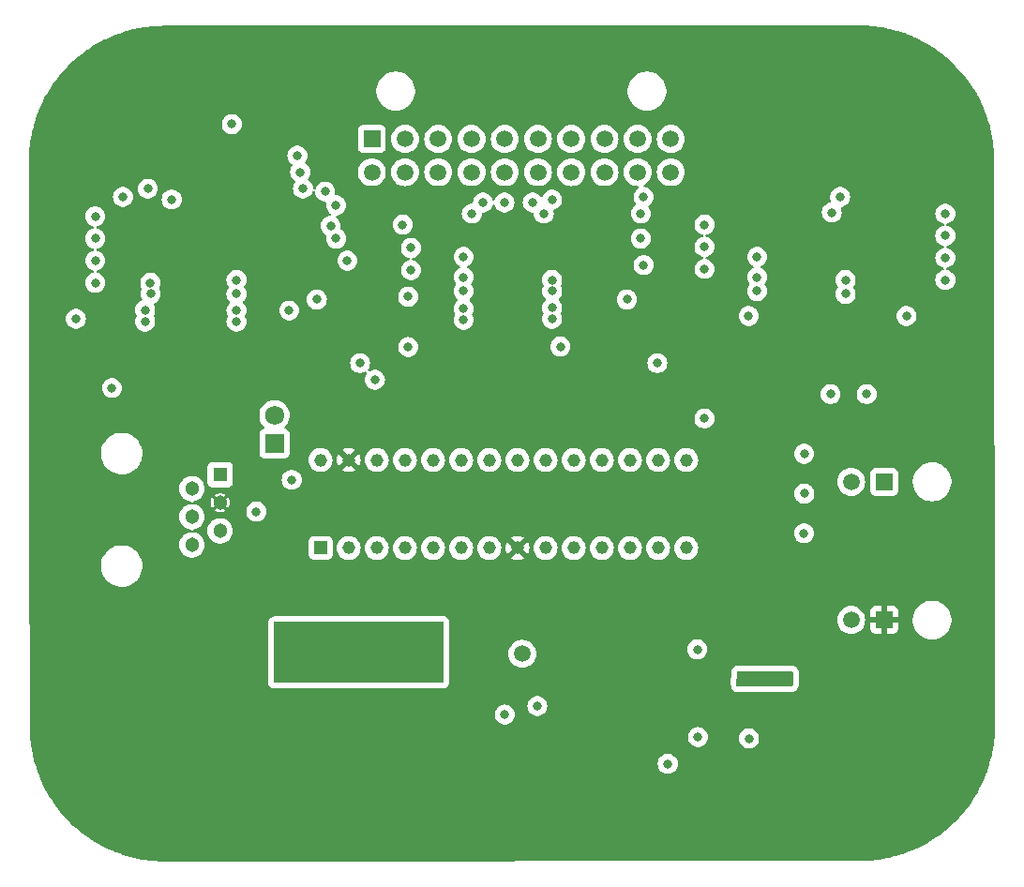
<source format=gbr>
%TF.GenerationSoftware,KiCad,Pcbnew,7.0.10*%
%TF.CreationDate,2024-02-07T01:22:45-06:00*%
%TF.ProjectId,Resistor Bank Control Board,52657369-7374-46f7-9220-42616e6b2043,rev?*%
%TF.SameCoordinates,Original*%
%TF.FileFunction,Copper,L4,Bot*%
%TF.FilePolarity,Positive*%
%FSLAX46Y46*%
G04 Gerber Fmt 4.6, Leading zero omitted, Abs format (unit mm)*
G04 Created by KiCad (PCBNEW 7.0.10) date 2024-02-07 01:22:45*
%MOMM*%
%LPD*%
G01*
G04 APERTURE LIST*
%TA.AperFunction,ComponentPad*%
%ADD10R,1.725000X1.725000*%
%TD*%
%TA.AperFunction,ComponentPad*%
%ADD11C,1.725000*%
%TD*%
%TA.AperFunction,ComponentPad*%
%ADD12C,9.000000*%
%TD*%
%TA.AperFunction,ComponentPad*%
%ADD13R,1.159000X1.159000*%
%TD*%
%TA.AperFunction,ComponentPad*%
%ADD14C,1.159000*%
%TD*%
%TA.AperFunction,ComponentPad*%
%ADD15R,1.520000X1.520000*%
%TD*%
%TA.AperFunction,ComponentPad*%
%ADD16C,1.520000*%
%TD*%
%TA.AperFunction,ComponentPad*%
%ADD17R,1.303000X1.303000*%
%TD*%
%TA.AperFunction,ComponentPad*%
%ADD18C,1.303000*%
%TD*%
%TA.AperFunction,ViaPad*%
%ADD19C,0.800000*%
%TD*%
%TA.AperFunction,ViaPad*%
%ADD20C,1.500000*%
%TD*%
G04 APERTURE END LIST*
D10*
%TO.P,JP1,1,A*%
%TO.N,MCLR*%
X101930000Y-108760000D03*
D11*
%TO.P,JP1,2,B*%
%TO.N,Net-(JP1-B)*%
X101930000Y-106220000D03*
%TD*%
D12*
%TO.P,H1,1,1*%
%TO.N,GND*%
X89250000Y-79750000D03*
%TD*%
%TO.P,H3,1,1*%
%TO.N,GND*%
X157100000Y-137300000D03*
%TD*%
D13*
%TO.P,IC25,1,MCLR/VPP/RA5*%
%TO.N,Net-(IC25-MCLR{slash}VPP{slash}RA5)*%
X106090000Y-118188000D03*
D14*
%TO.P,IC25,2,CVREF+/VREF+/DAC1REF+/AN0/C3INC/CN2/RA0*%
%TO.N,IN0*%
X108630000Y-118188000D03*
%TO.P,IC25,3,CVREF-/VREF-/AN1/RA1*%
%TO.N,IN1*%
X111170000Y-118188000D03*
%TO.P,IC25,4,PGED1/AN2/CTCMP/ULPWU/C1IND/C2INB/C3IND/U2TX/CN4/RB0*%
%TO.N,PGD*%
X113710000Y-118188000D03*
%TO.P,IC25,5,PGEC1/OA1INA/OA2INA/AN3/C1INC/C2INA/U2RX/CTED12/CN5/RB1*%
%TO.N,PGC*%
X116250000Y-118188000D03*
%TO.P,IC25,6,OA1INB/OA2INB/AN4/C1INB/C2IND/SDA2/U1RX/TCKIB/CTED13/CN6/RB2*%
%TO.N,I2C_SDA*%
X118790000Y-118188000D03*
%TO.P,IC25,7,OA1OUT/AN5/C1INA/C2INC/SCL2/CN7/RB3*%
%TO.N,I2C_SCLK*%
X121330000Y-118188000D03*
%TO.P,IC25,8,VSS*%
%TO.N,GND*%
X123870000Y-118188000D03*
%TO.P,IC25,9,OSCI/CLKI/AN13/CN30/RA2*%
%TO.N,Net-(IC25-OSCI{slash}CLKI{slash}AN13{slash}CN30{slash}RA2)*%
X126410000Y-118188000D03*
%TO.P,IC25,10,OSCO/CLKO/AN14/CN29/RA3*%
%TO.N,Net-(IC25-OSCO{slash}CLKO{slash}AN14{slash}CN29{slash}RA3)*%
X128950000Y-118188000D03*
%TO.P,IC25,11,SOSCI/AN15/~{U2RTS}/U2BCLK/CN1/RB4*%
%TO.N,unconnected-(IC25-SOSCI{slash}AN15{slash}~{U2RTS}{slash}U2BCLK{slash}CN1{slash}RB4-Pad11)*%
X131490000Y-118188000D03*
%TO.P,IC25,12,SOSCO/SCLKI/AN16/PWRLCLK/~{U2CTS}/CN0/RA4*%
%TO.N,IDLE*%
X134030000Y-118188000D03*
%TO.P,IC25,13,VDD*%
%TO.N,Net-(IC25-VDD)*%
X136570000Y-118188000D03*
%TO.P,IC25,14,PGED3/AN17/ASDA1/SCK2/IC4/OC1E/CLCINA/CN27/RB5*%
%TO.N,unconnected-(IC25-PGED3{slash}AN17{slash}ASDA1{slash}SCK2{slash}IC4{slash}OC1E{slash}CLCINA{slash}CN27{slash}RB5-Pad14)*%
X139110000Y-118188000D03*
%TO.P,IC25,15,PGEC3/AN18/ASCL1/SDO2/IC5/OC1F/CLCINB/CN24/RB6*%
%TO.N,Net-(D4-K)*%
X139110000Y-110250000D03*
%TO.P,IC25,16,AN19/U1TX/C2OUT/OC1A/INT0/CN23/RB7*%
%TO.N,Net-(D3-K)*%
X136570000Y-110250000D03*
%TO.P,IC25,17,AN20/SCL1/U1CTS/C3OUT/OC1B/CTED10/CN22/RB8*%
%TO.N,Net-(D2-K)*%
X134030000Y-110250000D03*
%TO.P,IC25,18,AN21/SDA1/T1CK/U1RTS/U1BCLK/IC2/OC4/CLC1O/CTED4/CN21/RB9*%
%TO.N,unconnected-(IC25-AN21{slash}SDA1{slash}T1CK{slash}U1RTS{slash}U1BCLK{slash}IC2{slash}OC4{slash}CLC1O{slash}CTED4{slash}CN21{slash}RB9-Pad18)*%
X131490000Y-110250000D03*
%TO.P,IC25,19,SDI2/IC1/OC5/CLC2O/CTED3/CN9/RA7*%
%TO.N,unconnected-(IC25-SDI2{slash}IC1{slash}OC5{slash}CLC2O{slash}CTED3{slash}CN9{slash}RA7-Pad19)*%
X128950000Y-110250000D03*
%TO.P,IC25,20,VCAP_OR_VDDCORE*%
%TO.N,Net-(IC25-VCAP_OR_VDDCORE)*%
X126410000Y-110250000D03*
%TO.P,IC25,21,PGED2/SDI1/OC3A/OC1C/CTED11/CN16/RB10*%
%TO.N,SPI_MISO*%
X123870000Y-110250000D03*
%TO.P,IC25,22,PGEC2/SCK1/OC2A/CTED9/CN15/RB11*%
%TO.N,SPI_SCLK*%
X121330000Y-110250000D03*
%TO.P,IC25,23,DAC1OUT/AN12/HLVDIN/~{SS2}/IC3/OC2B/CTED2/INT2/CN14/RB12*%
%TO.N,unconnected-(IC25-DAC1OUT{slash}AN12{slash}HLVDIN{slash}~{SS2}{slash}IC3{slash}OC2B{slash}CTED2{slash}INT2{slash}CN14{slash}RB12-Pad23)*%
X118790000Y-110250000D03*
%TO.P,IC25,24,OA1INC/OA2INC/AN11/SDO1/OCFB/OC3B/OC1D/CTPLS/CN13/RB13*%
%TO.N,SPI_MOSI*%
X116250000Y-110250000D03*
%TO.P,IC25,25,DAC2OUT/CVREF/OA1IND/OA2IND/AN10/C3INB/RTCC/C1OUT/OCFA/CTED5/INT1/CN12/RB14*%
%TO.N,unconnected-(IC25-DAC2OUT{slash}CVREF{slash}OA1IND{slash}OA2IND{slash}AN10{slash}C3INB{slash}RTCC{slash}C1OUT{slash}OCFA{slash}CTED5{slash}INT1{slash}CN12{slash}RB14-Pad25)*%
X113710000Y-110250000D03*
%TO.P,IC25,26,DAC2REF+/OA2OUT/AN9/C3INA/REFO/SS1/TCKIA/CTED6/CN11/RB15*%
%TO.N,SPI_SS*%
X111170000Y-110250000D03*
%TO.P,IC25,27,VSS/AVSS*%
%TO.N,GND*%
X108630000Y-110250000D03*
%TO.P,IC25,28,VDD/AVDD*%
%TO.N,+5V*%
X106090000Y-110250000D03*
%TD*%
D15*
%TO.P,J2,1,Pin_1*%
%TO.N,I2C_SCLK*%
X156994600Y-112221750D03*
D16*
%TO.P,J2,2,Pin_2*%
%TO.N,I2C_SDA*%
X153994600Y-112221750D03*
%TD*%
D15*
%TO.P,J4,1,Pin_1*%
%TO.N,GND*%
X156994600Y-124693500D03*
D16*
%TO.P,J4,2,Pin_2*%
%TO.N,Net-(J4-Pin_2)*%
X153994600Y-124693500D03*
%TD*%
D15*
%TO.P,J1,1,Pin_1*%
%TO.N,Gate 1*%
X110721750Y-81255400D03*
D16*
%TO.P,J1,2,Pin_2*%
%TO.N,Gate 2*%
X113721750Y-81255400D03*
%TO.P,J1,3,Pin_3*%
%TO.N,Gate 3*%
X116721750Y-81255400D03*
%TO.P,J1,4,Pin_4*%
%TO.N,Gate 4*%
X119721750Y-81255400D03*
%TO.P,J1,5,Pin_5*%
%TO.N,Gate 5*%
X122721750Y-81255400D03*
%TO.P,J1,6,Pin_6*%
%TO.N,Gate 6*%
X125721750Y-81255400D03*
%TO.P,J1,7,Pin_7*%
%TO.N,Gate 7*%
X128721750Y-81255400D03*
%TO.P,J1,8,Pin_8*%
%TO.N,Gate 8*%
X131721750Y-81255400D03*
%TO.P,J1,9,Pin_9*%
%TO.N,Gate 9*%
X134721750Y-81255400D03*
%TO.P,J1,10,Pin_10*%
%TO.N,Gate 10*%
X137721750Y-81255400D03*
%TO.P,J1,11,Pin_11*%
%TO.N,Gate 11*%
X110721750Y-84255400D03*
%TO.P,J1,12,Pin_12*%
%TO.N,Gate 12*%
X113721750Y-84255400D03*
%TO.P,J1,13,Pin_13*%
%TO.N,Gate 13*%
X116721750Y-84255400D03*
%TO.P,J1,14,Pin_14*%
%TO.N,Gate 14*%
X119721750Y-84255400D03*
%TO.P,J1,15,Pin_15*%
%TO.N,Gate 15*%
X122721750Y-84255400D03*
%TO.P,J1,16,Pin_16*%
%TO.N,Gate 16*%
X125721750Y-84255400D03*
%TO.P,J1,17,Pin_17*%
%TO.N,Gate 17*%
X128721750Y-84255400D03*
%TO.P,J1,18,Pin_18*%
%TO.N,Gate 18*%
X131721750Y-84255400D03*
%TO.P,J1,19,Pin_19*%
%TO.N,Gate 19*%
X134721750Y-84255400D03*
%TO.P,J1,20,Pin_20*%
%TO.N,Gate 20*%
X137721750Y-84255400D03*
%TD*%
D12*
%TO.P,H4,1,1*%
%TO.N,GND*%
X89200000Y-137300000D03*
%TD*%
D17*
%TO.P,J3,1,1*%
%TO.N,MCLR*%
X97020000Y-111570000D03*
D18*
%TO.P,J3,2,2*%
%TO.N,+5V*%
X94480000Y-112840000D03*
%TO.P,J3,3,3*%
%TO.N,GND*%
X97020000Y-114110000D03*
%TO.P,J3,4,4*%
%TO.N,PGD*%
X94480000Y-115380000D03*
%TO.P,J3,5,5*%
%TO.N,PGC*%
X97020000Y-116650000D03*
%TO.P,J3,6,6*%
%TO.N,unconnected-(J3-Pad6)*%
X94480000Y-117920000D03*
%TD*%
D12*
%TO.P,H2,1,1*%
%TO.N,GND*%
X157150000Y-79750000D03*
%TD*%
D19*
%TO.N,+24V*%
X146843332Y-130020000D03*
X114000000Y-95500000D03*
X103250000Y-96750000D03*
X148030000Y-130020000D03*
X144750000Y-97250000D03*
X122720000Y-133240000D03*
X145656666Y-130020000D03*
X159000000Y-97250000D03*
X114000000Y-100049500D03*
X144470000Y-130020000D03*
X127750000Y-100000000D03*
X84000000Y-97500000D03*
%TO.N,GND*%
X130750000Y-97250000D03*
X155000000Y-94750000D03*
X102500000Y-95750000D03*
%TO.N,+5V*%
X152250000Y-87900000D03*
X140100000Y-127350000D03*
X152140000Y-104300000D03*
X149760000Y-109690000D03*
X110480000Y-127460000D03*
X149770000Y-113280000D03*
X162500000Y-88000000D03*
X155400000Y-104300000D03*
X109080000Y-127460000D03*
X103490000Y-112040000D03*
X135000000Y-88000000D03*
X106280000Y-127460000D03*
X107000000Y-89099500D03*
X107680000Y-127460000D03*
X137440000Y-137680000D03*
X149750000Y-116870000D03*
X140160000Y-135270000D03*
X111880000Y-127460000D03*
D20*
X124310000Y-127740000D03*
D19*
%TO.N,Gate 1*%
X90715407Y-94242138D03*
%TO.N,Gate 2*%
X98500000Y-93999500D03*
X104000000Y-82750000D03*
%TO.N,Gate 3*%
X98079600Y-79920400D03*
X90750000Y-95250000D03*
%TO.N,SPI_MOSI*%
X87250000Y-103750000D03*
X85750000Y-92250000D03*
%TO.N,SPI_CHAIN*%
X85750000Y-94250000D03*
X119000000Y-91900500D03*
%TO.N,Gate 4*%
X104250000Y-84250000D03*
X98500000Y-95250000D03*
%TO.N,Gate 5*%
X90250000Y-96699500D03*
X90500000Y-85750000D03*
X104500000Y-85750000D03*
%TO.N,Gate 6*%
X106500000Y-86000000D03*
X98500000Y-96750000D03*
%TO.N,Gate 7*%
X90250000Y-97750000D03*
X92653859Y-86725000D03*
X88250000Y-86500000D03*
%TO.N,Gate 8*%
X98500000Y-97750000D03*
X107500000Y-87250000D03*
%TO.N,SPI_SS*%
X140750000Y-89000000D03*
X111000000Y-103000000D03*
X85750000Y-88250000D03*
X113500000Y-89000000D03*
%TO.N,SPI_SCLK*%
X85750000Y-90250000D03*
X114250000Y-91099500D03*
X140750000Y-91000000D03*
%TO.N,Gate 9*%
X120750000Y-87000000D03*
X119000000Y-93750000D03*
%TO.N,Gate 10*%
X127000000Y-86750000D03*
X127000000Y-94000000D03*
%TO.N,Gate 11*%
X119000000Y-95000000D03*
%TO.N,Gate 12*%
X119750000Y-88000000D03*
X126250000Y-88000000D03*
X127000000Y-95000000D03*
%TO.N,Gate 13*%
X119000000Y-96599500D03*
%TO.N,SPI_MISO*%
X140750000Y-93000000D03*
X140750000Y-106500000D03*
%TO.N,Gate 14*%
X127000000Y-96500000D03*
X125250000Y-87000000D03*
X122700000Y-87000000D03*
%TO.N,Gate 15*%
X119000000Y-97599003D03*
%TO.N,Gate 16*%
X127000000Y-97499503D03*
%TO.N,Gate 17*%
X145500000Y-93750000D03*
%TO.N,Gate 18*%
X135250000Y-86500000D03*
X153500000Y-94000000D03*
X153000000Y-86500000D03*
%TO.N,Gate 19*%
X145500000Y-95000000D03*
%TO.N,Gate 20*%
X153500000Y-95250000D03*
%TO.N,Net-(IC23-EN)*%
X125660000Y-132460000D03*
X144780000Y-135390000D03*
%TO.N,MCLR*%
X100280000Y-114910000D03*
%TO.N,IN0*%
X162500000Y-90000000D03*
X135000000Y-90250000D03*
X107500000Y-90250000D03*
%TO.N,IN1*%
X136500000Y-101500000D03*
X108500000Y-92250000D03*
X162500000Y-92000000D03*
X135250000Y-92649500D03*
X109659500Y-101500000D03*
%TO.N,IDLE*%
X162500000Y-94000000D03*
X133750000Y-95750000D03*
X105750000Y-95750000D03*
%TO.N,SPI_CHAIN2*%
X114250000Y-93099500D03*
X145500000Y-91900500D03*
%TD*%
%TA.AperFunction,Conductor*%
%TO.N,GND*%
G36*
X154713455Y-71000549D02*
G01*
X155161860Y-71013130D01*
X155289012Y-71016839D01*
X155332606Y-71018111D01*
X155336199Y-71018268D01*
X155347351Y-71018917D01*
X155473870Y-71026286D01*
X155476902Y-71026502D01*
X155784249Y-71052426D01*
X156040675Y-71074861D01*
X156044263Y-71075227D01*
X156095622Y-71081229D01*
X156159618Y-71088709D01*
X156162477Y-71089078D01*
X156465797Y-71131899D01*
X156466026Y-71131932D01*
X156552176Y-71144551D01*
X156744073Y-71172660D01*
X156747627Y-71173233D01*
X156839188Y-71189378D01*
X156841730Y-71189855D01*
X157147954Y-71250766D01*
X157148194Y-71250815D01*
X157382552Y-71299206D01*
X157440562Y-71311184D01*
X157444084Y-71311964D01*
X157509802Y-71327539D01*
X157511940Y-71328068D01*
X157824242Y-71408627D01*
X157825226Y-71408886D01*
X158127853Y-71489974D01*
X158131284Y-71490946D01*
X158168605Y-71502120D01*
X158170600Y-71502737D01*
X158491399Y-71604984D01*
X158492727Y-71605415D01*
X158803606Y-71708429D01*
X158806908Y-71709577D01*
X158812758Y-71711706D01*
X158814336Y-71712294D01*
X159147002Y-71839278D01*
X159148360Y-71839807D01*
X159418020Y-71946935D01*
X159455695Y-71961903D01*
X159460558Y-71963956D01*
X159675667Y-72060211D01*
X159788252Y-72110589D01*
X159789988Y-72111382D01*
X160090344Y-72251439D01*
X160094775Y-72253616D01*
X160413304Y-72418171D01*
X160415189Y-72419166D01*
X160707344Y-72576694D01*
X160711495Y-72579036D01*
X161019840Y-72760923D01*
X161021923Y-72762179D01*
X161304836Y-72936681D01*
X161308549Y-72939066D01*
X161606065Y-73137859D01*
X161608242Y-73139348D01*
X161663951Y-73178356D01*
X161880655Y-73330092D01*
X161884094Y-73332589D01*
X162040329Y-73450168D01*
X162169796Y-73547601D01*
X162172115Y-73549389D01*
X162403453Y-73732307D01*
X162433113Y-73755759D01*
X162436205Y-73758286D01*
X162709299Y-73988892D01*
X162711733Y-73991002D01*
X162960382Y-74212280D01*
X162963134Y-74214805D01*
X163222799Y-74460296D01*
X163225293Y-74462721D01*
X163460630Y-74698057D01*
X163463055Y-74700550D01*
X163708580Y-74960250D01*
X163711105Y-74963003D01*
X163932365Y-75211629D01*
X163934472Y-75214060D01*
X164163273Y-75485014D01*
X164165069Y-75487140D01*
X164167596Y-75490233D01*
X164373954Y-75751214D01*
X164375753Y-75753545D01*
X164590816Y-76039312D01*
X164593260Y-76042679D01*
X164769289Y-76294073D01*
X164783992Y-76315071D01*
X164785519Y-76317303D01*
X164984294Y-76614789D01*
X164986730Y-76618583D01*
X165161151Y-76901361D01*
X165162416Y-76903457D01*
X165344327Y-77211840D01*
X165346669Y-77215990D01*
X165367666Y-77254930D01*
X165504226Y-77508195D01*
X165505224Y-77510086D01*
X165669729Y-77828517D01*
X165671944Y-77833026D01*
X165811993Y-78133358D01*
X165812796Y-78135116D01*
X165959415Y-78462776D01*
X165961469Y-78467641D01*
X166083544Y-78774919D01*
X166084152Y-78776480D01*
X166210329Y-79107026D01*
X166211006Y-79108842D01*
X166214116Y-79117388D01*
X166215298Y-79120789D01*
X166317993Y-79430705D01*
X166318431Y-79432053D01*
X166420042Y-79750852D01*
X166420688Y-79752943D01*
X166432726Y-79793151D01*
X166433711Y-79796622D01*
X166514502Y-80098137D01*
X166514797Y-80099258D01*
X166594808Y-80409430D01*
X166595396Y-80411807D01*
X166611683Y-80480529D01*
X166612463Y-80484050D01*
X166672541Y-80775006D01*
X166672720Y-80775889D01*
X166733152Y-81079697D01*
X166733651Y-81082355D01*
X166750359Y-81177104D01*
X166750934Y-81180667D01*
X166791489Y-81457536D01*
X166791580Y-81458172D01*
X166834042Y-81758931D01*
X166834422Y-81761870D01*
X166848299Y-81880595D01*
X166848665Y-81884184D01*
X166870989Y-82139349D01*
X166871022Y-82139734D01*
X166896731Y-82444523D01*
X166896960Y-82447735D01*
X166905160Y-82588524D01*
X166905318Y-82592127D01*
X166910825Y-82781362D01*
X166910814Y-82781403D01*
X166910828Y-82781490D01*
X166922799Y-83208077D01*
X166922848Y-83211555D01*
X166922848Y-83262715D01*
X166922925Y-83263427D01*
X166999497Y-134248179D01*
X166999448Y-134251843D01*
X166986491Y-134713665D01*
X166986487Y-134713798D01*
X166981955Y-134869342D01*
X166981798Y-134872941D01*
X166973638Y-135013040D01*
X166973409Y-135016252D01*
X166946944Y-135330006D01*
X166946911Y-135330391D01*
X166925299Y-135577421D01*
X166924932Y-135581010D01*
X166911164Y-135698796D01*
X166910785Y-135701734D01*
X166867469Y-136008560D01*
X166867378Y-136009197D01*
X166827584Y-136280875D01*
X166827009Y-136284437D01*
X166810455Y-136378315D01*
X166809956Y-136380973D01*
X166748620Y-136689330D01*
X166748441Y-136690214D01*
X166689133Y-136977446D01*
X166688353Y-136980967D01*
X166672258Y-137048877D01*
X166671670Y-137051254D01*
X166590726Y-137365045D01*
X166590431Y-137366165D01*
X166510414Y-137664795D01*
X166509430Y-137668266D01*
X166497614Y-137707734D01*
X166496967Y-137709826D01*
X166394344Y-138031800D01*
X166393906Y-138033147D01*
X166292030Y-138340596D01*
X166290843Y-138344011D01*
X166288010Y-138351793D01*
X166287338Y-138353596D01*
X166160088Y-138686959D01*
X166159480Y-138688520D01*
X166038327Y-138993477D01*
X166036273Y-138998342D01*
X165888731Y-139328067D01*
X165887928Y-139329824D01*
X165748861Y-139628056D01*
X165746646Y-139632566D01*
X165581182Y-139952852D01*
X165580160Y-139954789D01*
X165423620Y-140245110D01*
X165421278Y-140249260D01*
X165238378Y-140559321D01*
X165237114Y-140561417D01*
X165063728Y-140842519D01*
X165061291Y-140846312D01*
X164861531Y-141145276D01*
X164860004Y-141147509D01*
X164670326Y-141418398D01*
X164667828Y-141421838D01*
X164451777Y-141708919D01*
X164449968Y-141711265D01*
X164244715Y-141970851D01*
X164242188Y-141973943D01*
X164010477Y-142248344D01*
X164008367Y-142250778D01*
X163788293Y-142498073D01*
X163785768Y-142500826D01*
X163539057Y-142761781D01*
X163536632Y-142764274D01*
X163302596Y-142998311D01*
X163300103Y-143000736D01*
X163039118Y-143247476D01*
X163036365Y-143250001D01*
X162789133Y-143470019D01*
X162786700Y-143472128D01*
X162512233Y-143703896D01*
X162509140Y-143706423D01*
X162249641Y-143911609D01*
X162247296Y-143913419D01*
X161960153Y-144129518D01*
X161956712Y-144132016D01*
X161685846Y-144321678D01*
X161683614Y-144323205D01*
X161384618Y-144522988D01*
X161380824Y-144525424D01*
X161099745Y-144698797D01*
X161097649Y-144700062D01*
X160787596Y-144882958D01*
X160783446Y-144885300D01*
X160493074Y-145041868D01*
X160491137Y-145042890D01*
X160170919Y-145208319D01*
X160166410Y-145210534D01*
X159868122Y-145349630D01*
X159866364Y-145350433D01*
X159536663Y-145497965D01*
X159531798Y-145500019D01*
X159226836Y-145621173D01*
X159225275Y-145621781D01*
X158891901Y-145749036D01*
X158890101Y-145749707D01*
X158882358Y-145752526D01*
X158878940Y-145753714D01*
X158571498Y-145855589D01*
X158570152Y-145856027D01*
X158248132Y-145958666D01*
X158246042Y-145959312D01*
X158215123Y-145968569D01*
X158206586Y-145971125D01*
X158203127Y-145972106D01*
X157904517Y-146052117D01*
X157903397Y-146052412D01*
X157589549Y-146133371D01*
X157587174Y-146133958D01*
X157519289Y-146150048D01*
X157515766Y-146150829D01*
X157228601Y-146210123D01*
X157227718Y-146210302D01*
X156919311Y-146271649D01*
X156916651Y-146272148D01*
X156822763Y-146288703D01*
X156819203Y-146289278D01*
X156547320Y-146329104D01*
X156546682Y-146329195D01*
X156240077Y-146372481D01*
X156237139Y-146372860D01*
X156119342Y-146386629D01*
X156115753Y-146386996D01*
X155868714Y-146408609D01*
X155868329Y-146408642D01*
X155554562Y-146435108D01*
X155551351Y-146435337D01*
X155411423Y-146443488D01*
X155407819Y-146443646D01*
X155244227Y-146448407D01*
X155244098Y-146448410D01*
X154790965Y-146461125D01*
X154787563Y-146461174D01*
X92040092Y-146499497D01*
X92036538Y-146499448D01*
X91558646Y-146486040D01*
X91558602Y-146486026D01*
X91558518Y-146486037D01*
X91418850Y-146481972D01*
X91415247Y-146481814D01*
X91276247Y-146473718D01*
X91273035Y-146473489D01*
X90950296Y-146446266D01*
X90949911Y-146446233D01*
X90710909Y-146425324D01*
X90707320Y-146424957D01*
X90590533Y-146411306D01*
X90587595Y-146410927D01*
X90275217Y-146366827D01*
X90274579Y-146366736D01*
X90007456Y-146327608D01*
X90003895Y-146327033D01*
X89911074Y-146310666D01*
X89908416Y-146310167D01*
X89595742Y-146247972D01*
X89594858Y-146247793D01*
X89310871Y-146189155D01*
X89307348Y-146188374D01*
X89240653Y-146172566D01*
X89238279Y-146171979D01*
X88920775Y-146090078D01*
X88919654Y-146089783D01*
X88623495Y-146010428D01*
X88620022Y-146009443D01*
X88581940Y-145998041D01*
X88579850Y-145997395D01*
X88254526Y-145893706D01*
X88253178Y-145893268D01*
X87947690Y-145792040D01*
X87944290Y-145790858D01*
X87938000Y-145788569D01*
X87936183Y-145787892D01*
X87711238Y-145702026D01*
X87599669Y-145659438D01*
X87598190Y-145658861D01*
X87468521Y-145607347D01*
X87295362Y-145538555D01*
X87290497Y-145536501D01*
X86958845Y-145388096D01*
X86957087Y-145387293D01*
X86660800Y-145249132D01*
X86656291Y-145246917D01*
X86334200Y-145080521D01*
X86332264Y-145079499D01*
X86245989Y-145032980D01*
X86043787Y-144923953D01*
X86039688Y-144921641D01*
X85727907Y-144737727D01*
X85725826Y-144736470D01*
X85446391Y-144564112D01*
X85442597Y-144561676D01*
X85142099Y-144360890D01*
X85139867Y-144359363D01*
X84870506Y-144170755D01*
X84867082Y-144168268D01*
X84578517Y-143951101D01*
X84576325Y-143949410D01*
X84318078Y-143745216D01*
X84314995Y-143742696D01*
X84039262Y-143509861D01*
X84036828Y-143507751D01*
X83994429Y-143470019D01*
X83790840Y-143288840D01*
X83788144Y-143286368D01*
X83525920Y-143038456D01*
X83523427Y-143036031D01*
X83290630Y-142803234D01*
X83288205Y-142800741D01*
X83139107Y-142643036D01*
X83040271Y-142538494D01*
X83037796Y-142535795D01*
X82818881Y-142289803D01*
X82816820Y-142287424D01*
X82583955Y-142011657D01*
X82581435Y-142008574D01*
X82554052Y-141973943D01*
X82377309Y-141750414D01*
X82375500Y-141748068D01*
X82158380Y-141459566D01*
X82155907Y-141456162D01*
X81967251Y-141186733D01*
X81965822Y-141184643D01*
X81764961Y-140884034D01*
X81762535Y-140880257D01*
X81590172Y-140600813D01*
X81588931Y-140598756D01*
X81405002Y-140286951D01*
X81402703Y-140282875D01*
X81247152Y-139994389D01*
X81246130Y-139992453D01*
X81079714Y-139670324D01*
X81077511Y-139665839D01*
X80939369Y-139369592D01*
X80938592Y-139367893D01*
X80790126Y-139036103D01*
X80788094Y-139031291D01*
X80667781Y-138728445D01*
X80667269Y-138727130D01*
X80538706Y-138390332D01*
X80538095Y-138388691D01*
X80535789Y-138382354D01*
X80534610Y-138378962D01*
X80433388Y-138073492D01*
X80432950Y-138072144D01*
X80420091Y-138031800D01*
X80329244Y-137746769D01*
X80328607Y-137744707D01*
X80317204Y-137706617D01*
X80316220Y-137703149D01*
X80310017Y-137680000D01*
X136534540Y-137680000D01*
X136554326Y-137868256D01*
X136554327Y-137868259D01*
X136612818Y-138048277D01*
X136612821Y-138048284D01*
X136707467Y-138212216D01*
X136771290Y-138283098D01*
X136834129Y-138352888D01*
X136987265Y-138464148D01*
X136987270Y-138464151D01*
X137160192Y-138541142D01*
X137160197Y-138541144D01*
X137345354Y-138580500D01*
X137345355Y-138580500D01*
X137534644Y-138580500D01*
X137534646Y-138580500D01*
X137719803Y-138541144D01*
X137892730Y-138464151D01*
X138045871Y-138352888D01*
X138172533Y-138212216D01*
X138267179Y-138048284D01*
X138325674Y-137868256D01*
X138345460Y-137680000D01*
X138325674Y-137491744D01*
X138267179Y-137311716D01*
X138172533Y-137147784D01*
X138045871Y-137007112D01*
X138043746Y-137005568D01*
X137892734Y-136895851D01*
X137892729Y-136895848D01*
X137719807Y-136818857D01*
X137719802Y-136818855D01*
X137574001Y-136787865D01*
X137534646Y-136779500D01*
X137345354Y-136779500D01*
X137312897Y-136786398D01*
X137160197Y-136818855D01*
X137160192Y-136818857D01*
X136987270Y-136895848D01*
X136987265Y-136895851D01*
X136834129Y-137007111D01*
X136707466Y-137147785D01*
X136612821Y-137311715D01*
X136612818Y-137311722D01*
X136554327Y-137491740D01*
X136554326Y-137491744D01*
X136534540Y-137680000D01*
X80310017Y-137680000D01*
X80301816Y-137649394D01*
X80236842Y-137406911D01*
X80236633Y-137406116D01*
X80154647Y-137088284D01*
X80154100Y-137086071D01*
X80138252Y-137019205D01*
X80137488Y-137015754D01*
X80078850Y-136731768D01*
X80078745Y-136731250D01*
X80016460Y-136418123D01*
X80015985Y-136415591D01*
X79999620Y-136322783D01*
X79999047Y-136319234D01*
X79971495Y-136131142D01*
X79959906Y-136052027D01*
X79915708Y-135738960D01*
X79915352Y-135736204D01*
X79901686Y-135619281D01*
X79901326Y-135615752D01*
X79898286Y-135581010D01*
X79880393Y-135376485D01*
X79871411Y-135270000D01*
X139254540Y-135270000D01*
X139274326Y-135458256D01*
X139274327Y-135458259D01*
X139332818Y-135638277D01*
X139332821Y-135638284D01*
X139427467Y-135802216D01*
X139535514Y-135922214D01*
X139554129Y-135942888D01*
X139707265Y-136054148D01*
X139707270Y-136054151D01*
X139880192Y-136131142D01*
X139880197Y-136131144D01*
X140065354Y-136170500D01*
X140065355Y-136170500D01*
X140254644Y-136170500D01*
X140254646Y-136170500D01*
X140439803Y-136131144D01*
X140612730Y-136054151D01*
X140765871Y-135942888D01*
X140892533Y-135802216D01*
X140987179Y-135638284D01*
X141045674Y-135458256D01*
X141052848Y-135390000D01*
X143874540Y-135390000D01*
X143894326Y-135578256D01*
X143894327Y-135578259D01*
X143952818Y-135758277D01*
X143952821Y-135758284D01*
X144047467Y-135922216D01*
X144163791Y-136051406D01*
X144174129Y-136062888D01*
X144327265Y-136174148D01*
X144327270Y-136174151D01*
X144500192Y-136251142D01*
X144500197Y-136251144D01*
X144685354Y-136290500D01*
X144685355Y-136290500D01*
X144874644Y-136290500D01*
X144874646Y-136290500D01*
X145059803Y-136251144D01*
X145232730Y-136174151D01*
X145385871Y-136062888D01*
X145512533Y-135922216D01*
X145607179Y-135758284D01*
X145665674Y-135578256D01*
X145685460Y-135390000D01*
X145665674Y-135201744D01*
X145607179Y-135021716D01*
X145512533Y-134857784D01*
X145385871Y-134717112D01*
X145381127Y-134713665D01*
X145232734Y-134605851D01*
X145232729Y-134605848D01*
X145059807Y-134528857D01*
X145059802Y-134528855D01*
X144914001Y-134497865D01*
X144874646Y-134489500D01*
X144685354Y-134489500D01*
X144652897Y-134496398D01*
X144500197Y-134528855D01*
X144500192Y-134528857D01*
X144327270Y-134605848D01*
X144327265Y-134605851D01*
X144174129Y-134717111D01*
X144047466Y-134857785D01*
X143952821Y-135021715D01*
X143952818Y-135021722D01*
X143894327Y-135201740D01*
X143894326Y-135201744D01*
X143874540Y-135390000D01*
X141052848Y-135390000D01*
X141065460Y-135270000D01*
X141045674Y-135081744D01*
X140987179Y-134901716D01*
X140892533Y-134737784D01*
X140765871Y-134597112D01*
X140765870Y-134597111D01*
X140612734Y-134485851D01*
X140612729Y-134485848D01*
X140439807Y-134408857D01*
X140439802Y-134408855D01*
X140294001Y-134377865D01*
X140254646Y-134369500D01*
X140065354Y-134369500D01*
X140032897Y-134376398D01*
X139880197Y-134408855D01*
X139880192Y-134408857D01*
X139707270Y-134485848D01*
X139707265Y-134485851D01*
X139554129Y-134597111D01*
X139427466Y-134737785D01*
X139332821Y-134901715D01*
X139332818Y-134901722D01*
X139274327Y-135081740D01*
X139274326Y-135081744D01*
X139254540Y-135270000D01*
X79871411Y-135270000D01*
X79853152Y-135053525D01*
X79852930Y-135050417D01*
X79844835Y-134911428D01*
X79844678Y-134907838D01*
X79843663Y-134872941D01*
X79840586Y-134767217D01*
X79840611Y-134767217D01*
X79840583Y-134767096D01*
X79827201Y-134290176D01*
X79827152Y-134286698D01*
X79827152Y-134237292D01*
X79827074Y-134236572D01*
X79825577Y-133240000D01*
X121814540Y-133240000D01*
X121834326Y-133428256D01*
X121834327Y-133428259D01*
X121892818Y-133608277D01*
X121892821Y-133608284D01*
X121987467Y-133772216D01*
X122114129Y-133912888D01*
X122267265Y-134024148D01*
X122267270Y-134024151D01*
X122440192Y-134101142D01*
X122440197Y-134101144D01*
X122625354Y-134140500D01*
X122625355Y-134140500D01*
X122814644Y-134140500D01*
X122814646Y-134140500D01*
X122999803Y-134101144D01*
X123172730Y-134024151D01*
X123325871Y-133912888D01*
X123452533Y-133772216D01*
X123547179Y-133608284D01*
X123605674Y-133428256D01*
X123625460Y-133240000D01*
X123605674Y-133051744D01*
X123547179Y-132871716D01*
X123452533Y-132707784D01*
X123325871Y-132567112D01*
X123325870Y-132567111D01*
X123178445Y-132460000D01*
X124754540Y-132460000D01*
X124774326Y-132648256D01*
X124774327Y-132648259D01*
X124832818Y-132828277D01*
X124832821Y-132828284D01*
X124927467Y-132992216D01*
X125054129Y-133132888D01*
X125207265Y-133244148D01*
X125207270Y-133244151D01*
X125380192Y-133321142D01*
X125380197Y-133321144D01*
X125565354Y-133360500D01*
X125565355Y-133360500D01*
X125754644Y-133360500D01*
X125754646Y-133360500D01*
X125939803Y-133321144D01*
X126112730Y-133244151D01*
X126265871Y-133132888D01*
X126392533Y-132992216D01*
X126487179Y-132828284D01*
X126545674Y-132648256D01*
X126565460Y-132460000D01*
X126545674Y-132271744D01*
X126487179Y-132091716D01*
X126392533Y-131927784D01*
X126265871Y-131787112D01*
X126265870Y-131787111D01*
X126112734Y-131675851D01*
X126112729Y-131675848D01*
X125939807Y-131598857D01*
X125939802Y-131598855D01*
X125794001Y-131567865D01*
X125754646Y-131559500D01*
X125565354Y-131559500D01*
X125532897Y-131566398D01*
X125380197Y-131598855D01*
X125380192Y-131598857D01*
X125207270Y-131675848D01*
X125207265Y-131675851D01*
X125054129Y-131787111D01*
X124927466Y-131927785D01*
X124832821Y-132091715D01*
X124832818Y-132091722D01*
X124774327Y-132271740D01*
X124774326Y-132271744D01*
X124754540Y-132460000D01*
X123178445Y-132460000D01*
X123172734Y-132455851D01*
X123172729Y-132455848D01*
X122999807Y-132378857D01*
X122999802Y-132378855D01*
X122854001Y-132347865D01*
X122814646Y-132339500D01*
X122625354Y-132339500D01*
X122592897Y-132346398D01*
X122440197Y-132378855D01*
X122440192Y-132378857D01*
X122267270Y-132455848D01*
X122267265Y-132455851D01*
X122114129Y-132567111D01*
X121987466Y-132707785D01*
X121892821Y-132871715D01*
X121892818Y-132871722D01*
X121834327Y-133051740D01*
X121834326Y-133051744D01*
X121814540Y-133240000D01*
X79825577Y-133240000D01*
X79822551Y-131225003D01*
X79821079Y-130244857D01*
X101324727Y-130244857D01*
X101336181Y-130352783D01*
X101347387Y-130404517D01*
X101347390Y-130404528D01*
X101381613Y-130507504D01*
X101459397Y-130628537D01*
X101459405Y-130628548D01*
X101505149Y-130681340D01*
X101505152Y-130681343D01*
X101505156Y-130681347D01*
X101613890Y-130775567D01*
X101613893Y-130775568D01*
X101613894Y-130775569D01*
X101708151Y-130818616D01*
X101744767Y-130835338D01*
X101811806Y-130855023D01*
X101811810Y-130855024D01*
X101954226Y-130875500D01*
X101954229Y-130875500D01*
X117095990Y-130875500D01*
X117096000Y-130875500D01*
X117203456Y-130863947D01*
X117254967Y-130852741D01*
X117289197Y-130841347D01*
X117357497Y-130818616D01*
X117357501Y-130818613D01*
X117357504Y-130818613D01*
X117478543Y-130740825D01*
X117531347Y-130695070D01*
X117621487Y-130591045D01*
X143145402Y-130591045D01*
X143149269Y-130628543D01*
X143156773Y-130701307D01*
X143168178Y-130754136D01*
X143168180Y-130754145D01*
X143203297Y-130859242D01*
X143203302Y-130859252D01*
X143281559Y-130979984D01*
X143308665Y-131011019D01*
X143327521Y-131032609D01*
X143327528Y-131032617D01*
X143436635Y-131126411D01*
X143567746Y-131185666D01*
X143634862Y-131205087D01*
X143777354Y-131225004D01*
X148630232Y-131205973D01*
X148704005Y-131198090D01*
X148733096Y-131194983D01*
X148733097Y-131194982D01*
X148733113Y-131194981D01*
X148782510Y-131184506D01*
X148881004Y-131152794D01*
X149003150Y-131076755D01*
X149056607Y-131031764D01*
X149152381Y-130924395D01*
X149214028Y-130794391D01*
X149231530Y-130737808D01*
X149234046Y-130731610D01*
X149234675Y-130727642D01*
X149234676Y-130727641D01*
X149257199Y-130585535D01*
X149273638Y-129443057D01*
X149262897Y-129331886D01*
X149251704Y-129278591D01*
X149216816Y-129172496D01*
X149216815Y-129172494D01*
X149216815Y-129172493D01*
X149139032Y-129051462D01*
X149139023Y-129051451D01*
X149093279Y-128998659D01*
X149093275Y-128998656D01*
X149093273Y-128998653D01*
X148984539Y-128904433D01*
X148984536Y-128904431D01*
X148984534Y-128904430D01*
X148853668Y-128844664D01*
X148853663Y-128844662D01*
X148853662Y-128844662D01*
X148786623Y-128824977D01*
X148786625Y-128824977D01*
X148786620Y-128824976D01*
X148721914Y-128815673D01*
X148644203Y-128804500D01*
X143783124Y-128804500D01*
X143677428Y-128815673D01*
X143626712Y-128826517D01*
X143525691Y-128859545D01*
X143404099Y-128936473D01*
X143350973Y-128981851D01*
X143350969Y-128981855D01*
X143255982Y-129089918D01*
X143255982Y-129089919D01*
X143195287Y-129220365D01*
X143175123Y-129287274D01*
X143175094Y-129287474D01*
X143153640Y-129429531D01*
X143153640Y-129429534D01*
X143145995Y-130507504D01*
X143145402Y-130591045D01*
X117621487Y-130591045D01*
X117625567Y-130586336D01*
X117685338Y-130455459D01*
X117705023Y-130388420D01*
X117705024Y-130388416D01*
X117725500Y-130246000D01*
X117725500Y-127740002D01*
X123054723Y-127740002D01*
X123073793Y-127957975D01*
X123073793Y-127957979D01*
X123130422Y-128169322D01*
X123130424Y-128169326D01*
X123130425Y-128169330D01*
X123149923Y-128211144D01*
X123222897Y-128367638D01*
X123222898Y-128367639D01*
X123348402Y-128546877D01*
X123503123Y-128701598D01*
X123682361Y-128827102D01*
X123880670Y-128919575D01*
X124092023Y-128976207D01*
X124274926Y-128992208D01*
X124309998Y-128995277D01*
X124310000Y-128995277D01*
X124310002Y-128995277D01*
X124338254Y-128992805D01*
X124527977Y-128976207D01*
X124739330Y-128919575D01*
X124937639Y-128827102D01*
X125116877Y-128701598D01*
X125271598Y-128546877D01*
X125397102Y-128367639D01*
X125489575Y-128169330D01*
X125546207Y-127957977D01*
X125565277Y-127740000D01*
X125546207Y-127522023D01*
X125511548Y-127392675D01*
X125500113Y-127350000D01*
X139194540Y-127350000D01*
X139214326Y-127538256D01*
X139214327Y-127538259D01*
X139272818Y-127718277D01*
X139272821Y-127718284D01*
X139367467Y-127882216D01*
X139435681Y-127957975D01*
X139494129Y-128022888D01*
X139647265Y-128134148D01*
X139647270Y-128134151D01*
X139820192Y-128211142D01*
X139820197Y-128211144D01*
X140005354Y-128250500D01*
X140005355Y-128250500D01*
X140194644Y-128250500D01*
X140194646Y-128250500D01*
X140379803Y-128211144D01*
X140552730Y-128134151D01*
X140705871Y-128022888D01*
X140832533Y-127882216D01*
X140927179Y-127718284D01*
X140985674Y-127538256D01*
X141005460Y-127350000D01*
X140985674Y-127161744D01*
X140927179Y-126981716D01*
X140832533Y-126817784D01*
X140705871Y-126677112D01*
X140672546Y-126652900D01*
X140552734Y-126565851D01*
X140552729Y-126565848D01*
X140379807Y-126488857D01*
X140379802Y-126488855D01*
X140234001Y-126457865D01*
X140194646Y-126449500D01*
X140005354Y-126449500D01*
X139972897Y-126456398D01*
X139820197Y-126488855D01*
X139820192Y-126488857D01*
X139647270Y-126565848D01*
X139647265Y-126565851D01*
X139494129Y-126677111D01*
X139367466Y-126817785D01*
X139272821Y-126981715D01*
X139272818Y-126981722D01*
X139230371Y-127112362D01*
X139214326Y-127161744D01*
X139194540Y-127350000D01*
X125500113Y-127350000D01*
X125489577Y-127310677D01*
X125489576Y-127310676D01*
X125489575Y-127310670D01*
X125397102Y-127112362D01*
X125397100Y-127112359D01*
X125397099Y-127112357D01*
X125271599Y-126933124D01*
X125271596Y-126933121D01*
X125116877Y-126778402D01*
X124937639Y-126652898D01*
X124937640Y-126652898D01*
X124937638Y-126652897D01*
X124838484Y-126606661D01*
X124739330Y-126560425D01*
X124739326Y-126560424D01*
X124739322Y-126560422D01*
X124527977Y-126503793D01*
X124310002Y-126484723D01*
X124309998Y-126484723D01*
X124164682Y-126497436D01*
X124092023Y-126503793D01*
X124092020Y-126503793D01*
X123880677Y-126560422D01*
X123880668Y-126560426D01*
X123682361Y-126652898D01*
X123682357Y-126652900D01*
X123503121Y-126778402D01*
X123348402Y-126933121D01*
X123222900Y-127112357D01*
X123222898Y-127112361D01*
X123130426Y-127310668D01*
X123130422Y-127310677D01*
X123073793Y-127522020D01*
X123073793Y-127522024D01*
X123054723Y-127739997D01*
X123054723Y-127740002D01*
X117725500Y-127740002D01*
X117725500Y-124954323D01*
X117715342Y-124860417D01*
X117713809Y-124846238D01*
X117713808Y-124846236D01*
X117713808Y-124846230D01*
X117702468Y-124794425D01*
X117668658Y-124693501D01*
X152729285Y-124693501D01*
X152748507Y-124913214D01*
X152748509Y-124913224D01*
X152805590Y-125126255D01*
X152805595Y-125126269D01*
X152898803Y-125326154D01*
X152898807Y-125326162D01*
X153025312Y-125506830D01*
X153181269Y-125662787D01*
X153361937Y-125789292D01*
X153361939Y-125789293D01*
X153361942Y-125789295D01*
X153482203Y-125845373D01*
X153561830Y-125882504D01*
X153561832Y-125882504D01*
X153561837Y-125882507D01*
X153774880Y-125939592D01*
X153931822Y-125953322D01*
X153994598Y-125958815D01*
X153994600Y-125958815D01*
X153994602Y-125958815D01*
X154055362Y-125953499D01*
X154214320Y-125939592D01*
X154427363Y-125882507D01*
X154627258Y-125789295D01*
X154807929Y-125662788D01*
X154963888Y-125506829D01*
X154967729Y-125501344D01*
X155734600Y-125501344D01*
X155741001Y-125560872D01*
X155741003Y-125560879D01*
X155791245Y-125695586D01*
X155791249Y-125695593D01*
X155877409Y-125810687D01*
X155877412Y-125810690D01*
X155992506Y-125896850D01*
X155992513Y-125896854D01*
X156127220Y-125947096D01*
X156127227Y-125947098D01*
X156186755Y-125953499D01*
X156186772Y-125953500D01*
X156744600Y-125953500D01*
X156744600Y-125139994D01*
X156849439Y-125187873D01*
X156958127Y-125203500D01*
X157031073Y-125203500D01*
X157139761Y-125187873D01*
X157244600Y-125139994D01*
X157244600Y-125953500D01*
X157802428Y-125953500D01*
X157802444Y-125953499D01*
X157861972Y-125947098D01*
X157861979Y-125947096D01*
X157996686Y-125896854D01*
X157996693Y-125896850D01*
X158111787Y-125810690D01*
X158111790Y-125810687D01*
X158197950Y-125695593D01*
X158197954Y-125695586D01*
X158248196Y-125560879D01*
X158248198Y-125560872D01*
X158254599Y-125501344D01*
X158254600Y-125501327D01*
X158254600Y-124943500D01*
X157440172Y-124943500D01*
X157463282Y-124907540D01*
X157487610Y-124824687D01*
X159564100Y-124824687D01*
X159567938Y-124850147D01*
X159603204Y-125084115D01*
X159603205Y-125084117D01*
X159603206Y-125084123D01*
X159680538Y-125334826D01*
X159794367Y-125571196D01*
X159794368Y-125571197D01*
X159794370Y-125571200D01*
X159794372Y-125571204D01*
X159879179Y-125695593D01*
X159942167Y-125787979D01*
X160120614Y-125980301D01*
X160120618Y-125980304D01*
X160120619Y-125980305D01*
X160325743Y-126143886D01*
X160552957Y-126275068D01*
X160797184Y-126370920D01*
X161052970Y-126429302D01*
X161052976Y-126429302D01*
X161052979Y-126429303D01*
X161249084Y-126443999D01*
X161249103Y-126443999D01*
X161249106Y-126444000D01*
X161249108Y-126444000D01*
X161380092Y-126444000D01*
X161380094Y-126444000D01*
X161380096Y-126443999D01*
X161380115Y-126443999D01*
X161576220Y-126429303D01*
X161576222Y-126429302D01*
X161576230Y-126429302D01*
X161832016Y-126370920D01*
X162076243Y-126275068D01*
X162303457Y-126143886D01*
X162508581Y-125980305D01*
X162687033Y-125787979D01*
X162834828Y-125571204D01*
X162948663Y-125334823D01*
X163025996Y-125084115D01*
X163065100Y-124824682D01*
X163065100Y-124562318D01*
X163025996Y-124302885D01*
X162948663Y-124052177D01*
X162936721Y-124027380D01*
X162834832Y-123815803D01*
X162834831Y-123815802D01*
X162834830Y-123815801D01*
X162834828Y-123815796D01*
X162687033Y-123599021D01*
X162599326Y-123504495D01*
X162508585Y-123406698D01*
X162469133Y-123375236D01*
X162303457Y-123243114D01*
X162076243Y-123111932D01*
X161832016Y-123016080D01*
X161832011Y-123016078D01*
X161832002Y-123016076D01*
X161614418Y-122966414D01*
X161576230Y-122957698D01*
X161576229Y-122957697D01*
X161576225Y-122957697D01*
X161576220Y-122957696D01*
X161380115Y-122943000D01*
X161380094Y-122943000D01*
X161249106Y-122943000D01*
X161249084Y-122943000D01*
X161052979Y-122957696D01*
X161052974Y-122957697D01*
X160797197Y-123016076D01*
X160797178Y-123016082D01*
X160552956Y-123111932D01*
X160325743Y-123243114D01*
X160120614Y-123406698D01*
X159942167Y-123599020D01*
X159794368Y-123815802D01*
X159794367Y-123815803D01*
X159680538Y-124052173D01*
X159603206Y-124302876D01*
X159603205Y-124302881D01*
X159603204Y-124302885D01*
X159590542Y-124386888D01*
X159564100Y-124562312D01*
X159564100Y-124824687D01*
X157487610Y-124824687D01*
X157504600Y-124766827D01*
X157504600Y-124620173D01*
X157463282Y-124479460D01*
X157440172Y-124443500D01*
X158254600Y-124443500D01*
X158254600Y-123885672D01*
X158254599Y-123885655D01*
X158248198Y-123826127D01*
X158248196Y-123826120D01*
X158197954Y-123691413D01*
X158197950Y-123691406D01*
X158111790Y-123576312D01*
X158111787Y-123576309D01*
X157996693Y-123490149D01*
X157996686Y-123490145D01*
X157861979Y-123439903D01*
X157861972Y-123439901D01*
X157802444Y-123433500D01*
X157244600Y-123433500D01*
X157244600Y-124247005D01*
X157139761Y-124199127D01*
X157031073Y-124183500D01*
X156958127Y-124183500D01*
X156849439Y-124199127D01*
X156744600Y-124247005D01*
X156744600Y-123433500D01*
X156186755Y-123433500D01*
X156127227Y-123439901D01*
X156127220Y-123439903D01*
X155992513Y-123490145D01*
X155992506Y-123490149D01*
X155877412Y-123576309D01*
X155877409Y-123576312D01*
X155791249Y-123691406D01*
X155791245Y-123691413D01*
X155741003Y-123826120D01*
X155741001Y-123826127D01*
X155734600Y-123885655D01*
X155734600Y-124443500D01*
X156549028Y-124443500D01*
X156525918Y-124479460D01*
X156484600Y-124620173D01*
X156484600Y-124766827D01*
X156525918Y-124907540D01*
X156549028Y-124943500D01*
X155734600Y-124943500D01*
X155734600Y-125501344D01*
X154967729Y-125501344D01*
X155090395Y-125326158D01*
X155183607Y-125126263D01*
X155240692Y-124913220D01*
X155259915Y-124693500D01*
X155240692Y-124473780D01*
X155183607Y-124260737D01*
X155090395Y-124060843D01*
X154963888Y-123880171D01*
X154963886Y-123880168D01*
X154807930Y-123724212D01*
X154627262Y-123597707D01*
X154627254Y-123597703D01*
X154427369Y-123504495D01*
X154427355Y-123504490D01*
X154214324Y-123447409D01*
X154214322Y-123447408D01*
X154214320Y-123447408D01*
X154214318Y-123447407D01*
X154214314Y-123447407D01*
X153994602Y-123428185D01*
X153994598Y-123428185D01*
X153774885Y-123447407D01*
X153774875Y-123447409D01*
X153561844Y-123504490D01*
X153561835Y-123504494D01*
X153361944Y-123597704D01*
X153361942Y-123597705D01*
X153181268Y-123724213D01*
X153025313Y-123880168D01*
X152898805Y-124060842D01*
X152898804Y-124060844D01*
X152805594Y-124260735D01*
X152805590Y-124260744D01*
X152748509Y-124473775D01*
X152748507Y-124473785D01*
X152729285Y-124693498D01*
X152729285Y-124693501D01*
X117668658Y-124693501D01*
X117667930Y-124691327D01*
X117589827Y-124570491D01*
X117543935Y-124517807D01*
X117521135Y-124498154D01*
X117434967Y-124423879D01*
X117434961Y-124423875D01*
X117303930Y-124364444D01*
X117236841Y-124344932D01*
X117236835Y-124344931D01*
X117094373Y-124324826D01*
X117094366Y-124324825D01*
X117094364Y-124324825D01*
X117094363Y-124324825D01*
X101962127Y-124364180D01*
X101962117Y-124364181D01*
X101855799Y-124375773D01*
X101855789Y-124375775D01*
X101819699Y-124383641D01*
X101804812Y-124386887D01*
X101804810Y-124386887D01*
X101804808Y-124386888D01*
X101703312Y-124420591D01*
X101582136Y-124498154D01*
X101582134Y-124498155D01*
X101529244Y-124543817D01*
X101434830Y-124652375D01*
X101374821Y-124783142D01*
X101355011Y-124850153D01*
X101334275Y-124992533D01*
X101324727Y-130244856D01*
X101324727Y-130244857D01*
X79821079Y-130244857D01*
X79805541Y-119898678D01*
X86250737Y-119898678D01*
X86280762Y-120171559D01*
X86280763Y-120171569D01*
X86350202Y-120437178D01*
X86350204Y-120437182D01*
X86457577Y-120689852D01*
X86600592Y-120924191D01*
X86600599Y-120924201D01*
X86776199Y-121135207D01*
X86776204Y-121135212D01*
X86776209Y-121135218D01*
X86776216Y-121135224D01*
X86980672Y-121318419D01*
X86980674Y-121318420D01*
X86980677Y-121318423D01*
X87209641Y-121469904D01*
X87458221Y-121586433D01*
X87721119Y-121665527D01*
X87992731Y-121705500D01*
X87992736Y-121705500D01*
X88198545Y-121705500D01*
X88198547Y-121705500D01*
X88198552Y-121705499D01*
X88198564Y-121705499D01*
X88236614Y-121702713D01*
X88403805Y-121690477D01*
X88671775Y-121630784D01*
X88928198Y-121532711D01*
X89167609Y-121398347D01*
X89384904Y-121230557D01*
X89575454Y-121032916D01*
X89735196Y-120809637D01*
X89860727Y-120565479D01*
X89949370Y-120305646D01*
X89999236Y-120035674D01*
X90009262Y-119761320D01*
X89979236Y-119488429D01*
X89921608Y-119267998D01*
X89909797Y-119222821D01*
X89904899Y-119211296D01*
X89802423Y-118970148D01*
X89659405Y-118735804D01*
X89629128Y-118699422D01*
X89483800Y-118524792D01*
X89483795Y-118524787D01*
X89483791Y-118524782D01*
X89377385Y-118429441D01*
X89279327Y-118341580D01*
X89279324Y-118341578D01*
X89279323Y-118341577D01*
X89050359Y-118190096D01*
X88801779Y-118073567D01*
X88654362Y-118029216D01*
X88538879Y-117994472D01*
X88405915Y-117974904D01*
X88267269Y-117954500D01*
X88061453Y-117954500D01*
X88061435Y-117954500D01*
X87856195Y-117969523D01*
X87856185Y-117969524D01*
X87588229Y-118029214D01*
X87588224Y-118029216D01*
X87331799Y-118127290D01*
X87092392Y-118261652D01*
X87092387Y-118261655D01*
X86875097Y-118429441D01*
X86875088Y-118429450D01*
X86684549Y-118627080D01*
X86684547Y-118627082D01*
X86524805Y-118850361D01*
X86524802Y-118850366D01*
X86399275Y-119094515D01*
X86399271Y-119094525D01*
X86310632Y-119354344D01*
X86310629Y-119354358D01*
X86260765Y-119624314D01*
X86260763Y-119624334D01*
X86250737Y-119898678D01*
X79805541Y-119898678D01*
X79802569Y-117920000D01*
X93323065Y-117920000D01*
X93342763Y-118132581D01*
X93342763Y-118132583D01*
X93342764Y-118132586D01*
X93379487Y-118261653D01*
X93401191Y-118337936D01*
X93496354Y-118529048D01*
X93625016Y-118699424D01*
X93690350Y-118758983D01*
X93782791Y-118843254D01*
X93964310Y-118955646D01*
X93964311Y-118955646D01*
X93964312Y-118955647D01*
X94001744Y-118970148D01*
X94163390Y-119032770D01*
X94373252Y-119072000D01*
X94373254Y-119072000D01*
X94586746Y-119072000D01*
X94586748Y-119072000D01*
X94796610Y-119032770D01*
X94995690Y-118955646D01*
X95177209Y-118843254D01*
X95207796Y-118815370D01*
X105010000Y-118815370D01*
X105010001Y-118815376D01*
X105016408Y-118874983D01*
X105066702Y-119009828D01*
X105066706Y-119009835D01*
X105152952Y-119125044D01*
X105152955Y-119125047D01*
X105268164Y-119211293D01*
X105268171Y-119211297D01*
X105403017Y-119261591D01*
X105403016Y-119261591D01*
X105409944Y-119262335D01*
X105462627Y-119268000D01*
X106717372Y-119267999D01*
X106776983Y-119261591D01*
X106911831Y-119211296D01*
X107027046Y-119125046D01*
X107113296Y-119009831D01*
X107163591Y-118874983D01*
X107170000Y-118815373D01*
X107169999Y-118188000D01*
X107545373Y-118188000D01*
X107563840Y-118387295D01*
X107563840Y-118387297D01*
X107563841Y-118387300D01*
X107618566Y-118579641D01*
X107618616Y-118579815D01*
X107707828Y-118758977D01*
X107707833Y-118758985D01*
X107828452Y-118918710D01*
X107976365Y-119053550D01*
X107976367Y-119053552D01*
X108146536Y-119158916D01*
X108146542Y-119158919D01*
X108186080Y-119174236D01*
X108333178Y-119231222D01*
X108529923Y-119268000D01*
X108529925Y-119268000D01*
X108730075Y-119268000D01*
X108730077Y-119268000D01*
X108926822Y-119231222D01*
X109113460Y-119158918D01*
X109283634Y-119053551D01*
X109431549Y-118918708D01*
X109552168Y-118758983D01*
X109641385Y-118579812D01*
X109696159Y-118387300D01*
X109714627Y-118188000D01*
X110085373Y-118188000D01*
X110103840Y-118387295D01*
X110103840Y-118387297D01*
X110103841Y-118387300D01*
X110158566Y-118579641D01*
X110158616Y-118579815D01*
X110247828Y-118758977D01*
X110247833Y-118758985D01*
X110368452Y-118918710D01*
X110516365Y-119053550D01*
X110516367Y-119053552D01*
X110686536Y-119158916D01*
X110686542Y-119158919D01*
X110726080Y-119174236D01*
X110873178Y-119231222D01*
X111069923Y-119268000D01*
X111069925Y-119268000D01*
X111270075Y-119268000D01*
X111270077Y-119268000D01*
X111466822Y-119231222D01*
X111653460Y-119158918D01*
X111823634Y-119053551D01*
X111971549Y-118918708D01*
X112092168Y-118758983D01*
X112181385Y-118579812D01*
X112236159Y-118387300D01*
X112254627Y-118188000D01*
X112625373Y-118188000D01*
X112643840Y-118387295D01*
X112643840Y-118387297D01*
X112643841Y-118387300D01*
X112698566Y-118579641D01*
X112698616Y-118579815D01*
X112787828Y-118758977D01*
X112787833Y-118758985D01*
X112908452Y-118918710D01*
X113056365Y-119053550D01*
X113056367Y-119053552D01*
X113226536Y-119158916D01*
X113226542Y-119158919D01*
X113266080Y-119174236D01*
X113413178Y-119231222D01*
X113609923Y-119268000D01*
X113609925Y-119268000D01*
X113810075Y-119268000D01*
X113810077Y-119268000D01*
X114006822Y-119231222D01*
X114193460Y-119158918D01*
X114363634Y-119053551D01*
X114511549Y-118918708D01*
X114632168Y-118758983D01*
X114721385Y-118579812D01*
X114776159Y-118387300D01*
X114794627Y-118188000D01*
X115165373Y-118188000D01*
X115183840Y-118387295D01*
X115183840Y-118387297D01*
X115183841Y-118387300D01*
X115238566Y-118579641D01*
X115238616Y-118579815D01*
X115327828Y-118758977D01*
X115327833Y-118758985D01*
X115448452Y-118918710D01*
X115596365Y-119053550D01*
X115596367Y-119053552D01*
X115766536Y-119158916D01*
X115766542Y-119158919D01*
X115806080Y-119174236D01*
X115953178Y-119231222D01*
X116149923Y-119268000D01*
X116149925Y-119268000D01*
X116350075Y-119268000D01*
X116350077Y-119268000D01*
X116546822Y-119231222D01*
X116733460Y-119158918D01*
X116903634Y-119053551D01*
X117051549Y-118918708D01*
X117172168Y-118758983D01*
X117261385Y-118579812D01*
X117316159Y-118387300D01*
X117334627Y-118188000D01*
X117705373Y-118188000D01*
X117723840Y-118387295D01*
X117723840Y-118387297D01*
X117723841Y-118387300D01*
X117778566Y-118579641D01*
X117778616Y-118579815D01*
X117867828Y-118758977D01*
X117867833Y-118758985D01*
X117988452Y-118918710D01*
X118136365Y-119053550D01*
X118136367Y-119053552D01*
X118306536Y-119158916D01*
X118306542Y-119158919D01*
X118346080Y-119174236D01*
X118493178Y-119231222D01*
X118689923Y-119268000D01*
X118689925Y-119268000D01*
X118890075Y-119268000D01*
X118890077Y-119268000D01*
X119086822Y-119231222D01*
X119273460Y-119158918D01*
X119443634Y-119053551D01*
X119591549Y-118918708D01*
X119712168Y-118758983D01*
X119801385Y-118579812D01*
X119856159Y-118387300D01*
X119874627Y-118188000D01*
X120245373Y-118188000D01*
X120263840Y-118387295D01*
X120263840Y-118387297D01*
X120263841Y-118387300D01*
X120318566Y-118579641D01*
X120318616Y-118579815D01*
X120407828Y-118758977D01*
X120407833Y-118758985D01*
X120528452Y-118918710D01*
X120676365Y-119053550D01*
X120676367Y-119053552D01*
X120846536Y-119158916D01*
X120846542Y-119158919D01*
X120886080Y-119174236D01*
X121033178Y-119231222D01*
X121229923Y-119268000D01*
X121229925Y-119268000D01*
X121430075Y-119268000D01*
X121430077Y-119268000D01*
X121626822Y-119231222D01*
X121813460Y-119158918D01*
X121983634Y-119053551D01*
X122131549Y-118918708D01*
X122252168Y-118758983D01*
X122341385Y-118579812D01*
X122396159Y-118387300D01*
X122414627Y-118188000D01*
X122785875Y-118188000D01*
X122804333Y-118387206D01*
X122859083Y-118579628D01*
X122859088Y-118579641D01*
X122947417Y-118757029D01*
X123486737Y-118217709D01*
X123486567Y-118219772D01*
X123517659Y-118342551D01*
X123586932Y-118448582D01*
X123686881Y-118526375D01*
X123806673Y-118567500D01*
X123844053Y-118567500D01*
X123304202Y-119107348D01*
X123386763Y-119158468D01*
X123386764Y-119158469D01*
X123573312Y-119230737D01*
X123769972Y-119267500D01*
X123970028Y-119267500D01*
X124166687Y-119230737D01*
X124353235Y-119158469D01*
X124353239Y-119158467D01*
X124435795Y-119107349D01*
X124435795Y-119107348D01*
X123895948Y-118567500D01*
X123901443Y-118567500D01*
X123994927Y-118551900D01*
X124106316Y-118491619D01*
X124192097Y-118398437D01*
X124242974Y-118282450D01*
X124248715Y-118213162D01*
X124792582Y-118757029D01*
X124880915Y-118579634D01*
X124935666Y-118387206D01*
X124954125Y-118188000D01*
X125325373Y-118188000D01*
X125343840Y-118387295D01*
X125343840Y-118387297D01*
X125343841Y-118387300D01*
X125398566Y-118579641D01*
X125398616Y-118579815D01*
X125487828Y-118758977D01*
X125487833Y-118758985D01*
X125608452Y-118918710D01*
X125756365Y-119053550D01*
X125756367Y-119053552D01*
X125926536Y-119158916D01*
X125926542Y-119158919D01*
X125966080Y-119174236D01*
X126113178Y-119231222D01*
X126309923Y-119268000D01*
X126309925Y-119268000D01*
X126510075Y-119268000D01*
X126510077Y-119268000D01*
X126706822Y-119231222D01*
X126893460Y-119158918D01*
X127063634Y-119053551D01*
X127211549Y-118918708D01*
X127332168Y-118758983D01*
X127421385Y-118579812D01*
X127476159Y-118387300D01*
X127494627Y-118188000D01*
X127865373Y-118188000D01*
X127883840Y-118387295D01*
X127883840Y-118387297D01*
X127883841Y-118387300D01*
X127938566Y-118579641D01*
X127938616Y-118579815D01*
X128027828Y-118758977D01*
X128027833Y-118758985D01*
X128148452Y-118918710D01*
X128296365Y-119053550D01*
X128296367Y-119053552D01*
X128466536Y-119158916D01*
X128466542Y-119158919D01*
X128506080Y-119174236D01*
X128653178Y-119231222D01*
X128849923Y-119268000D01*
X128849925Y-119268000D01*
X129050075Y-119268000D01*
X129050077Y-119268000D01*
X129246822Y-119231222D01*
X129433460Y-119158918D01*
X129603634Y-119053551D01*
X129751549Y-118918708D01*
X129872168Y-118758983D01*
X129961385Y-118579812D01*
X130016159Y-118387300D01*
X130034627Y-118188000D01*
X130405373Y-118188000D01*
X130423840Y-118387295D01*
X130423840Y-118387297D01*
X130423841Y-118387300D01*
X130478566Y-118579641D01*
X130478616Y-118579815D01*
X130567828Y-118758977D01*
X130567833Y-118758985D01*
X130688452Y-118918710D01*
X130836365Y-119053550D01*
X130836367Y-119053552D01*
X131006536Y-119158916D01*
X131006542Y-119158919D01*
X131046080Y-119174236D01*
X131193178Y-119231222D01*
X131389923Y-119268000D01*
X131389925Y-119268000D01*
X131590075Y-119268000D01*
X131590077Y-119268000D01*
X131786822Y-119231222D01*
X131973460Y-119158918D01*
X132143634Y-119053551D01*
X132291549Y-118918708D01*
X132412168Y-118758983D01*
X132501385Y-118579812D01*
X132556159Y-118387300D01*
X132574627Y-118188000D01*
X132945373Y-118188000D01*
X132963840Y-118387295D01*
X132963840Y-118387297D01*
X132963841Y-118387300D01*
X133018566Y-118579641D01*
X133018616Y-118579815D01*
X133107828Y-118758977D01*
X133107833Y-118758985D01*
X133228452Y-118918710D01*
X133376365Y-119053550D01*
X133376367Y-119053552D01*
X133546536Y-119158916D01*
X133546542Y-119158919D01*
X133586080Y-119174236D01*
X133733178Y-119231222D01*
X133929923Y-119268000D01*
X133929925Y-119268000D01*
X134130075Y-119268000D01*
X134130077Y-119268000D01*
X134326822Y-119231222D01*
X134513460Y-119158918D01*
X134683634Y-119053551D01*
X134831549Y-118918708D01*
X134952168Y-118758983D01*
X135041385Y-118579812D01*
X135096159Y-118387300D01*
X135114627Y-118188000D01*
X135485373Y-118188000D01*
X135503840Y-118387295D01*
X135503840Y-118387297D01*
X135503841Y-118387300D01*
X135558566Y-118579641D01*
X135558616Y-118579815D01*
X135647828Y-118758977D01*
X135647833Y-118758985D01*
X135768452Y-118918710D01*
X135916365Y-119053550D01*
X135916367Y-119053552D01*
X136086536Y-119158916D01*
X136086542Y-119158919D01*
X136126080Y-119174236D01*
X136273178Y-119231222D01*
X136469923Y-119268000D01*
X136469925Y-119268000D01*
X136670075Y-119268000D01*
X136670077Y-119268000D01*
X136866822Y-119231222D01*
X137053460Y-119158918D01*
X137223634Y-119053551D01*
X137371549Y-118918708D01*
X137492168Y-118758983D01*
X137581385Y-118579812D01*
X137636159Y-118387300D01*
X137654627Y-118188000D01*
X138025373Y-118188000D01*
X138043840Y-118387295D01*
X138043840Y-118387297D01*
X138043841Y-118387300D01*
X138098566Y-118579641D01*
X138098616Y-118579815D01*
X138187828Y-118758977D01*
X138187833Y-118758985D01*
X138308452Y-118918710D01*
X138456365Y-119053550D01*
X138456367Y-119053552D01*
X138626536Y-119158916D01*
X138626542Y-119158919D01*
X138666080Y-119174236D01*
X138813178Y-119231222D01*
X139009923Y-119268000D01*
X139009925Y-119268000D01*
X139210075Y-119268000D01*
X139210077Y-119268000D01*
X139406822Y-119231222D01*
X139593460Y-119158918D01*
X139763634Y-119053551D01*
X139911549Y-118918708D01*
X140032168Y-118758983D01*
X140121385Y-118579812D01*
X140176159Y-118387300D01*
X140194627Y-118188000D01*
X140176159Y-117988700D01*
X140121385Y-117796188D01*
X140066342Y-117685647D01*
X140032171Y-117617022D01*
X140032166Y-117617014D01*
X139911547Y-117457289D01*
X139763634Y-117322449D01*
X139763632Y-117322447D01*
X139593463Y-117217083D01*
X139593457Y-117217080D01*
X139408071Y-117145262D01*
X139406822Y-117144778D01*
X139210077Y-117108000D01*
X139009923Y-117108000D01*
X138813178Y-117144778D01*
X138813175Y-117144778D01*
X138813175Y-117144779D01*
X138626542Y-117217080D01*
X138626536Y-117217083D01*
X138456367Y-117322447D01*
X138456365Y-117322449D01*
X138308452Y-117457289D01*
X138187833Y-117617014D01*
X138187828Y-117617022D01*
X138098616Y-117796184D01*
X138043840Y-117988704D01*
X138025373Y-118187999D01*
X138025373Y-118188000D01*
X137654627Y-118188000D01*
X137636159Y-117988700D01*
X137581385Y-117796188D01*
X137526342Y-117685647D01*
X137492171Y-117617022D01*
X137492166Y-117617014D01*
X137371547Y-117457289D01*
X137223634Y-117322449D01*
X137223632Y-117322447D01*
X137053463Y-117217083D01*
X137053457Y-117217080D01*
X136868071Y-117145262D01*
X136866822Y-117144778D01*
X136670077Y-117108000D01*
X136469923Y-117108000D01*
X136273178Y-117144778D01*
X136273175Y-117144778D01*
X136273175Y-117144779D01*
X136086542Y-117217080D01*
X136086536Y-117217083D01*
X135916367Y-117322447D01*
X135916365Y-117322449D01*
X135768452Y-117457289D01*
X135647833Y-117617014D01*
X135647828Y-117617022D01*
X135558616Y-117796184D01*
X135503840Y-117988704D01*
X135485373Y-118187999D01*
X135485373Y-118188000D01*
X135114627Y-118188000D01*
X135096159Y-117988700D01*
X135041385Y-117796188D01*
X134986342Y-117685647D01*
X134952171Y-117617022D01*
X134952166Y-117617014D01*
X134831547Y-117457289D01*
X134683634Y-117322449D01*
X134683632Y-117322447D01*
X134513463Y-117217083D01*
X134513457Y-117217080D01*
X134328071Y-117145262D01*
X134326822Y-117144778D01*
X134130077Y-117108000D01*
X133929923Y-117108000D01*
X133733178Y-117144778D01*
X133733175Y-117144778D01*
X133733175Y-117144779D01*
X133546542Y-117217080D01*
X133546536Y-117217083D01*
X133376367Y-117322447D01*
X133376365Y-117322449D01*
X133228452Y-117457289D01*
X133107833Y-117617014D01*
X133107828Y-117617022D01*
X133018616Y-117796184D01*
X132963840Y-117988704D01*
X132945373Y-118187999D01*
X132945373Y-118188000D01*
X132574627Y-118188000D01*
X132556159Y-117988700D01*
X132501385Y-117796188D01*
X132446342Y-117685647D01*
X132412171Y-117617022D01*
X132412166Y-117617014D01*
X132291547Y-117457289D01*
X132143634Y-117322449D01*
X132143632Y-117322447D01*
X131973463Y-117217083D01*
X131973457Y-117217080D01*
X131788071Y-117145262D01*
X131786822Y-117144778D01*
X131590077Y-117108000D01*
X131389923Y-117108000D01*
X131193178Y-117144778D01*
X131193175Y-117144778D01*
X131193175Y-117144779D01*
X131006542Y-117217080D01*
X131006536Y-117217083D01*
X130836367Y-117322447D01*
X130836365Y-117322449D01*
X130688452Y-117457289D01*
X130567833Y-117617014D01*
X130567828Y-117617022D01*
X130478616Y-117796184D01*
X130423840Y-117988704D01*
X130405373Y-118187999D01*
X130405373Y-118188000D01*
X130034627Y-118188000D01*
X130016159Y-117988700D01*
X129961385Y-117796188D01*
X129906342Y-117685647D01*
X129872171Y-117617022D01*
X129872166Y-117617014D01*
X129751547Y-117457289D01*
X129603634Y-117322449D01*
X129603632Y-117322447D01*
X129433463Y-117217083D01*
X129433457Y-117217080D01*
X129248071Y-117145262D01*
X129246822Y-117144778D01*
X129050077Y-117108000D01*
X128849923Y-117108000D01*
X128653178Y-117144778D01*
X128653175Y-117144778D01*
X128653175Y-117144779D01*
X128466542Y-117217080D01*
X128466536Y-117217083D01*
X128296367Y-117322447D01*
X128296365Y-117322449D01*
X128148452Y-117457289D01*
X128027833Y-117617014D01*
X128027828Y-117617022D01*
X127938616Y-117796184D01*
X127883840Y-117988704D01*
X127865373Y-118187999D01*
X127865373Y-118188000D01*
X127494627Y-118188000D01*
X127476159Y-117988700D01*
X127421385Y-117796188D01*
X127366342Y-117685647D01*
X127332171Y-117617022D01*
X127332166Y-117617014D01*
X127211547Y-117457289D01*
X127063634Y-117322449D01*
X127063632Y-117322447D01*
X126893463Y-117217083D01*
X126893457Y-117217080D01*
X126708071Y-117145262D01*
X126706822Y-117144778D01*
X126510077Y-117108000D01*
X126309923Y-117108000D01*
X126113178Y-117144778D01*
X126113175Y-117144778D01*
X126113175Y-117144779D01*
X125926542Y-117217080D01*
X125926536Y-117217083D01*
X125756367Y-117322447D01*
X125756365Y-117322449D01*
X125608452Y-117457289D01*
X125487833Y-117617014D01*
X125487828Y-117617022D01*
X125398616Y-117796184D01*
X125343840Y-117988704D01*
X125325373Y-118187999D01*
X125325373Y-118188000D01*
X124954125Y-118188000D01*
X124954125Y-118187999D01*
X124935666Y-117988793D01*
X124880916Y-117796371D01*
X124880911Y-117796358D01*
X124792581Y-117618969D01*
X124253262Y-118158289D01*
X124253433Y-118156228D01*
X124222341Y-118033449D01*
X124153068Y-117927418D01*
X124053119Y-117849625D01*
X123933327Y-117808500D01*
X123895948Y-117808500D01*
X124435796Y-117268650D01*
X124353234Y-117217530D01*
X124353233Y-117217529D01*
X124166687Y-117145262D01*
X123970028Y-117108500D01*
X123769972Y-117108500D01*
X123573312Y-117145262D01*
X123386765Y-117217530D01*
X123386758Y-117217534D01*
X123304203Y-117268649D01*
X123304202Y-117268650D01*
X123844053Y-117808500D01*
X123838557Y-117808500D01*
X123745073Y-117824100D01*
X123633684Y-117884381D01*
X123547903Y-117977563D01*
X123497026Y-118093550D01*
X123491284Y-118162836D01*
X122947417Y-117618969D01*
X122859085Y-117796363D01*
X122859085Y-117796365D01*
X122804333Y-117988793D01*
X122785875Y-118187999D01*
X122785875Y-118188000D01*
X122414627Y-118188000D01*
X122396159Y-117988700D01*
X122341385Y-117796188D01*
X122286342Y-117685647D01*
X122252171Y-117617022D01*
X122252166Y-117617014D01*
X122131547Y-117457289D01*
X121983634Y-117322449D01*
X121983632Y-117322447D01*
X121813463Y-117217083D01*
X121813457Y-117217080D01*
X121628071Y-117145262D01*
X121626822Y-117144778D01*
X121430077Y-117108000D01*
X121229923Y-117108000D01*
X121033178Y-117144778D01*
X121033175Y-117144778D01*
X121033175Y-117144779D01*
X120846542Y-117217080D01*
X120846536Y-117217083D01*
X120676367Y-117322447D01*
X120676365Y-117322449D01*
X120528452Y-117457289D01*
X120407833Y-117617014D01*
X120407828Y-117617022D01*
X120318616Y-117796184D01*
X120263840Y-117988704D01*
X120245373Y-118187999D01*
X120245373Y-118188000D01*
X119874627Y-118188000D01*
X119856159Y-117988700D01*
X119801385Y-117796188D01*
X119746342Y-117685647D01*
X119712171Y-117617022D01*
X119712166Y-117617014D01*
X119591547Y-117457289D01*
X119443634Y-117322449D01*
X119443632Y-117322447D01*
X119273463Y-117217083D01*
X119273457Y-117217080D01*
X119088071Y-117145262D01*
X119086822Y-117144778D01*
X118890077Y-117108000D01*
X118689923Y-117108000D01*
X118493178Y-117144778D01*
X118493175Y-117144778D01*
X118493175Y-117144779D01*
X118306542Y-117217080D01*
X118306536Y-117217083D01*
X118136367Y-117322447D01*
X118136365Y-117322449D01*
X117988452Y-117457289D01*
X117867833Y-117617014D01*
X117867828Y-117617022D01*
X117778616Y-117796184D01*
X117723840Y-117988704D01*
X117705373Y-118187999D01*
X117705373Y-118188000D01*
X117334627Y-118188000D01*
X117316159Y-117988700D01*
X117261385Y-117796188D01*
X117206342Y-117685647D01*
X117172171Y-117617022D01*
X117172166Y-117617014D01*
X117051547Y-117457289D01*
X116903634Y-117322449D01*
X116903632Y-117322447D01*
X116733463Y-117217083D01*
X116733457Y-117217080D01*
X116548071Y-117145262D01*
X116546822Y-117144778D01*
X116350077Y-117108000D01*
X116149923Y-117108000D01*
X115953178Y-117144778D01*
X115953175Y-117144778D01*
X115953175Y-117144779D01*
X115766542Y-117217080D01*
X115766536Y-117217083D01*
X115596367Y-117322447D01*
X115596365Y-117322449D01*
X115448452Y-117457289D01*
X115327833Y-117617014D01*
X115327828Y-117617022D01*
X115238616Y-117796184D01*
X115183840Y-117988704D01*
X115165373Y-118187999D01*
X115165373Y-118188000D01*
X114794627Y-118188000D01*
X114776159Y-117988700D01*
X114721385Y-117796188D01*
X114666342Y-117685647D01*
X114632171Y-117617022D01*
X114632166Y-117617014D01*
X114511547Y-117457289D01*
X114363634Y-117322449D01*
X114363632Y-117322447D01*
X114193463Y-117217083D01*
X114193457Y-117217080D01*
X114008071Y-117145262D01*
X114006822Y-117144778D01*
X113810077Y-117108000D01*
X113609923Y-117108000D01*
X113413178Y-117144778D01*
X113413175Y-117144778D01*
X113413175Y-117144779D01*
X113226542Y-117217080D01*
X113226536Y-117217083D01*
X113056367Y-117322447D01*
X113056365Y-117322449D01*
X112908452Y-117457289D01*
X112787833Y-117617014D01*
X112787828Y-117617022D01*
X112698616Y-117796184D01*
X112643840Y-117988704D01*
X112625373Y-118187999D01*
X112625373Y-118188000D01*
X112254627Y-118188000D01*
X112236159Y-117988700D01*
X112181385Y-117796188D01*
X112126342Y-117685647D01*
X112092171Y-117617022D01*
X112092166Y-117617014D01*
X111971547Y-117457289D01*
X111823634Y-117322449D01*
X111823632Y-117322447D01*
X111653463Y-117217083D01*
X111653457Y-117217080D01*
X111468071Y-117145262D01*
X111466822Y-117144778D01*
X111270077Y-117108000D01*
X111069923Y-117108000D01*
X110873178Y-117144778D01*
X110873175Y-117144778D01*
X110873175Y-117144779D01*
X110686542Y-117217080D01*
X110686536Y-117217083D01*
X110516367Y-117322447D01*
X110516365Y-117322449D01*
X110368452Y-117457289D01*
X110247833Y-117617014D01*
X110247828Y-117617022D01*
X110158616Y-117796184D01*
X110103840Y-117988704D01*
X110085373Y-118187999D01*
X110085373Y-118188000D01*
X109714627Y-118188000D01*
X109696159Y-117988700D01*
X109641385Y-117796188D01*
X109586342Y-117685647D01*
X109552171Y-117617022D01*
X109552166Y-117617014D01*
X109431547Y-117457289D01*
X109283634Y-117322449D01*
X109283632Y-117322447D01*
X109113463Y-117217083D01*
X109113457Y-117217080D01*
X108928071Y-117145262D01*
X108926822Y-117144778D01*
X108730077Y-117108000D01*
X108529923Y-117108000D01*
X108333178Y-117144778D01*
X108333175Y-117144778D01*
X108333175Y-117144779D01*
X108146542Y-117217080D01*
X108146536Y-117217083D01*
X107976367Y-117322447D01*
X107976365Y-117322449D01*
X107828452Y-117457289D01*
X107707833Y-117617014D01*
X107707828Y-117617022D01*
X107618616Y-117796184D01*
X107563840Y-117988704D01*
X107545373Y-118187999D01*
X107545373Y-118188000D01*
X107169999Y-118188000D01*
X107169999Y-117560628D01*
X107163704Y-117502067D01*
X107163591Y-117501016D01*
X107113297Y-117366171D01*
X107113293Y-117366164D01*
X107027047Y-117250955D01*
X107027044Y-117250952D01*
X106911835Y-117164706D01*
X106911828Y-117164702D01*
X106776982Y-117114408D01*
X106776983Y-117114408D01*
X106717383Y-117108001D01*
X106717381Y-117108000D01*
X106717373Y-117108000D01*
X106717364Y-117108000D01*
X105462629Y-117108000D01*
X105462623Y-117108001D01*
X105403016Y-117114408D01*
X105268171Y-117164702D01*
X105268164Y-117164706D01*
X105152955Y-117250952D01*
X105152952Y-117250955D01*
X105066706Y-117366164D01*
X105066702Y-117366171D01*
X105016408Y-117501017D01*
X105011907Y-117542888D01*
X105010001Y-117560623D01*
X105010000Y-117560635D01*
X105010000Y-118815370D01*
X95207796Y-118815370D01*
X95334985Y-118699422D01*
X95463646Y-118529048D01*
X95558810Y-118337933D01*
X95617236Y-118132586D01*
X95636935Y-117920000D01*
X95617236Y-117707414D01*
X95558810Y-117502067D01*
X95463646Y-117310952D01*
X95338522Y-117145262D01*
X95334983Y-117140575D01*
X95177210Y-116996747D01*
X95177209Y-116996746D01*
X94995690Y-116884354D01*
X94995688Y-116884353D01*
X94995687Y-116884352D01*
X94838786Y-116823569D01*
X94796610Y-116807230D01*
X94607548Y-116771888D01*
X94545269Y-116740221D01*
X94509996Y-116679908D01*
X94511253Y-116650000D01*
X95863065Y-116650000D01*
X95882763Y-116862581D01*
X95882763Y-116862583D01*
X95882764Y-116862586D01*
X95888958Y-116884354D01*
X95941191Y-117067936D01*
X96036354Y-117259048D01*
X96165016Y-117429424D01*
X96289481Y-117542888D01*
X96322791Y-117573254D01*
X96504310Y-117685646D01*
X96504311Y-117685646D01*
X96504312Y-117685647D01*
X96546486Y-117701985D01*
X96703390Y-117762770D01*
X96913252Y-117802000D01*
X96913254Y-117802000D01*
X97126746Y-117802000D01*
X97126748Y-117802000D01*
X97336610Y-117762770D01*
X97535690Y-117685646D01*
X97717209Y-117573254D01*
X97874985Y-117429422D01*
X98003646Y-117259048D01*
X98098810Y-117067933D01*
X98155127Y-116870000D01*
X148844540Y-116870000D01*
X148864326Y-117058256D01*
X148864327Y-117058259D01*
X148922818Y-117238277D01*
X148922821Y-117238284D01*
X149017467Y-117402216D01*
X149067058Y-117457292D01*
X149144129Y-117542888D01*
X149297265Y-117654148D01*
X149297270Y-117654151D01*
X149470192Y-117731142D01*
X149470197Y-117731144D01*
X149655354Y-117770500D01*
X149655355Y-117770500D01*
X149844644Y-117770500D01*
X149844646Y-117770500D01*
X150029803Y-117731144D01*
X150202730Y-117654151D01*
X150355871Y-117542888D01*
X150482533Y-117402216D01*
X150577179Y-117238284D01*
X150635674Y-117058256D01*
X150655460Y-116870000D01*
X150635674Y-116681744D01*
X150577179Y-116501716D01*
X150482533Y-116337784D01*
X150355871Y-116197112D01*
X150303998Y-116159424D01*
X150202734Y-116085851D01*
X150202729Y-116085848D01*
X150029807Y-116008857D01*
X150029802Y-116008855D01*
X149884001Y-115977865D01*
X149844646Y-115969500D01*
X149655354Y-115969500D01*
X149622897Y-115976398D01*
X149470197Y-116008855D01*
X149470192Y-116008857D01*
X149297270Y-116085848D01*
X149297265Y-116085851D01*
X149144129Y-116197111D01*
X149017466Y-116337785D01*
X148922821Y-116501715D01*
X148922818Y-116501722D01*
X148864327Y-116681740D01*
X148864326Y-116681744D01*
X148844540Y-116870000D01*
X98155127Y-116870000D01*
X98157236Y-116862586D01*
X98176935Y-116650000D01*
X98157236Y-116437414D01*
X98098810Y-116232067D01*
X98003646Y-116040952D01*
X97874985Y-115870578D01*
X97874983Y-115870575D01*
X97717210Y-115726747D01*
X97717209Y-115726746D01*
X97535690Y-115614354D01*
X97535688Y-115614353D01*
X97535687Y-115614352D01*
X97378786Y-115553569D01*
X97336610Y-115537230D01*
X97126748Y-115498000D01*
X96913252Y-115498000D01*
X96703390Y-115537230D01*
X96703387Y-115537230D01*
X96703387Y-115537231D01*
X96504312Y-115614352D01*
X96504311Y-115614353D01*
X96322789Y-115726747D01*
X96165016Y-115870575D01*
X96036354Y-116040951D01*
X95941191Y-116232063D01*
X95882763Y-116437418D01*
X95863065Y-116649999D01*
X95863065Y-116650000D01*
X94511253Y-116650000D01*
X94512930Y-116610100D01*
X94553139Y-116552960D01*
X94607548Y-116528111D01*
X94796610Y-116492770D01*
X94995690Y-116415646D01*
X95177209Y-116303254D01*
X95334985Y-116159422D01*
X95463646Y-115989048D01*
X95558810Y-115797933D01*
X95617236Y-115592586D01*
X95636935Y-115380000D01*
X95617236Y-115167414D01*
X95558810Y-114962067D01*
X95463646Y-114770952D01*
X95334985Y-114600578D01*
X95334983Y-114600575D01*
X95177210Y-114456747D01*
X95177209Y-114456746D01*
X94995690Y-114344354D01*
X94995688Y-114344353D01*
X94995687Y-114344352D01*
X94838786Y-114283569D01*
X94796610Y-114267230D01*
X94607548Y-114231888D01*
X94545269Y-114200221D01*
X94509996Y-114139908D01*
X94511253Y-114110000D01*
X96163810Y-114110000D01*
X96182520Y-114288014D01*
X96182521Y-114288016D01*
X96237829Y-114458238D01*
X96237832Y-114458244D01*
X96319013Y-114598853D01*
X96664349Y-114253518D01*
X96667195Y-114264755D01*
X96736559Y-114370925D01*
X96836639Y-114448821D01*
X96878826Y-114463304D01*
X96533258Y-114808871D01*
X96533258Y-114808872D01*
X96591908Y-114851483D01*
X96755418Y-114924283D01*
X96755423Y-114924285D01*
X96930504Y-114961500D01*
X97109496Y-114961500D01*
X97284576Y-114924285D01*
X97284581Y-114924283D01*
X97316661Y-114910000D01*
X99374540Y-114910000D01*
X99394326Y-115098256D01*
X99394327Y-115098259D01*
X99452818Y-115278277D01*
X99452821Y-115278284D01*
X99547467Y-115442216D01*
X99633018Y-115537230D01*
X99674129Y-115582888D01*
X99827265Y-115694148D01*
X99827270Y-115694151D01*
X100000192Y-115771142D01*
X100000197Y-115771144D01*
X100185354Y-115810500D01*
X100185355Y-115810500D01*
X100374644Y-115810500D01*
X100374646Y-115810500D01*
X100559803Y-115771144D01*
X100732730Y-115694151D01*
X100885871Y-115582888D01*
X101012533Y-115442216D01*
X101107179Y-115278284D01*
X101165674Y-115098256D01*
X101185460Y-114910000D01*
X101165674Y-114721744D01*
X101107179Y-114541716D01*
X101012533Y-114377784D01*
X100885871Y-114237112D01*
X100885870Y-114237111D01*
X100732734Y-114125851D01*
X100732729Y-114125848D01*
X100559807Y-114048857D01*
X100559802Y-114048855D01*
X100390924Y-114012960D01*
X100374646Y-114009500D01*
X100185354Y-114009500D01*
X100169076Y-114012960D01*
X100000197Y-114048855D01*
X100000192Y-114048857D01*
X99827270Y-114125848D01*
X99827265Y-114125851D01*
X99674129Y-114237111D01*
X99547466Y-114377785D01*
X99452821Y-114541715D01*
X99452818Y-114541722D01*
X99433696Y-114600575D01*
X99394326Y-114721744D01*
X99374540Y-114910000D01*
X97316661Y-114910000D01*
X97448094Y-114851482D01*
X97506740Y-114808872D01*
X97506741Y-114808872D01*
X97162713Y-114464844D01*
X97256628Y-114414020D01*
X97342522Y-114320714D01*
X97373110Y-114250979D01*
X97720985Y-114598854D01*
X97720986Y-114598854D01*
X97802167Y-114458244D01*
X97802170Y-114458238D01*
X97857478Y-114288016D01*
X97857479Y-114288014D01*
X97876189Y-114110000D01*
X97857479Y-113931985D01*
X97857478Y-113931983D01*
X97802170Y-113761761D01*
X97802167Y-113761755D01*
X97720985Y-113621144D01*
X97375650Y-113966480D01*
X97372805Y-113955245D01*
X97303441Y-113849075D01*
X97203361Y-113771179D01*
X97161172Y-113756695D01*
X97506740Y-113411126D01*
X97448089Y-113368515D01*
X97284576Y-113295714D01*
X97210647Y-113280000D01*
X148864540Y-113280000D01*
X148884326Y-113468256D01*
X148884327Y-113468259D01*
X148942818Y-113648277D01*
X148942821Y-113648284D01*
X149037467Y-113812216D01*
X149145306Y-113931983D01*
X149164129Y-113952888D01*
X149317265Y-114064148D01*
X149317270Y-114064151D01*
X149490192Y-114141142D01*
X149490197Y-114141144D01*
X149675354Y-114180500D01*
X149675355Y-114180500D01*
X149864644Y-114180500D01*
X149864646Y-114180500D01*
X150049803Y-114141144D01*
X150222730Y-114064151D01*
X150375871Y-113952888D01*
X150502533Y-113812216D01*
X150597179Y-113648284D01*
X150655674Y-113468256D01*
X150675460Y-113280000D01*
X150655674Y-113091744D01*
X150597179Y-112911716D01*
X150502533Y-112747784D01*
X150375871Y-112607112D01*
X150337243Y-112579047D01*
X150222734Y-112495851D01*
X150222729Y-112495848D01*
X150049807Y-112418857D01*
X150049802Y-112418855D01*
X149904001Y-112387865D01*
X149864646Y-112379500D01*
X149675354Y-112379500D01*
X149642897Y-112386398D01*
X149490197Y-112418855D01*
X149490192Y-112418857D01*
X149317270Y-112495848D01*
X149317265Y-112495851D01*
X149164129Y-112607111D01*
X149037466Y-112747785D01*
X148942821Y-112911715D01*
X148942820Y-112911719D01*
X148902738Y-113035079D01*
X148884326Y-113091744D01*
X148864540Y-113280000D01*
X97210647Y-113280000D01*
X97109496Y-113258500D01*
X96930504Y-113258500D01*
X96755423Y-113295714D01*
X96591903Y-113368518D01*
X96533258Y-113411125D01*
X96533258Y-113411126D01*
X96877287Y-113755155D01*
X96783372Y-113805980D01*
X96697478Y-113899286D01*
X96666889Y-113969020D01*
X96319013Y-113621144D01*
X96319012Y-113621145D01*
X96237832Y-113761754D01*
X96182521Y-113931983D01*
X96182520Y-113931985D01*
X96163810Y-114110000D01*
X94511253Y-114110000D01*
X94512930Y-114070100D01*
X94553139Y-114012960D01*
X94607548Y-113988111D01*
X94796610Y-113952770D01*
X94995690Y-113875646D01*
X95177209Y-113763254D01*
X95334985Y-113619422D01*
X95463646Y-113449048D01*
X95558810Y-113257933D01*
X95617236Y-113052586D01*
X95636935Y-112840000D01*
X95617236Y-112627414D01*
X95558810Y-112422067D01*
X95482776Y-112269370D01*
X95868000Y-112269370D01*
X95868001Y-112269376D01*
X95874408Y-112328983D01*
X95924702Y-112463828D01*
X95924706Y-112463835D01*
X96010952Y-112579044D01*
X96010955Y-112579047D01*
X96126164Y-112665293D01*
X96126171Y-112665297D01*
X96261017Y-112715591D01*
X96261016Y-112715591D01*
X96267944Y-112716335D01*
X96320627Y-112722000D01*
X97719372Y-112721999D01*
X97778983Y-112715591D01*
X97913831Y-112665296D01*
X98029046Y-112579046D01*
X98115296Y-112463831D01*
X98165591Y-112328983D01*
X98172000Y-112269373D01*
X98172000Y-112040000D01*
X102584540Y-112040000D01*
X102604326Y-112228256D01*
X102604327Y-112228259D01*
X102662818Y-112408277D01*
X102662821Y-112408284D01*
X102757467Y-112572216D01*
X102831561Y-112654505D01*
X102884129Y-112712888D01*
X103037265Y-112824148D01*
X103037270Y-112824151D01*
X103210192Y-112901142D01*
X103210197Y-112901144D01*
X103395354Y-112940500D01*
X103395355Y-112940500D01*
X103584644Y-112940500D01*
X103584646Y-112940500D01*
X103769803Y-112901144D01*
X103942730Y-112824151D01*
X104095871Y-112712888D01*
X104222533Y-112572216D01*
X104317179Y-112408284D01*
X104375674Y-112228256D01*
X104376358Y-112221751D01*
X152729285Y-112221751D01*
X152748507Y-112441464D01*
X152748509Y-112441474D01*
X152805590Y-112654505D01*
X152805595Y-112654519D01*
X152898803Y-112854404D01*
X152898807Y-112854412D01*
X153025312Y-113035080D01*
X153181269Y-113191037D01*
X153361937Y-113317542D01*
X153361939Y-113317543D01*
X153361942Y-113317545D01*
X153408590Y-113339297D01*
X153561830Y-113410754D01*
X153561832Y-113410754D01*
X153561837Y-113410757D01*
X153774880Y-113467842D01*
X153931822Y-113481572D01*
X153994598Y-113487065D01*
X153994600Y-113487065D01*
X153994602Y-113487065D01*
X154049659Y-113482248D01*
X154214320Y-113467842D01*
X154427363Y-113410757D01*
X154627258Y-113317545D01*
X154807929Y-113191038D01*
X154963888Y-113035079D01*
X154967710Y-113029620D01*
X155734100Y-113029620D01*
X155734101Y-113029626D01*
X155740508Y-113089233D01*
X155790802Y-113224078D01*
X155790806Y-113224085D01*
X155877052Y-113339294D01*
X155877055Y-113339297D01*
X155992264Y-113425543D01*
X155992271Y-113425547D01*
X156127117Y-113475841D01*
X156127116Y-113475841D01*
X156134044Y-113476585D01*
X156186727Y-113482250D01*
X157802472Y-113482249D01*
X157862083Y-113475841D01*
X157996931Y-113425546D01*
X158112146Y-113339296D01*
X158198396Y-113224081D01*
X158248691Y-113089233D01*
X158255100Y-113029623D01*
X158255100Y-112352937D01*
X159564100Y-112352937D01*
X159577444Y-112441464D01*
X159603204Y-112612365D01*
X159603205Y-112612367D01*
X159603206Y-112612373D01*
X159680538Y-112863076D01*
X159794367Y-113099446D01*
X159794368Y-113099447D01*
X159794370Y-113099450D01*
X159794372Y-113099454D01*
X159928180Y-113295714D01*
X159942167Y-113316229D01*
X160120614Y-113508551D01*
X160120618Y-113508554D01*
X160120619Y-113508555D01*
X160325743Y-113672136D01*
X160552957Y-113803318D01*
X160797184Y-113899170D01*
X161052970Y-113957552D01*
X161052976Y-113957552D01*
X161052979Y-113957553D01*
X161249084Y-113972249D01*
X161249103Y-113972249D01*
X161249106Y-113972250D01*
X161249108Y-113972250D01*
X161380092Y-113972250D01*
X161380094Y-113972250D01*
X161380096Y-113972249D01*
X161380115Y-113972249D01*
X161576220Y-113957553D01*
X161576222Y-113957552D01*
X161576230Y-113957552D01*
X161832016Y-113899170D01*
X162076243Y-113803318D01*
X162303457Y-113672136D01*
X162508581Y-113508555D01*
X162532989Y-113482250D01*
X162585602Y-113425546D01*
X162687033Y-113316229D01*
X162834828Y-113099454D01*
X162948663Y-112863073D01*
X163025996Y-112612365D01*
X163065100Y-112352932D01*
X163065100Y-112090568D01*
X163025996Y-111831135D01*
X162948663Y-111580427D01*
X162924607Y-111530475D01*
X162834832Y-111344053D01*
X162834831Y-111344052D01*
X162834830Y-111344051D01*
X162834828Y-111344046D01*
X162687033Y-111127271D01*
X162634411Y-111070558D01*
X162508585Y-110934948D01*
X162427915Y-110870616D01*
X162303457Y-110771364D01*
X162076243Y-110640182D01*
X161832016Y-110544330D01*
X161832011Y-110544328D01*
X161832002Y-110544326D01*
X161614418Y-110494664D01*
X161576230Y-110485948D01*
X161576229Y-110485947D01*
X161576225Y-110485947D01*
X161576220Y-110485946D01*
X161380115Y-110471250D01*
X161380094Y-110471250D01*
X161249106Y-110471250D01*
X161249084Y-110471250D01*
X161052979Y-110485946D01*
X161052974Y-110485947D01*
X160797197Y-110544326D01*
X160797178Y-110544332D01*
X160552956Y-110640182D01*
X160325743Y-110771364D01*
X160120614Y-110934948D01*
X159942167Y-111127270D01*
X159794368Y-111344052D01*
X159794367Y-111344053D01*
X159680538Y-111580423D01*
X159603206Y-111831126D01*
X159603205Y-111831131D01*
X159603204Y-111831135D01*
X159600098Y-111851744D01*
X159564100Y-112090562D01*
X159564100Y-112352937D01*
X158255100Y-112352937D01*
X158255099Y-111413878D01*
X158248691Y-111354267D01*
X158244881Y-111344053D01*
X158198397Y-111219421D01*
X158198393Y-111219414D01*
X158112147Y-111104205D01*
X158112144Y-111104202D01*
X157996935Y-111017956D01*
X157996928Y-111017952D01*
X157862082Y-110967658D01*
X157862083Y-110967658D01*
X157802483Y-110961251D01*
X157802481Y-110961250D01*
X157802473Y-110961250D01*
X157802464Y-110961250D01*
X156186729Y-110961250D01*
X156186723Y-110961251D01*
X156127116Y-110967658D01*
X155992271Y-111017952D01*
X155992264Y-111017956D01*
X155877055Y-111104202D01*
X155877052Y-111104205D01*
X155790806Y-111219414D01*
X155790802Y-111219421D01*
X155740508Y-111354267D01*
X155734101Y-111413866D01*
X155734101Y-111413873D01*
X155734100Y-111413885D01*
X155734100Y-113029620D01*
X154967710Y-113029620D01*
X155090395Y-112854408D01*
X155183607Y-112654513D01*
X155240692Y-112441470D01*
X155259915Y-112221750D01*
X155240692Y-112002030D01*
X155183607Y-111788987D01*
X155090395Y-111589093D01*
X154963888Y-111408421D01*
X154963886Y-111408418D01*
X154807930Y-111252462D01*
X154627262Y-111125957D01*
X154627254Y-111125953D01*
X154427369Y-111032745D01*
X154427355Y-111032740D01*
X154214324Y-110975659D01*
X154214322Y-110975658D01*
X154214320Y-110975658D01*
X154214318Y-110975657D01*
X154214314Y-110975657D01*
X153994602Y-110956435D01*
X153994598Y-110956435D01*
X153774885Y-110975657D01*
X153774875Y-110975659D01*
X153561844Y-111032740D01*
X153561835Y-111032744D01*
X153361944Y-111125954D01*
X153361942Y-111125955D01*
X153181268Y-111252463D01*
X153025313Y-111408418D01*
X152898805Y-111589092D01*
X152898804Y-111589094D01*
X152805594Y-111788985D01*
X152805590Y-111788994D01*
X152748509Y-112002025D01*
X152748507Y-112002035D01*
X152729285Y-112221748D01*
X152729285Y-112221751D01*
X104376358Y-112221751D01*
X104395460Y-112040000D01*
X104375674Y-111851744D01*
X104317179Y-111671716D01*
X104222533Y-111507784D01*
X104095871Y-111367112D01*
X104095870Y-111367111D01*
X103942734Y-111255851D01*
X103942729Y-111255848D01*
X103769807Y-111178857D01*
X103769802Y-111178855D01*
X103624001Y-111147865D01*
X103584646Y-111139500D01*
X103395354Y-111139500D01*
X103362897Y-111146398D01*
X103210197Y-111178855D01*
X103210192Y-111178857D01*
X103037270Y-111255848D01*
X103037265Y-111255851D01*
X102884129Y-111367111D01*
X102757466Y-111507785D01*
X102662821Y-111671715D01*
X102662818Y-111671722D01*
X102619724Y-111804353D01*
X102604326Y-111851744D01*
X102584540Y-112040000D01*
X98172000Y-112040000D01*
X98171999Y-110870628D01*
X98165591Y-110811017D01*
X98150801Y-110771364D01*
X98115297Y-110676171D01*
X98115293Y-110676164D01*
X98029047Y-110560955D01*
X98029044Y-110560952D01*
X97913835Y-110474706D01*
X97913828Y-110474702D01*
X97778982Y-110424408D01*
X97778983Y-110424408D01*
X97719383Y-110418001D01*
X97719381Y-110418000D01*
X97719373Y-110418000D01*
X97719364Y-110418000D01*
X96320629Y-110418000D01*
X96320623Y-110418001D01*
X96261016Y-110424408D01*
X96126171Y-110474702D01*
X96126164Y-110474706D01*
X96010955Y-110560952D01*
X96010952Y-110560955D01*
X95924706Y-110676164D01*
X95924702Y-110676171D01*
X95874408Y-110811017D01*
X95868001Y-110870616D01*
X95868001Y-110870623D01*
X95868000Y-110870635D01*
X95868000Y-112269370D01*
X95482776Y-112269370D01*
X95463646Y-112230952D01*
X95401919Y-112149213D01*
X95334983Y-112060575D01*
X95177210Y-111916747D01*
X95177209Y-111916746D01*
X94995690Y-111804354D01*
X94995688Y-111804353D01*
X94995687Y-111804352D01*
X94838786Y-111743569D01*
X94796610Y-111727230D01*
X94586748Y-111688000D01*
X94373252Y-111688000D01*
X94163390Y-111727230D01*
X94163387Y-111727230D01*
X94163387Y-111727231D01*
X93964312Y-111804352D01*
X93964311Y-111804353D01*
X93782789Y-111916747D01*
X93625016Y-112060575D01*
X93496354Y-112230951D01*
X93401191Y-112422063D01*
X93401190Y-112422067D01*
X93348541Y-112607112D01*
X93342763Y-112627418D01*
X93323065Y-112839999D01*
X93323065Y-112840000D01*
X93342763Y-113052581D01*
X93342763Y-113052583D01*
X93342764Y-113052586D01*
X93401190Y-113257933D01*
X93401191Y-113257936D01*
X93496354Y-113449048D01*
X93625016Y-113619424D01*
X93682838Y-113672135D01*
X93782791Y-113763254D01*
X93964310Y-113875646D01*
X93964311Y-113875646D01*
X93964312Y-113875647D01*
X94006486Y-113891985D01*
X94163390Y-113952770D01*
X94352449Y-113988111D01*
X94414730Y-114019779D01*
X94450003Y-114080092D01*
X94447069Y-114149900D01*
X94406860Y-114207040D01*
X94352449Y-114231888D01*
X94163390Y-114267230D01*
X94163387Y-114267230D01*
X94163387Y-114267231D01*
X93964312Y-114344352D01*
X93964311Y-114344353D01*
X93782789Y-114456747D01*
X93625016Y-114600575D01*
X93496354Y-114770951D01*
X93401191Y-114962063D01*
X93342763Y-115167418D01*
X93323065Y-115379999D01*
X93323065Y-115380000D01*
X93342763Y-115592581D01*
X93342763Y-115592583D01*
X93342764Y-115592586D01*
X93393568Y-115771144D01*
X93401191Y-115797936D01*
X93496354Y-115989048D01*
X93625016Y-116159424D01*
X93760745Y-116283157D01*
X93782791Y-116303254D01*
X93964310Y-116415646D01*
X93964311Y-116415646D01*
X93964312Y-116415647D01*
X94006486Y-116431985D01*
X94163390Y-116492770D01*
X94352449Y-116528111D01*
X94414730Y-116559779D01*
X94450003Y-116620092D01*
X94447069Y-116689900D01*
X94406860Y-116747040D01*
X94352449Y-116771888D01*
X94163390Y-116807230D01*
X94163387Y-116807230D01*
X94163387Y-116807231D01*
X93964312Y-116884352D01*
X93964311Y-116884353D01*
X93782789Y-116996747D01*
X93625016Y-117140575D01*
X93496354Y-117310951D01*
X93401191Y-117502063D01*
X93342763Y-117707418D01*
X93323065Y-117919999D01*
X93323065Y-117920000D01*
X79802569Y-117920000D01*
X79790282Y-109738678D01*
X86250737Y-109738678D01*
X86280762Y-110011559D01*
X86280763Y-110011569D01*
X86350202Y-110277178D01*
X86438919Y-110485948D01*
X86457577Y-110529852D01*
X86546870Y-110676164D01*
X86600592Y-110764191D01*
X86600599Y-110764201D01*
X86776199Y-110975207D01*
X86776204Y-110975212D01*
X86776209Y-110975218D01*
X86823903Y-111017952D01*
X86980672Y-111158419D01*
X86980674Y-111158420D01*
X86980677Y-111158423D01*
X87209641Y-111309904D01*
X87458221Y-111426433D01*
X87721119Y-111505527D01*
X87992731Y-111545500D01*
X87992736Y-111545500D01*
X88198545Y-111545500D01*
X88198547Y-111545500D01*
X88198552Y-111545499D01*
X88198564Y-111545499D01*
X88236614Y-111542713D01*
X88403805Y-111530477D01*
X88671775Y-111470784D01*
X88928198Y-111372711D01*
X89167609Y-111238347D01*
X89384904Y-111070557D01*
X89575454Y-110872916D01*
X89735196Y-110649637D01*
X89860727Y-110405479D01*
X89913769Y-110250000D01*
X105005373Y-110250000D01*
X105023840Y-110449295D01*
X105023840Y-110449297D01*
X105023841Y-110449300D01*
X105078566Y-110641641D01*
X105078616Y-110641815D01*
X105167828Y-110820977D01*
X105167833Y-110820985D01*
X105288452Y-110980710D01*
X105436365Y-111115550D01*
X105436367Y-111115552D01*
X105606536Y-111220916D01*
X105606542Y-111220919D01*
X105646080Y-111236236D01*
X105793178Y-111293222D01*
X105989923Y-111330000D01*
X105989925Y-111330000D01*
X106190075Y-111330000D01*
X106190077Y-111330000D01*
X106386822Y-111293222D01*
X106573460Y-111220918D01*
X106743634Y-111115551D01*
X106891549Y-110980708D01*
X107012168Y-110820983D01*
X107101385Y-110641812D01*
X107156159Y-110449300D01*
X107174627Y-110250000D01*
X107545875Y-110250000D01*
X107564333Y-110449206D01*
X107619083Y-110641628D01*
X107619088Y-110641641D01*
X107707417Y-110819029D01*
X108246737Y-110279709D01*
X108246567Y-110281772D01*
X108277659Y-110404551D01*
X108346932Y-110510582D01*
X108446881Y-110588375D01*
X108566673Y-110629500D01*
X108604053Y-110629500D01*
X108064202Y-111169348D01*
X108146763Y-111220468D01*
X108146764Y-111220469D01*
X108333312Y-111292737D01*
X108529972Y-111329500D01*
X108730028Y-111329500D01*
X108926687Y-111292737D01*
X109113235Y-111220469D01*
X109113239Y-111220467D01*
X109195795Y-111169349D01*
X109195795Y-111169348D01*
X108655948Y-110629500D01*
X108661443Y-110629500D01*
X108754927Y-110613900D01*
X108866316Y-110553619D01*
X108952097Y-110460437D01*
X109002974Y-110344450D01*
X109008715Y-110275162D01*
X109552582Y-110819029D01*
X109640915Y-110641634D01*
X109695666Y-110449206D01*
X109714125Y-110250000D01*
X110085373Y-110250000D01*
X110103840Y-110449295D01*
X110103840Y-110449297D01*
X110103841Y-110449300D01*
X110158566Y-110641641D01*
X110158616Y-110641815D01*
X110247828Y-110820977D01*
X110247833Y-110820985D01*
X110368452Y-110980710D01*
X110516365Y-111115550D01*
X110516367Y-111115552D01*
X110686536Y-111220916D01*
X110686542Y-111220919D01*
X110726080Y-111236236D01*
X110873178Y-111293222D01*
X111069923Y-111330000D01*
X111069925Y-111330000D01*
X111270075Y-111330000D01*
X111270077Y-111330000D01*
X111466822Y-111293222D01*
X111653460Y-111220918D01*
X111823634Y-111115551D01*
X111971549Y-110980708D01*
X112092168Y-110820983D01*
X112181385Y-110641812D01*
X112236159Y-110449300D01*
X112254627Y-110250000D01*
X112625373Y-110250000D01*
X112643840Y-110449295D01*
X112643840Y-110449297D01*
X112643841Y-110449300D01*
X112698566Y-110641641D01*
X112698616Y-110641815D01*
X112787828Y-110820977D01*
X112787833Y-110820985D01*
X112908452Y-110980710D01*
X113056365Y-111115550D01*
X113056367Y-111115552D01*
X113226536Y-111220916D01*
X113226542Y-111220919D01*
X113266080Y-111236236D01*
X113413178Y-111293222D01*
X113609923Y-111330000D01*
X113609925Y-111330000D01*
X113810075Y-111330000D01*
X113810077Y-111330000D01*
X114006822Y-111293222D01*
X114193460Y-111220918D01*
X114363634Y-111115551D01*
X114511549Y-110980708D01*
X114632168Y-110820983D01*
X114721385Y-110641812D01*
X114776159Y-110449300D01*
X114794627Y-110250000D01*
X115165373Y-110250000D01*
X115183840Y-110449295D01*
X115183840Y-110449297D01*
X115183841Y-110449300D01*
X115238566Y-110641641D01*
X115238616Y-110641815D01*
X115327828Y-110820977D01*
X115327833Y-110820985D01*
X115448452Y-110980710D01*
X115596365Y-111115550D01*
X115596367Y-111115552D01*
X115766536Y-111220916D01*
X115766542Y-111220919D01*
X115806080Y-111236236D01*
X115953178Y-111293222D01*
X116149923Y-111330000D01*
X116149925Y-111330000D01*
X116350075Y-111330000D01*
X116350077Y-111330000D01*
X116546822Y-111293222D01*
X116733460Y-111220918D01*
X116903634Y-111115551D01*
X117051549Y-110980708D01*
X117172168Y-110820983D01*
X117261385Y-110641812D01*
X117316159Y-110449300D01*
X117334627Y-110250000D01*
X117705373Y-110250000D01*
X117723840Y-110449295D01*
X117723840Y-110449297D01*
X117723841Y-110449300D01*
X117778566Y-110641641D01*
X117778616Y-110641815D01*
X117867828Y-110820977D01*
X117867833Y-110820985D01*
X117988452Y-110980710D01*
X118136365Y-111115550D01*
X118136367Y-111115552D01*
X118306536Y-111220916D01*
X118306542Y-111220919D01*
X118346080Y-111236236D01*
X118493178Y-111293222D01*
X118689923Y-111330000D01*
X118689925Y-111330000D01*
X118890075Y-111330000D01*
X118890077Y-111330000D01*
X119086822Y-111293222D01*
X119273460Y-111220918D01*
X119443634Y-111115551D01*
X119591549Y-110980708D01*
X119712168Y-110820983D01*
X119801385Y-110641812D01*
X119856159Y-110449300D01*
X119874627Y-110250000D01*
X120245373Y-110250000D01*
X120263840Y-110449295D01*
X120263840Y-110449297D01*
X120263841Y-110449300D01*
X120318566Y-110641641D01*
X120318616Y-110641815D01*
X120407828Y-110820977D01*
X120407833Y-110820985D01*
X120528452Y-110980710D01*
X120676365Y-111115550D01*
X120676367Y-111115552D01*
X120846536Y-111220916D01*
X120846542Y-111220919D01*
X120886080Y-111236236D01*
X121033178Y-111293222D01*
X121229923Y-111330000D01*
X121229925Y-111330000D01*
X121430075Y-111330000D01*
X121430077Y-111330000D01*
X121626822Y-111293222D01*
X121813460Y-111220918D01*
X121983634Y-111115551D01*
X122131549Y-110980708D01*
X122252168Y-110820983D01*
X122341385Y-110641812D01*
X122396159Y-110449300D01*
X122414627Y-110250000D01*
X122785373Y-110250000D01*
X122803840Y-110449295D01*
X122803840Y-110449297D01*
X122803841Y-110449300D01*
X122858566Y-110641641D01*
X122858616Y-110641815D01*
X122947828Y-110820977D01*
X122947833Y-110820985D01*
X123068452Y-110980710D01*
X123216365Y-111115550D01*
X123216367Y-111115552D01*
X123386536Y-111220916D01*
X123386542Y-111220919D01*
X123426080Y-111236236D01*
X123573178Y-111293222D01*
X123769923Y-111330000D01*
X123769925Y-111330000D01*
X123970075Y-111330000D01*
X123970077Y-111330000D01*
X124166822Y-111293222D01*
X124353460Y-111220918D01*
X124523634Y-111115551D01*
X124671549Y-110980708D01*
X124792168Y-110820983D01*
X124881385Y-110641812D01*
X124936159Y-110449300D01*
X124954627Y-110250000D01*
X125325373Y-110250000D01*
X125343840Y-110449295D01*
X125343840Y-110449297D01*
X125343841Y-110449300D01*
X125398566Y-110641641D01*
X125398616Y-110641815D01*
X125487828Y-110820977D01*
X125487833Y-110820985D01*
X125608452Y-110980710D01*
X125756365Y-111115550D01*
X125756367Y-111115552D01*
X125926536Y-111220916D01*
X125926542Y-111220919D01*
X125966080Y-111236236D01*
X126113178Y-111293222D01*
X126309923Y-111330000D01*
X126309925Y-111330000D01*
X126510075Y-111330000D01*
X126510077Y-111330000D01*
X126706822Y-111293222D01*
X126893460Y-111220918D01*
X127063634Y-111115551D01*
X127211549Y-110980708D01*
X127332168Y-110820983D01*
X127421385Y-110641812D01*
X127476159Y-110449300D01*
X127494627Y-110250000D01*
X127865373Y-110250000D01*
X127883840Y-110449295D01*
X127883840Y-110449297D01*
X127883841Y-110449300D01*
X127938566Y-110641641D01*
X127938616Y-110641815D01*
X128027828Y-110820977D01*
X128027833Y-110820985D01*
X128148452Y-110980710D01*
X128296365Y-111115550D01*
X128296367Y-111115552D01*
X128466536Y-111220916D01*
X128466542Y-111220919D01*
X128506080Y-111236236D01*
X128653178Y-111293222D01*
X128849923Y-111330000D01*
X128849925Y-111330000D01*
X129050075Y-111330000D01*
X129050077Y-111330000D01*
X129246822Y-111293222D01*
X129433460Y-111220918D01*
X129603634Y-111115551D01*
X129751549Y-110980708D01*
X129872168Y-110820983D01*
X129961385Y-110641812D01*
X130016159Y-110449300D01*
X130034627Y-110250000D01*
X130405373Y-110250000D01*
X130423840Y-110449295D01*
X130423840Y-110449297D01*
X130423841Y-110449300D01*
X130478566Y-110641641D01*
X130478616Y-110641815D01*
X130567828Y-110820977D01*
X130567833Y-110820985D01*
X130688452Y-110980710D01*
X130836365Y-111115550D01*
X130836367Y-111115552D01*
X131006536Y-111220916D01*
X131006542Y-111220919D01*
X131046080Y-111236236D01*
X131193178Y-111293222D01*
X131389923Y-111330000D01*
X131389925Y-111330000D01*
X131590075Y-111330000D01*
X131590077Y-111330000D01*
X131786822Y-111293222D01*
X131973460Y-111220918D01*
X132143634Y-111115551D01*
X132291549Y-110980708D01*
X132412168Y-110820983D01*
X132501385Y-110641812D01*
X132556159Y-110449300D01*
X132574627Y-110250000D01*
X132945373Y-110250000D01*
X132963840Y-110449295D01*
X132963840Y-110449297D01*
X132963841Y-110449300D01*
X133018566Y-110641641D01*
X133018616Y-110641815D01*
X133107828Y-110820977D01*
X133107833Y-110820985D01*
X133228452Y-110980710D01*
X133376365Y-111115550D01*
X133376367Y-111115552D01*
X133546536Y-111220916D01*
X133546542Y-111220919D01*
X133586080Y-111236236D01*
X133733178Y-111293222D01*
X133929923Y-111330000D01*
X133929925Y-111330000D01*
X134130075Y-111330000D01*
X134130077Y-111330000D01*
X134326822Y-111293222D01*
X134513460Y-111220918D01*
X134683634Y-111115551D01*
X134831549Y-110980708D01*
X134952168Y-110820983D01*
X135041385Y-110641812D01*
X135096159Y-110449300D01*
X135114627Y-110250000D01*
X135485373Y-110250000D01*
X135503840Y-110449295D01*
X135503840Y-110449297D01*
X135503841Y-110449300D01*
X135558566Y-110641641D01*
X135558616Y-110641815D01*
X135647828Y-110820977D01*
X135647833Y-110820985D01*
X135768452Y-110980710D01*
X135916365Y-111115550D01*
X135916367Y-111115552D01*
X136086536Y-111220916D01*
X136086542Y-111220919D01*
X136126080Y-111236236D01*
X136273178Y-111293222D01*
X136469923Y-111330000D01*
X136469925Y-111330000D01*
X136670075Y-111330000D01*
X136670077Y-111330000D01*
X136866822Y-111293222D01*
X137053460Y-111220918D01*
X137223634Y-111115551D01*
X137371549Y-110980708D01*
X137492168Y-110820983D01*
X137581385Y-110641812D01*
X137636159Y-110449300D01*
X137654627Y-110250000D01*
X138025373Y-110250000D01*
X138043840Y-110449295D01*
X138043840Y-110449297D01*
X138043841Y-110449300D01*
X138098566Y-110641641D01*
X138098616Y-110641815D01*
X138187828Y-110820977D01*
X138187833Y-110820985D01*
X138308452Y-110980710D01*
X138456365Y-111115550D01*
X138456367Y-111115552D01*
X138626536Y-111220916D01*
X138626542Y-111220919D01*
X138666080Y-111236236D01*
X138813178Y-111293222D01*
X139009923Y-111330000D01*
X139009925Y-111330000D01*
X139210075Y-111330000D01*
X139210077Y-111330000D01*
X139406822Y-111293222D01*
X139593460Y-111220918D01*
X139763634Y-111115551D01*
X139911549Y-110980708D01*
X140032168Y-110820983D01*
X140121385Y-110641812D01*
X140176159Y-110449300D01*
X140194627Y-110250000D01*
X140176159Y-110050700D01*
X140121385Y-109858188D01*
X140061876Y-109738678D01*
X140037637Y-109690000D01*
X148854540Y-109690000D01*
X148874326Y-109878256D01*
X148874327Y-109878259D01*
X148932818Y-110058277D01*
X148932821Y-110058284D01*
X149027467Y-110222216D01*
X149076959Y-110277182D01*
X149154129Y-110362888D01*
X149307265Y-110474148D01*
X149307270Y-110474151D01*
X149480192Y-110551142D01*
X149480197Y-110551144D01*
X149665354Y-110590500D01*
X149665355Y-110590500D01*
X149854644Y-110590500D01*
X149854646Y-110590500D01*
X150039803Y-110551144D01*
X150212730Y-110474151D01*
X150365871Y-110362888D01*
X150492533Y-110222216D01*
X150587179Y-110058284D01*
X150645674Y-109878256D01*
X150665460Y-109690000D01*
X150645674Y-109501744D01*
X150587179Y-109321716D01*
X150492533Y-109157784D01*
X150365871Y-109017112D01*
X150365870Y-109017111D01*
X150212734Y-108905851D01*
X150212729Y-108905848D01*
X150039807Y-108828857D01*
X150039802Y-108828855D01*
X149894001Y-108797865D01*
X149854646Y-108789500D01*
X149665354Y-108789500D01*
X149632897Y-108796398D01*
X149480197Y-108828855D01*
X149480192Y-108828857D01*
X149307270Y-108905848D01*
X149307265Y-108905851D01*
X149154129Y-109017111D01*
X149027466Y-109157785D01*
X148932821Y-109321715D01*
X148932818Y-109321722D01*
X148886481Y-109464334D01*
X148874326Y-109501744D01*
X148854540Y-109690000D01*
X140037637Y-109690000D01*
X140032171Y-109679022D01*
X140032166Y-109679014D01*
X139911547Y-109519289D01*
X139763634Y-109384449D01*
X139763632Y-109384447D01*
X139593463Y-109279083D01*
X139593457Y-109279080D01*
X139408071Y-109207262D01*
X139406822Y-109206778D01*
X139210077Y-109170000D01*
X139009923Y-109170000D01*
X138813178Y-109206778D01*
X138813175Y-109206778D01*
X138813175Y-109206779D01*
X138626542Y-109279080D01*
X138626536Y-109279083D01*
X138456367Y-109384447D01*
X138456365Y-109384449D01*
X138308452Y-109519289D01*
X138187833Y-109679014D01*
X138187828Y-109679022D01*
X138098616Y-109858184D01*
X138098565Y-109858363D01*
X138054978Y-110011559D01*
X138043840Y-110050704D01*
X138025373Y-110249999D01*
X138025373Y-110250000D01*
X137654627Y-110250000D01*
X137636159Y-110050700D01*
X137581385Y-109858188D01*
X137521876Y-109738678D01*
X137492171Y-109679022D01*
X137492166Y-109679014D01*
X137371547Y-109519289D01*
X137223634Y-109384449D01*
X137223632Y-109384447D01*
X137053463Y-109279083D01*
X137053457Y-109279080D01*
X136868071Y-109207262D01*
X136866822Y-109206778D01*
X136670077Y-109170000D01*
X136469923Y-109170000D01*
X136273178Y-109206778D01*
X136273175Y-109206778D01*
X136273175Y-109206779D01*
X136086542Y-109279080D01*
X136086536Y-109279083D01*
X135916367Y-109384447D01*
X135916365Y-109384449D01*
X135768452Y-109519289D01*
X135647833Y-109679014D01*
X135647828Y-109679022D01*
X135558616Y-109858184D01*
X135558565Y-109858363D01*
X135514978Y-110011559D01*
X135503840Y-110050704D01*
X135485373Y-110249999D01*
X135485373Y-110250000D01*
X135114627Y-110250000D01*
X135096159Y-110050700D01*
X135041385Y-109858188D01*
X134981876Y-109738678D01*
X134952171Y-109679022D01*
X134952166Y-109679014D01*
X134831547Y-109519289D01*
X134683634Y-109384449D01*
X134683632Y-109384447D01*
X134513463Y-109279083D01*
X134513457Y-109279080D01*
X134328071Y-109207262D01*
X134326822Y-109206778D01*
X134130077Y-109170000D01*
X133929923Y-109170000D01*
X133733178Y-109206778D01*
X133733175Y-109206778D01*
X133733175Y-109206779D01*
X133546542Y-109279080D01*
X133546536Y-109279083D01*
X133376367Y-109384447D01*
X133376365Y-109384449D01*
X133228452Y-109519289D01*
X133107833Y-109679014D01*
X133107828Y-109679022D01*
X133018616Y-109858184D01*
X133018565Y-109858363D01*
X132974978Y-110011559D01*
X132963840Y-110050704D01*
X132945373Y-110249999D01*
X132945373Y-110250000D01*
X132574627Y-110250000D01*
X132556159Y-110050700D01*
X132501385Y-109858188D01*
X132441876Y-109738678D01*
X132412171Y-109679022D01*
X132412166Y-109679014D01*
X132291547Y-109519289D01*
X132143634Y-109384449D01*
X132143632Y-109384447D01*
X131973463Y-109279083D01*
X131973457Y-109279080D01*
X131788071Y-109207262D01*
X131786822Y-109206778D01*
X131590077Y-109170000D01*
X131389923Y-109170000D01*
X131193178Y-109206778D01*
X131193175Y-109206778D01*
X131193175Y-109206779D01*
X131006542Y-109279080D01*
X131006536Y-109279083D01*
X130836367Y-109384447D01*
X130836365Y-109384449D01*
X130688452Y-109519289D01*
X130567833Y-109679014D01*
X130567828Y-109679022D01*
X130478616Y-109858184D01*
X130478565Y-109858363D01*
X130434978Y-110011559D01*
X130423840Y-110050704D01*
X130405373Y-110249999D01*
X130405373Y-110250000D01*
X130034627Y-110250000D01*
X130016159Y-110050700D01*
X129961385Y-109858188D01*
X129901876Y-109738678D01*
X129872171Y-109679022D01*
X129872166Y-109679014D01*
X129751547Y-109519289D01*
X129603634Y-109384449D01*
X129603632Y-109384447D01*
X129433463Y-109279083D01*
X129433457Y-109279080D01*
X129248071Y-109207262D01*
X129246822Y-109206778D01*
X129050077Y-109170000D01*
X128849923Y-109170000D01*
X128653178Y-109206778D01*
X128653175Y-109206778D01*
X128653175Y-109206779D01*
X128466542Y-109279080D01*
X128466536Y-109279083D01*
X128296367Y-109384447D01*
X128296365Y-109384449D01*
X128148452Y-109519289D01*
X128027833Y-109679014D01*
X128027828Y-109679022D01*
X127938616Y-109858184D01*
X127938565Y-109858363D01*
X127894978Y-110011559D01*
X127883840Y-110050704D01*
X127865373Y-110249999D01*
X127865373Y-110250000D01*
X127494627Y-110250000D01*
X127476159Y-110050700D01*
X127421385Y-109858188D01*
X127361876Y-109738678D01*
X127332171Y-109679022D01*
X127332166Y-109679014D01*
X127211547Y-109519289D01*
X127063634Y-109384449D01*
X127063632Y-109384447D01*
X126893463Y-109279083D01*
X126893457Y-109279080D01*
X126708071Y-109207262D01*
X126706822Y-109206778D01*
X126510077Y-109170000D01*
X126309923Y-109170000D01*
X126113178Y-109206778D01*
X126113175Y-109206778D01*
X126113175Y-109206779D01*
X125926542Y-109279080D01*
X125926536Y-109279083D01*
X125756367Y-109384447D01*
X125756365Y-109384449D01*
X125608452Y-109519289D01*
X125487833Y-109679014D01*
X125487828Y-109679022D01*
X125398616Y-109858184D01*
X125398565Y-109858363D01*
X125354978Y-110011559D01*
X125343840Y-110050704D01*
X125325373Y-110249999D01*
X125325373Y-110250000D01*
X124954627Y-110250000D01*
X124936159Y-110050700D01*
X124881385Y-109858188D01*
X124821876Y-109738678D01*
X124792171Y-109679022D01*
X124792166Y-109679014D01*
X124671547Y-109519289D01*
X124523634Y-109384449D01*
X124523632Y-109384447D01*
X124353463Y-109279083D01*
X124353457Y-109279080D01*
X124168071Y-109207262D01*
X124166822Y-109206778D01*
X123970077Y-109170000D01*
X123769923Y-109170000D01*
X123573178Y-109206778D01*
X123573175Y-109206778D01*
X123573175Y-109206779D01*
X123386542Y-109279080D01*
X123386536Y-109279083D01*
X123216367Y-109384447D01*
X123216365Y-109384449D01*
X123068452Y-109519289D01*
X122947833Y-109679014D01*
X122947828Y-109679022D01*
X122858616Y-109858184D01*
X122858565Y-109858363D01*
X122814978Y-110011559D01*
X122803840Y-110050704D01*
X122785373Y-110249999D01*
X122785373Y-110250000D01*
X122414627Y-110250000D01*
X122396159Y-110050700D01*
X122341385Y-109858188D01*
X122281876Y-109738678D01*
X122252171Y-109679022D01*
X122252166Y-109679014D01*
X122131547Y-109519289D01*
X121983634Y-109384449D01*
X121983632Y-109384447D01*
X121813463Y-109279083D01*
X121813457Y-109279080D01*
X121628071Y-109207262D01*
X121626822Y-109206778D01*
X121430077Y-109170000D01*
X121229923Y-109170000D01*
X121033178Y-109206778D01*
X121033175Y-109206778D01*
X121033175Y-109206779D01*
X120846542Y-109279080D01*
X120846536Y-109279083D01*
X120676367Y-109384447D01*
X120676365Y-109384449D01*
X120528452Y-109519289D01*
X120407833Y-109679014D01*
X120407828Y-109679022D01*
X120318616Y-109858184D01*
X120318565Y-109858363D01*
X120274978Y-110011559D01*
X120263840Y-110050704D01*
X120245373Y-110249999D01*
X120245373Y-110250000D01*
X119874627Y-110250000D01*
X119856159Y-110050700D01*
X119801385Y-109858188D01*
X119741876Y-109738678D01*
X119712171Y-109679022D01*
X119712166Y-109679014D01*
X119591547Y-109519289D01*
X119443634Y-109384449D01*
X119443632Y-109384447D01*
X119273463Y-109279083D01*
X119273457Y-109279080D01*
X119088071Y-109207262D01*
X119086822Y-109206778D01*
X118890077Y-109170000D01*
X118689923Y-109170000D01*
X118493178Y-109206778D01*
X118493175Y-109206778D01*
X118493175Y-109206779D01*
X118306542Y-109279080D01*
X118306536Y-109279083D01*
X118136367Y-109384447D01*
X118136365Y-109384449D01*
X117988452Y-109519289D01*
X117867833Y-109679014D01*
X117867828Y-109679022D01*
X117778616Y-109858184D01*
X117778565Y-109858363D01*
X117734978Y-110011559D01*
X117723840Y-110050704D01*
X117705373Y-110249999D01*
X117705373Y-110250000D01*
X117334627Y-110250000D01*
X117316159Y-110050700D01*
X117261385Y-109858188D01*
X117201876Y-109738678D01*
X117172171Y-109679022D01*
X117172166Y-109679014D01*
X117051547Y-109519289D01*
X116903634Y-109384449D01*
X116903632Y-109384447D01*
X116733463Y-109279083D01*
X116733457Y-109279080D01*
X116548071Y-109207262D01*
X116546822Y-109206778D01*
X116350077Y-109170000D01*
X116149923Y-109170000D01*
X115953178Y-109206778D01*
X115953175Y-109206778D01*
X115953175Y-109206779D01*
X115766542Y-109279080D01*
X115766536Y-109279083D01*
X115596367Y-109384447D01*
X115596365Y-109384449D01*
X115448452Y-109519289D01*
X115327833Y-109679014D01*
X115327828Y-109679022D01*
X115238616Y-109858184D01*
X115238565Y-109858363D01*
X115194978Y-110011559D01*
X115183840Y-110050704D01*
X115165373Y-110249999D01*
X115165373Y-110250000D01*
X114794627Y-110250000D01*
X114776159Y-110050700D01*
X114721385Y-109858188D01*
X114661876Y-109738678D01*
X114632171Y-109679022D01*
X114632166Y-109679014D01*
X114511547Y-109519289D01*
X114363634Y-109384449D01*
X114363632Y-109384447D01*
X114193463Y-109279083D01*
X114193457Y-109279080D01*
X114008071Y-109207262D01*
X114006822Y-109206778D01*
X113810077Y-109170000D01*
X113609923Y-109170000D01*
X113413178Y-109206778D01*
X113413175Y-109206778D01*
X113413175Y-109206779D01*
X113226542Y-109279080D01*
X113226536Y-109279083D01*
X113056367Y-109384447D01*
X113056365Y-109384449D01*
X112908452Y-109519289D01*
X112787833Y-109679014D01*
X112787828Y-109679022D01*
X112698616Y-109858184D01*
X112698565Y-109858363D01*
X112654978Y-110011559D01*
X112643840Y-110050704D01*
X112625373Y-110249999D01*
X112625373Y-110250000D01*
X112254627Y-110250000D01*
X112236159Y-110050700D01*
X112181385Y-109858188D01*
X112121876Y-109738678D01*
X112092171Y-109679022D01*
X112092166Y-109679014D01*
X111971547Y-109519289D01*
X111823634Y-109384449D01*
X111823632Y-109384447D01*
X111653463Y-109279083D01*
X111653457Y-109279080D01*
X111468071Y-109207262D01*
X111466822Y-109206778D01*
X111270077Y-109170000D01*
X111069923Y-109170000D01*
X110873178Y-109206778D01*
X110873175Y-109206778D01*
X110873175Y-109206779D01*
X110686542Y-109279080D01*
X110686536Y-109279083D01*
X110516367Y-109384447D01*
X110516365Y-109384449D01*
X110368452Y-109519289D01*
X110247833Y-109679014D01*
X110247828Y-109679022D01*
X110158616Y-109858184D01*
X110158565Y-109858363D01*
X110114978Y-110011559D01*
X110103840Y-110050704D01*
X110085373Y-110249999D01*
X110085373Y-110250000D01*
X109714125Y-110250000D01*
X109714125Y-110249999D01*
X109695666Y-110050793D01*
X109640916Y-109858371D01*
X109640911Y-109858358D01*
X109552581Y-109680969D01*
X109013262Y-110220289D01*
X109013433Y-110218228D01*
X108982341Y-110095449D01*
X108913068Y-109989418D01*
X108813119Y-109911625D01*
X108693327Y-109870500D01*
X108655948Y-109870500D01*
X109195796Y-109330650D01*
X109113234Y-109279530D01*
X109113233Y-109279529D01*
X108926687Y-109207262D01*
X108730028Y-109170500D01*
X108529972Y-109170500D01*
X108333312Y-109207262D01*
X108146765Y-109279530D01*
X108146758Y-109279534D01*
X108064203Y-109330649D01*
X108064202Y-109330650D01*
X108604053Y-109870500D01*
X108598557Y-109870500D01*
X108505073Y-109886100D01*
X108393684Y-109946381D01*
X108307903Y-110039563D01*
X108257026Y-110155550D01*
X108251284Y-110224836D01*
X107707417Y-109680969D01*
X107619085Y-109858363D01*
X107619085Y-109858365D01*
X107564333Y-110050793D01*
X107545875Y-110249999D01*
X107545875Y-110250000D01*
X107174627Y-110250000D01*
X107156159Y-110050700D01*
X107101385Y-109858188D01*
X107041876Y-109738678D01*
X107012171Y-109679022D01*
X107012166Y-109679014D01*
X106891547Y-109519289D01*
X106743634Y-109384449D01*
X106743632Y-109384447D01*
X106573463Y-109279083D01*
X106573457Y-109279080D01*
X106388071Y-109207262D01*
X106386822Y-109206778D01*
X106190077Y-109170000D01*
X105989923Y-109170000D01*
X105793178Y-109206778D01*
X105793175Y-109206778D01*
X105793175Y-109206779D01*
X105606542Y-109279080D01*
X105606536Y-109279083D01*
X105436367Y-109384447D01*
X105436365Y-109384449D01*
X105288452Y-109519289D01*
X105167833Y-109679014D01*
X105167828Y-109679022D01*
X105078616Y-109858184D01*
X105078565Y-109858363D01*
X105034978Y-110011559D01*
X105023840Y-110050704D01*
X105005373Y-110249999D01*
X105005373Y-110250000D01*
X89913769Y-110250000D01*
X89949370Y-110145646D01*
X89999236Y-109875674D01*
X90009262Y-109601320D01*
X89979236Y-109328429D01*
X89909796Y-109062818D01*
X89802423Y-108810148D01*
X89659405Y-108575804D01*
X89657666Y-108573715D01*
X89483800Y-108364792D01*
X89483795Y-108364787D01*
X89483791Y-108364782D01*
X89377385Y-108269441D01*
X89279327Y-108181580D01*
X89279324Y-108181578D01*
X89279323Y-108181577D01*
X89050359Y-108030096D01*
X88801779Y-107913567D01*
X88654362Y-107869216D01*
X88538879Y-107834472D01*
X88405915Y-107814904D01*
X88267269Y-107794500D01*
X88061453Y-107794500D01*
X88061435Y-107794500D01*
X87856195Y-107809523D01*
X87856185Y-107809524D01*
X87588229Y-107869214D01*
X87588224Y-107869216D01*
X87331799Y-107967290D01*
X87092392Y-108101652D01*
X87092387Y-108101655D01*
X86875097Y-108269441D01*
X86875088Y-108269450D01*
X86684549Y-108467080D01*
X86684547Y-108467082D01*
X86524805Y-108690361D01*
X86524802Y-108690366D01*
X86399275Y-108934515D01*
X86399271Y-108934525D01*
X86310632Y-109194344D01*
X86310629Y-109194358D01*
X86260765Y-109464314D01*
X86260763Y-109464334D01*
X86250737Y-109738678D01*
X79790282Y-109738678D01*
X79784998Y-106220005D01*
X100562329Y-106220005D01*
X100580981Y-106445107D01*
X100636433Y-106664082D01*
X100727168Y-106870938D01*
X100850715Y-107060042D01*
X100989027Y-107210287D01*
X101019950Y-107272941D01*
X101012090Y-107342367D01*
X100967943Y-107396523D01*
X100941132Y-107410452D01*
X100825169Y-107453703D01*
X100825164Y-107453706D01*
X100709955Y-107539952D01*
X100709952Y-107539955D01*
X100623706Y-107655164D01*
X100623702Y-107655171D01*
X100573408Y-107790017D01*
X100568629Y-107834472D01*
X100567001Y-107849623D01*
X100567000Y-107849635D01*
X100567000Y-109670370D01*
X100567001Y-109670376D01*
X100573408Y-109729983D01*
X100623702Y-109864828D01*
X100623706Y-109864835D01*
X100709952Y-109980044D01*
X100709955Y-109980047D01*
X100825164Y-110066293D01*
X100825171Y-110066297D01*
X100960017Y-110116591D01*
X100960016Y-110116591D01*
X100966944Y-110117335D01*
X101019627Y-110123000D01*
X102840372Y-110122999D01*
X102899983Y-110116591D01*
X103034831Y-110066296D01*
X103150046Y-109980046D01*
X103236296Y-109864831D01*
X103286591Y-109729983D01*
X103293000Y-109670373D01*
X103292999Y-107849628D01*
X103286591Y-107790017D01*
X103236296Y-107655169D01*
X103236295Y-107655168D01*
X103236293Y-107655164D01*
X103150047Y-107539955D01*
X103150044Y-107539952D01*
X103034835Y-107453706D01*
X103034828Y-107453702D01*
X102918868Y-107410452D01*
X102862934Y-107368581D01*
X102838517Y-107303116D01*
X102853369Y-107234843D01*
X102870965Y-107210294D01*
X103009285Y-107060041D01*
X103132831Y-106870939D01*
X103223567Y-106664082D01*
X103265118Y-106500000D01*
X139844540Y-106500000D01*
X139864326Y-106688256D01*
X139864327Y-106688259D01*
X139922818Y-106868277D01*
X139922821Y-106868284D01*
X140017467Y-107032216D01*
X140042521Y-107060041D01*
X140144129Y-107172888D01*
X140297265Y-107284148D01*
X140297270Y-107284151D01*
X140470192Y-107361142D01*
X140470197Y-107361144D01*
X140655354Y-107400500D01*
X140655355Y-107400500D01*
X140844644Y-107400500D01*
X140844646Y-107400500D01*
X141029803Y-107361144D01*
X141202730Y-107284151D01*
X141355871Y-107172888D01*
X141482533Y-107032216D01*
X141577179Y-106868284D01*
X141635674Y-106688256D01*
X141655460Y-106500000D01*
X141635674Y-106311744D01*
X141577179Y-106131716D01*
X141482533Y-105967784D01*
X141355871Y-105827112D01*
X141355870Y-105827111D01*
X141202734Y-105715851D01*
X141202729Y-105715848D01*
X141029807Y-105638857D01*
X141029802Y-105638855D01*
X140884001Y-105607865D01*
X140844646Y-105599500D01*
X140655354Y-105599500D01*
X140622897Y-105606398D01*
X140470197Y-105638855D01*
X140470192Y-105638857D01*
X140297270Y-105715848D01*
X140297265Y-105715851D01*
X140144129Y-105827111D01*
X140017466Y-105967785D01*
X139922821Y-106131715D01*
X139922818Y-106131722D01*
X139864327Y-106311740D01*
X139864326Y-106311744D01*
X139844540Y-106500000D01*
X103265118Y-106500000D01*
X103279018Y-106445111D01*
X103297671Y-106220000D01*
X103279018Y-105994889D01*
X103223567Y-105775918D01*
X103132831Y-105569061D01*
X103009285Y-105379959D01*
X103009284Y-105379957D01*
X102856301Y-105213775D01*
X102856298Y-105213772D01*
X102839246Y-105200500D01*
X102678045Y-105075032D01*
X102678043Y-105075031D01*
X102678042Y-105075030D01*
X102479387Y-104967523D01*
X102479379Y-104967520D01*
X102265746Y-104894179D01*
X102098641Y-104866294D01*
X102042941Y-104857000D01*
X101817059Y-104857000D01*
X101772498Y-104864435D01*
X101594253Y-104894179D01*
X101380620Y-104967520D01*
X101380612Y-104967523D01*
X101181957Y-105075030D01*
X101003701Y-105213772D01*
X101003698Y-105213775D01*
X100850715Y-105379957D01*
X100727168Y-105569061D01*
X100636433Y-105775917D01*
X100580981Y-105994892D01*
X100562329Y-106219994D01*
X100562329Y-106220005D01*
X79784998Y-106220005D01*
X79781288Y-103750000D01*
X86344540Y-103750000D01*
X86364326Y-103938256D01*
X86364327Y-103938259D01*
X86422818Y-104118277D01*
X86422821Y-104118284D01*
X86517467Y-104282216D01*
X86644129Y-104422888D01*
X86797265Y-104534148D01*
X86797270Y-104534151D01*
X86970192Y-104611142D01*
X86970197Y-104611144D01*
X87155354Y-104650500D01*
X87155355Y-104650500D01*
X87344644Y-104650500D01*
X87344646Y-104650500D01*
X87529803Y-104611144D01*
X87702730Y-104534151D01*
X87855871Y-104422888D01*
X87966520Y-104300000D01*
X151234540Y-104300000D01*
X151254326Y-104488256D01*
X151254327Y-104488259D01*
X151312818Y-104668277D01*
X151312821Y-104668284D01*
X151407467Y-104832216D01*
X151429783Y-104857000D01*
X151534129Y-104972888D01*
X151687265Y-105084148D01*
X151687270Y-105084151D01*
X151860192Y-105161142D01*
X151860197Y-105161144D01*
X152045354Y-105200500D01*
X152045355Y-105200500D01*
X152234644Y-105200500D01*
X152234646Y-105200500D01*
X152419803Y-105161144D01*
X152592730Y-105084151D01*
X152745871Y-104972888D01*
X152872533Y-104832216D01*
X152967179Y-104668284D01*
X153025674Y-104488256D01*
X153045460Y-104300000D01*
X154494540Y-104300000D01*
X154514326Y-104488256D01*
X154514327Y-104488259D01*
X154572818Y-104668277D01*
X154572821Y-104668284D01*
X154667467Y-104832216D01*
X154689783Y-104857000D01*
X154794129Y-104972888D01*
X154947265Y-105084148D01*
X154947270Y-105084151D01*
X155120192Y-105161142D01*
X155120197Y-105161144D01*
X155305354Y-105200500D01*
X155305355Y-105200500D01*
X155494644Y-105200500D01*
X155494646Y-105200500D01*
X155679803Y-105161144D01*
X155852730Y-105084151D01*
X156005871Y-104972888D01*
X156132533Y-104832216D01*
X156227179Y-104668284D01*
X156285674Y-104488256D01*
X156305460Y-104300000D01*
X156285674Y-104111744D01*
X156227179Y-103931716D01*
X156132533Y-103767784D01*
X156005871Y-103627112D01*
X156005870Y-103627111D01*
X155852734Y-103515851D01*
X155852729Y-103515848D01*
X155679807Y-103438857D01*
X155679802Y-103438855D01*
X155534001Y-103407865D01*
X155494646Y-103399500D01*
X155305354Y-103399500D01*
X155272897Y-103406398D01*
X155120197Y-103438855D01*
X155120192Y-103438857D01*
X154947270Y-103515848D01*
X154947265Y-103515851D01*
X154794129Y-103627111D01*
X154667466Y-103767785D01*
X154572821Y-103931715D01*
X154572818Y-103931722D01*
X154514327Y-104111740D01*
X154514326Y-104111744D01*
X154494540Y-104300000D01*
X153045460Y-104300000D01*
X153025674Y-104111744D01*
X152967179Y-103931716D01*
X152872533Y-103767784D01*
X152745871Y-103627112D01*
X152745870Y-103627111D01*
X152592734Y-103515851D01*
X152592729Y-103515848D01*
X152419807Y-103438857D01*
X152419802Y-103438855D01*
X152274001Y-103407865D01*
X152234646Y-103399500D01*
X152045354Y-103399500D01*
X152012897Y-103406398D01*
X151860197Y-103438855D01*
X151860192Y-103438857D01*
X151687270Y-103515848D01*
X151687265Y-103515851D01*
X151534129Y-103627111D01*
X151407466Y-103767785D01*
X151312821Y-103931715D01*
X151312818Y-103931722D01*
X151254327Y-104111740D01*
X151254326Y-104111744D01*
X151234540Y-104300000D01*
X87966520Y-104300000D01*
X87982533Y-104282216D01*
X88077179Y-104118284D01*
X88135674Y-103938256D01*
X88155460Y-103750000D01*
X88135674Y-103561744D01*
X88077179Y-103381716D01*
X87982533Y-103217784D01*
X87855871Y-103077112D01*
X87855870Y-103077111D01*
X87702734Y-102965851D01*
X87702729Y-102965848D01*
X87529807Y-102888857D01*
X87529802Y-102888855D01*
X87384001Y-102857865D01*
X87344646Y-102849500D01*
X87155354Y-102849500D01*
X87122897Y-102856398D01*
X86970197Y-102888855D01*
X86970192Y-102888857D01*
X86797270Y-102965848D01*
X86797265Y-102965851D01*
X86644129Y-103077111D01*
X86517466Y-103217785D01*
X86422821Y-103381715D01*
X86422818Y-103381722D01*
X86373921Y-103532214D01*
X86364326Y-103561744D01*
X86344540Y-103750000D01*
X79781288Y-103750000D01*
X79777909Y-101500000D01*
X108754040Y-101500000D01*
X108773826Y-101688256D01*
X108773827Y-101688259D01*
X108832318Y-101868277D01*
X108832321Y-101868284D01*
X108926967Y-102032216D01*
X109022987Y-102138857D01*
X109053629Y-102172888D01*
X109206765Y-102284148D01*
X109206770Y-102284151D01*
X109379692Y-102361142D01*
X109379697Y-102361144D01*
X109564854Y-102400500D01*
X109564855Y-102400500D01*
X109754144Y-102400500D01*
X109754146Y-102400500D01*
X109939303Y-102361144D01*
X110112230Y-102284151D01*
X110112236Y-102284146D01*
X110116136Y-102282410D01*
X110185386Y-102273124D01*
X110248663Y-102302752D01*
X110285877Y-102361887D01*
X110285213Y-102431753D01*
X110270229Y-102461874D01*
X110270716Y-102462156D01*
X110172821Y-102631715D01*
X110172818Y-102631722D01*
X110114327Y-102811740D01*
X110114326Y-102811744D01*
X110094540Y-103000000D01*
X110114326Y-103188256D01*
X110114327Y-103188259D01*
X110172818Y-103368277D01*
X110172821Y-103368284D01*
X110267467Y-103532216D01*
X110352911Y-103627111D01*
X110394129Y-103672888D01*
X110547265Y-103784148D01*
X110547270Y-103784151D01*
X110720192Y-103861142D01*
X110720197Y-103861144D01*
X110905354Y-103900500D01*
X110905355Y-103900500D01*
X111094644Y-103900500D01*
X111094646Y-103900500D01*
X111279803Y-103861144D01*
X111452730Y-103784151D01*
X111605871Y-103672888D01*
X111732533Y-103532216D01*
X111827179Y-103368284D01*
X111885674Y-103188256D01*
X111905460Y-103000000D01*
X111885674Y-102811744D01*
X111827179Y-102631716D01*
X111732533Y-102467784D01*
X111605871Y-102327112D01*
X111605870Y-102327111D01*
X111452734Y-102215851D01*
X111452729Y-102215848D01*
X111279807Y-102138857D01*
X111279802Y-102138855D01*
X111134001Y-102107865D01*
X111094646Y-102099500D01*
X110905354Y-102099500D01*
X110872897Y-102106398D01*
X110720197Y-102138855D01*
X110720192Y-102138857D01*
X110543362Y-102217589D01*
X110474112Y-102226874D01*
X110410836Y-102197246D01*
X110373622Y-102138112D01*
X110374287Y-102068245D01*
X110389274Y-102038126D01*
X110388784Y-102037844D01*
X110412571Y-101996642D01*
X110486679Y-101868284D01*
X110545174Y-101688256D01*
X110564960Y-101500000D01*
X135594540Y-101500000D01*
X135614326Y-101688256D01*
X135614327Y-101688259D01*
X135672818Y-101868277D01*
X135672821Y-101868284D01*
X135767467Y-102032216D01*
X135863487Y-102138857D01*
X135894129Y-102172888D01*
X136047265Y-102284148D01*
X136047270Y-102284151D01*
X136220192Y-102361142D01*
X136220197Y-102361144D01*
X136405354Y-102400500D01*
X136405355Y-102400500D01*
X136594644Y-102400500D01*
X136594646Y-102400500D01*
X136779803Y-102361144D01*
X136952730Y-102284151D01*
X137105871Y-102172888D01*
X137232533Y-102032216D01*
X137327179Y-101868284D01*
X137385674Y-101688256D01*
X137405460Y-101500000D01*
X137385674Y-101311744D01*
X137327179Y-101131716D01*
X137232533Y-100967784D01*
X137105871Y-100827112D01*
X137105870Y-100827111D01*
X136952734Y-100715851D01*
X136952729Y-100715848D01*
X136779807Y-100638857D01*
X136779802Y-100638855D01*
X136634001Y-100607865D01*
X136594646Y-100599500D01*
X136405354Y-100599500D01*
X136372897Y-100606398D01*
X136220197Y-100638855D01*
X136220192Y-100638857D01*
X136047270Y-100715848D01*
X136047265Y-100715851D01*
X135894129Y-100827111D01*
X135767466Y-100967785D01*
X135672821Y-101131715D01*
X135672818Y-101131722D01*
X135614327Y-101311740D01*
X135614326Y-101311744D01*
X135594540Y-101500000D01*
X110564960Y-101500000D01*
X110545174Y-101311744D01*
X110486679Y-101131716D01*
X110392033Y-100967784D01*
X110265371Y-100827112D01*
X110265370Y-100827111D01*
X110112234Y-100715851D01*
X110112229Y-100715848D01*
X109939307Y-100638857D01*
X109939302Y-100638855D01*
X109793501Y-100607865D01*
X109754146Y-100599500D01*
X109564854Y-100599500D01*
X109532397Y-100606398D01*
X109379697Y-100638855D01*
X109379692Y-100638857D01*
X109206770Y-100715848D01*
X109206765Y-100715851D01*
X109053629Y-100827111D01*
X108926966Y-100967785D01*
X108832321Y-101131715D01*
X108832318Y-101131722D01*
X108773827Y-101311740D01*
X108773826Y-101311744D01*
X108754040Y-101500000D01*
X79777909Y-101500000D01*
X79775730Y-100049500D01*
X113094540Y-100049500D01*
X113114326Y-100237756D01*
X113114327Y-100237759D01*
X113172818Y-100417777D01*
X113172821Y-100417784D01*
X113267467Y-100581716D01*
X113349559Y-100672888D01*
X113394129Y-100722388D01*
X113547265Y-100833648D01*
X113547270Y-100833651D01*
X113720192Y-100910642D01*
X113720197Y-100910644D01*
X113905354Y-100950000D01*
X113905355Y-100950000D01*
X114094644Y-100950000D01*
X114094646Y-100950000D01*
X114279803Y-100910644D01*
X114452730Y-100833651D01*
X114605871Y-100722388D01*
X114732533Y-100581716D01*
X114827179Y-100417784D01*
X114885674Y-100237756D01*
X114905460Y-100049500D01*
X114900257Y-100000000D01*
X126844540Y-100000000D01*
X126864326Y-100188256D01*
X126864327Y-100188259D01*
X126922818Y-100368277D01*
X126922821Y-100368284D01*
X127017467Y-100532216D01*
X127113487Y-100638857D01*
X127144129Y-100672888D01*
X127297265Y-100784148D01*
X127297270Y-100784151D01*
X127470192Y-100861142D01*
X127470197Y-100861144D01*
X127655354Y-100900500D01*
X127655355Y-100900500D01*
X127844644Y-100900500D01*
X127844646Y-100900500D01*
X128029803Y-100861144D01*
X128202730Y-100784151D01*
X128355871Y-100672888D01*
X128482533Y-100532216D01*
X128577179Y-100368284D01*
X128635674Y-100188256D01*
X128655460Y-100000000D01*
X128635674Y-99811744D01*
X128577179Y-99631716D01*
X128482533Y-99467784D01*
X128355871Y-99327112D01*
X128355870Y-99327111D01*
X128202734Y-99215851D01*
X128202729Y-99215848D01*
X128029807Y-99138857D01*
X128029802Y-99138855D01*
X127884001Y-99107865D01*
X127844646Y-99099500D01*
X127655354Y-99099500D01*
X127622897Y-99106398D01*
X127470197Y-99138855D01*
X127470192Y-99138857D01*
X127297270Y-99215848D01*
X127297265Y-99215851D01*
X127144129Y-99327111D01*
X127017466Y-99467785D01*
X126922821Y-99631715D01*
X126922818Y-99631722D01*
X126906737Y-99681216D01*
X126864326Y-99811744D01*
X126844540Y-100000000D01*
X114900257Y-100000000D01*
X114885674Y-99861244D01*
X114827179Y-99681216D01*
X114732533Y-99517284D01*
X114605871Y-99376612D01*
X114605870Y-99376611D01*
X114452734Y-99265351D01*
X114452729Y-99265348D01*
X114279807Y-99188357D01*
X114279802Y-99188355D01*
X114134001Y-99157365D01*
X114094646Y-99149000D01*
X113905354Y-99149000D01*
X113872897Y-99155898D01*
X113720197Y-99188355D01*
X113720192Y-99188357D01*
X113547270Y-99265348D01*
X113547265Y-99265351D01*
X113394129Y-99376611D01*
X113267466Y-99517285D01*
X113172821Y-99681215D01*
X113172818Y-99681222D01*
X113114327Y-99861240D01*
X113114326Y-99861244D01*
X113094540Y-100049500D01*
X79775730Y-100049500D01*
X79771901Y-97500000D01*
X83094540Y-97500000D01*
X83114326Y-97688256D01*
X83114327Y-97688259D01*
X83172818Y-97868277D01*
X83172821Y-97868284D01*
X83267467Y-98032216D01*
X83394129Y-98172888D01*
X83547265Y-98284148D01*
X83547270Y-98284151D01*
X83720192Y-98361142D01*
X83720197Y-98361144D01*
X83905354Y-98400500D01*
X83905355Y-98400500D01*
X84094644Y-98400500D01*
X84094646Y-98400500D01*
X84279803Y-98361144D01*
X84452730Y-98284151D01*
X84605871Y-98172888D01*
X84732533Y-98032216D01*
X84827179Y-97868284D01*
X84865612Y-97750000D01*
X89344540Y-97750000D01*
X89364326Y-97938256D01*
X89364327Y-97938259D01*
X89422818Y-98118277D01*
X89422821Y-98118284D01*
X89517467Y-98282216D01*
X89608350Y-98383151D01*
X89644129Y-98422888D01*
X89797265Y-98534148D01*
X89797270Y-98534151D01*
X89970192Y-98611142D01*
X89970197Y-98611144D01*
X90155354Y-98650500D01*
X90155355Y-98650500D01*
X90344644Y-98650500D01*
X90344646Y-98650500D01*
X90529803Y-98611144D01*
X90702730Y-98534151D01*
X90855871Y-98422888D01*
X90982533Y-98282216D01*
X91077179Y-98118284D01*
X91135674Y-97938256D01*
X91155460Y-97750000D01*
X97594540Y-97750000D01*
X97614326Y-97938256D01*
X97614327Y-97938259D01*
X97672818Y-98118277D01*
X97672821Y-98118284D01*
X97767467Y-98282216D01*
X97858350Y-98383151D01*
X97894129Y-98422888D01*
X98047265Y-98534148D01*
X98047270Y-98534151D01*
X98220192Y-98611142D01*
X98220197Y-98611144D01*
X98405354Y-98650500D01*
X98405355Y-98650500D01*
X98594644Y-98650500D01*
X98594646Y-98650500D01*
X98779803Y-98611144D01*
X98952730Y-98534151D01*
X99105871Y-98422888D01*
X99232533Y-98282216D01*
X99327179Y-98118284D01*
X99385674Y-97938256D01*
X99405460Y-97750000D01*
X99385674Y-97561744D01*
X99327179Y-97381716D01*
X99286927Y-97311999D01*
X99270454Y-97244101D01*
X99286927Y-97188001D01*
X99327179Y-97118284D01*
X99385674Y-96938256D01*
X99405460Y-96750000D01*
X102344540Y-96750000D01*
X102364326Y-96938256D01*
X102364327Y-96938259D01*
X102422818Y-97118277D01*
X102422820Y-97118281D01*
X102422821Y-97118284D01*
X102517467Y-97282216D01*
X102607059Y-97381718D01*
X102644129Y-97422888D01*
X102797265Y-97534148D01*
X102797270Y-97534151D01*
X102970192Y-97611142D01*
X102970197Y-97611144D01*
X103155354Y-97650500D01*
X103155355Y-97650500D01*
X103344644Y-97650500D01*
X103344646Y-97650500D01*
X103529803Y-97611144D01*
X103557072Y-97599003D01*
X118094540Y-97599003D01*
X118114326Y-97787259D01*
X118114327Y-97787262D01*
X118172818Y-97967280D01*
X118172821Y-97967287D01*
X118267467Y-98131219D01*
X118394129Y-98271891D01*
X118547265Y-98383151D01*
X118547270Y-98383154D01*
X118720192Y-98460145D01*
X118720197Y-98460147D01*
X118905354Y-98499503D01*
X118905355Y-98499503D01*
X119094644Y-98499503D01*
X119094646Y-98499503D01*
X119279803Y-98460147D01*
X119452730Y-98383154D01*
X119605871Y-98271891D01*
X119732533Y-98131219D01*
X119827179Y-97967287D01*
X119885674Y-97787259D01*
X119905460Y-97599003D01*
X119895002Y-97499503D01*
X126094540Y-97499503D01*
X126114326Y-97687759D01*
X126114488Y-97688259D01*
X126172818Y-97867780D01*
X126172821Y-97867787D01*
X126267467Y-98031719D01*
X126374418Y-98150500D01*
X126394129Y-98172391D01*
X126547265Y-98283651D01*
X126547270Y-98283654D01*
X126720192Y-98360645D01*
X126720197Y-98360647D01*
X126905354Y-98400003D01*
X126905355Y-98400003D01*
X127094644Y-98400003D01*
X127094646Y-98400003D01*
X127279803Y-98360647D01*
X127452730Y-98283654D01*
X127605871Y-98172391D01*
X127732533Y-98031719D01*
X127827179Y-97867787D01*
X127885674Y-97687759D01*
X127905460Y-97499503D01*
X127885674Y-97311247D01*
X127865773Y-97250000D01*
X143844540Y-97250000D01*
X143864326Y-97438256D01*
X143864327Y-97438259D01*
X143922818Y-97618277D01*
X143922821Y-97618284D01*
X144017467Y-97782216D01*
X144144129Y-97922888D01*
X144297265Y-98034148D01*
X144297270Y-98034151D01*
X144470192Y-98111142D01*
X144470197Y-98111144D01*
X144655354Y-98150500D01*
X144655355Y-98150500D01*
X144844644Y-98150500D01*
X144844646Y-98150500D01*
X145029803Y-98111144D01*
X145202730Y-98034151D01*
X145355871Y-97922888D01*
X145482533Y-97782216D01*
X145577179Y-97618284D01*
X145635674Y-97438256D01*
X145655460Y-97250000D01*
X158094540Y-97250000D01*
X158114326Y-97438256D01*
X158114327Y-97438259D01*
X158172818Y-97618277D01*
X158172821Y-97618284D01*
X158267467Y-97782216D01*
X158394129Y-97922888D01*
X158547265Y-98034148D01*
X158547270Y-98034151D01*
X158720192Y-98111142D01*
X158720197Y-98111144D01*
X158905354Y-98150500D01*
X158905355Y-98150500D01*
X159094644Y-98150500D01*
X159094646Y-98150500D01*
X159279803Y-98111144D01*
X159452730Y-98034151D01*
X159605871Y-97922888D01*
X159732533Y-97782216D01*
X159827179Y-97618284D01*
X159885674Y-97438256D01*
X159905460Y-97250000D01*
X159885674Y-97061744D01*
X159827179Y-96881716D01*
X159732533Y-96717784D01*
X159605871Y-96577112D01*
X159584719Y-96561744D01*
X159452734Y-96465851D01*
X159452729Y-96465848D01*
X159279807Y-96388857D01*
X159279802Y-96388855D01*
X159134001Y-96357865D01*
X159094646Y-96349500D01*
X158905354Y-96349500D01*
X158872897Y-96356398D01*
X158720197Y-96388855D01*
X158720192Y-96388857D01*
X158547270Y-96465848D01*
X158547265Y-96465851D01*
X158394129Y-96577111D01*
X158267466Y-96717785D01*
X158172821Y-96881715D01*
X158172818Y-96881722D01*
X158122284Y-97037251D01*
X158114326Y-97061744D01*
X158094540Y-97250000D01*
X145655460Y-97250000D01*
X145635674Y-97061744D01*
X145577179Y-96881716D01*
X145482533Y-96717784D01*
X145355871Y-96577112D01*
X145334719Y-96561744D01*
X145202734Y-96465851D01*
X145202729Y-96465848D01*
X145029807Y-96388857D01*
X145029802Y-96388855D01*
X144884001Y-96357865D01*
X144844646Y-96349500D01*
X144655354Y-96349500D01*
X144622897Y-96356398D01*
X144470197Y-96388855D01*
X144470192Y-96388857D01*
X144297270Y-96465848D01*
X144297265Y-96465851D01*
X144144129Y-96577111D01*
X144017466Y-96717785D01*
X143922821Y-96881715D01*
X143922818Y-96881722D01*
X143872284Y-97037251D01*
X143864326Y-97061744D01*
X143844540Y-97250000D01*
X127865773Y-97250000D01*
X127827342Y-97131722D01*
X127827181Y-97131225D01*
X127827180Y-97131224D01*
X127827179Y-97131219D01*
X127787070Y-97061748D01*
X127770598Y-96993851D01*
X127787069Y-96937755D01*
X127827179Y-96868284D01*
X127885674Y-96688256D01*
X127905460Y-96500000D01*
X127885674Y-96311744D01*
X127827179Y-96131716D01*
X127732533Y-95967784D01*
X127611146Y-95832971D01*
X127580917Y-95769981D01*
X127583403Y-95750000D01*
X132844540Y-95750000D01*
X132864326Y-95938256D01*
X132864327Y-95938259D01*
X132922818Y-96118277D01*
X132922821Y-96118284D01*
X133017467Y-96282216D01*
X133113487Y-96388857D01*
X133144129Y-96422888D01*
X133297265Y-96534148D01*
X133297270Y-96534151D01*
X133470192Y-96611142D01*
X133470197Y-96611144D01*
X133655354Y-96650500D01*
X133655355Y-96650500D01*
X133844644Y-96650500D01*
X133844646Y-96650500D01*
X134029803Y-96611144D01*
X134202730Y-96534151D01*
X134355871Y-96422888D01*
X134482533Y-96282216D01*
X134577179Y-96118284D01*
X134635674Y-95938256D01*
X134655460Y-95750000D01*
X134635674Y-95561744D01*
X134577179Y-95381716D01*
X134482533Y-95217784D01*
X134355871Y-95077112D01*
X134334719Y-95061744D01*
X134249736Y-95000000D01*
X144594540Y-95000000D01*
X144614326Y-95188256D01*
X144614327Y-95188259D01*
X144672818Y-95368277D01*
X144672821Y-95368284D01*
X144767467Y-95532216D01*
X144888853Y-95667028D01*
X144894129Y-95672888D01*
X145047265Y-95784148D01*
X145047270Y-95784151D01*
X145220192Y-95861142D01*
X145220197Y-95861144D01*
X145405354Y-95900500D01*
X145405355Y-95900500D01*
X145594644Y-95900500D01*
X145594646Y-95900500D01*
X145779803Y-95861144D01*
X145952730Y-95784151D01*
X146105871Y-95672888D01*
X146232533Y-95532216D01*
X146327179Y-95368284D01*
X146365612Y-95250000D01*
X152594540Y-95250000D01*
X152614326Y-95438256D01*
X152614327Y-95438259D01*
X152672818Y-95618277D01*
X152672820Y-95618281D01*
X152672821Y-95618284D01*
X152767467Y-95782216D01*
X152863487Y-95888857D01*
X152894129Y-95922888D01*
X153047265Y-96034148D01*
X153047270Y-96034151D01*
X153220192Y-96111142D01*
X153220197Y-96111144D01*
X153405354Y-96150500D01*
X153405355Y-96150500D01*
X153594644Y-96150500D01*
X153594646Y-96150500D01*
X153779803Y-96111144D01*
X153952730Y-96034151D01*
X154105871Y-95922888D01*
X154232533Y-95782216D01*
X154327179Y-95618284D01*
X154385674Y-95438256D01*
X154405460Y-95250000D01*
X154385674Y-95061744D01*
X154327179Y-94881716D01*
X154232533Y-94717784D01*
X154223698Y-94707972D01*
X154193469Y-94644981D01*
X154202093Y-94575646D01*
X154223699Y-94542027D01*
X154232533Y-94532216D01*
X154327179Y-94368284D01*
X154385674Y-94188256D01*
X154405460Y-94000000D01*
X161594540Y-94000000D01*
X161614326Y-94188256D01*
X161614327Y-94188259D01*
X161672818Y-94368277D01*
X161672820Y-94368281D01*
X161672821Y-94368284D01*
X161767467Y-94532216D01*
X161877219Y-94654108D01*
X161894129Y-94672888D01*
X162047265Y-94784148D01*
X162047270Y-94784151D01*
X162220192Y-94861142D01*
X162220197Y-94861144D01*
X162405354Y-94900500D01*
X162405355Y-94900500D01*
X162594644Y-94900500D01*
X162594646Y-94900500D01*
X162779803Y-94861144D01*
X162952730Y-94784151D01*
X163105871Y-94672888D01*
X163232533Y-94532216D01*
X163327179Y-94368284D01*
X163385674Y-94188256D01*
X163405460Y-94000000D01*
X163385674Y-93811744D01*
X163327179Y-93631716D01*
X163232533Y-93467784D01*
X163105871Y-93327112D01*
X163105183Y-93326612D01*
X162952734Y-93215851D01*
X162952729Y-93215848D01*
X162779807Y-93138857D01*
X162779800Y-93138855D01*
X162697161Y-93121290D01*
X162635679Y-93088098D01*
X162601902Y-93026935D01*
X162606554Y-92957221D01*
X162648158Y-92901088D01*
X162697161Y-92878710D01*
X162703201Y-92877426D01*
X162779803Y-92861144D01*
X162952730Y-92784151D01*
X163105871Y-92672888D01*
X163232533Y-92532216D01*
X163327179Y-92368284D01*
X163385674Y-92188256D01*
X163405460Y-92000000D01*
X163385674Y-91811744D01*
X163327179Y-91631716D01*
X163232533Y-91467784D01*
X163105871Y-91327112D01*
X163105870Y-91327111D01*
X162952734Y-91215851D01*
X162952729Y-91215848D01*
X162779807Y-91138857D01*
X162779800Y-91138855D01*
X162697161Y-91121290D01*
X162635679Y-91088098D01*
X162601902Y-91026935D01*
X162606554Y-90957221D01*
X162648158Y-90901088D01*
X162697161Y-90878710D01*
X162703201Y-90877426D01*
X162779803Y-90861144D01*
X162952730Y-90784151D01*
X163105871Y-90672888D01*
X163232533Y-90532216D01*
X163327179Y-90368284D01*
X163385674Y-90188256D01*
X163405460Y-90000000D01*
X163385674Y-89811744D01*
X163327179Y-89631716D01*
X163232533Y-89467784D01*
X163105871Y-89327112D01*
X163083791Y-89311070D01*
X162952734Y-89215851D01*
X162952729Y-89215848D01*
X162779807Y-89138857D01*
X162779800Y-89138855D01*
X162697161Y-89121290D01*
X162635679Y-89088098D01*
X162601902Y-89026935D01*
X162606554Y-88957221D01*
X162648158Y-88901088D01*
X162697161Y-88878710D01*
X162703201Y-88877426D01*
X162779803Y-88861144D01*
X162952730Y-88784151D01*
X163105871Y-88672888D01*
X163232533Y-88532216D01*
X163327179Y-88368284D01*
X163385674Y-88188256D01*
X163405460Y-88000000D01*
X163385674Y-87811744D01*
X163327179Y-87631716D01*
X163232533Y-87467784D01*
X163105871Y-87327112D01*
X163105870Y-87327111D01*
X162952734Y-87215851D01*
X162952729Y-87215848D01*
X162779807Y-87138857D01*
X162779802Y-87138855D01*
X162634001Y-87107865D01*
X162594646Y-87099500D01*
X162405354Y-87099500D01*
X162372897Y-87106398D01*
X162220197Y-87138855D01*
X162220192Y-87138857D01*
X162047270Y-87215848D01*
X162047265Y-87215851D01*
X161894129Y-87327111D01*
X161767466Y-87467785D01*
X161672821Y-87631715D01*
X161672818Y-87631722D01*
X161614327Y-87811740D01*
X161614326Y-87811744D01*
X161594540Y-88000000D01*
X161614326Y-88188256D01*
X161614327Y-88188259D01*
X161672818Y-88368277D01*
X161672821Y-88368284D01*
X161767467Y-88532216D01*
X161857063Y-88631722D01*
X161894129Y-88672888D01*
X162047265Y-88784148D01*
X162047270Y-88784151D01*
X162220192Y-88861142D01*
X162220197Y-88861144D01*
X162302839Y-88878710D01*
X162364321Y-88911902D01*
X162398097Y-88973065D01*
X162393445Y-89042780D01*
X162351840Y-89098912D01*
X162302839Y-89121290D01*
X162220197Y-89138855D01*
X162220192Y-89138857D01*
X162047270Y-89215848D01*
X162047265Y-89215851D01*
X161894129Y-89327111D01*
X161767466Y-89467785D01*
X161672821Y-89631715D01*
X161672818Y-89631722D01*
X161614327Y-89811740D01*
X161614326Y-89811744D01*
X161594540Y-90000000D01*
X161614326Y-90188256D01*
X161614327Y-90188259D01*
X161672818Y-90368277D01*
X161672821Y-90368284D01*
X161767467Y-90532216D01*
X161857063Y-90631722D01*
X161894129Y-90672888D01*
X162047265Y-90784148D01*
X162047270Y-90784151D01*
X162220192Y-90861142D01*
X162220197Y-90861144D01*
X162302839Y-90878710D01*
X162364321Y-90911902D01*
X162398097Y-90973065D01*
X162393445Y-91042780D01*
X162351840Y-91098912D01*
X162302839Y-91121290D01*
X162220197Y-91138855D01*
X162220192Y-91138857D01*
X162047270Y-91215848D01*
X162047265Y-91215851D01*
X161894129Y-91327111D01*
X161767466Y-91467785D01*
X161672821Y-91631715D01*
X161672818Y-91631722D01*
X161621925Y-91788356D01*
X161614326Y-91811744D01*
X161594540Y-92000000D01*
X161614326Y-92188256D01*
X161614327Y-92188259D01*
X161672818Y-92368277D01*
X161672821Y-92368284D01*
X161767467Y-92532216D01*
X161857063Y-92631722D01*
X161894129Y-92672888D01*
X162047265Y-92784148D01*
X162047270Y-92784151D01*
X162220192Y-92861142D01*
X162220197Y-92861144D01*
X162302839Y-92878710D01*
X162364321Y-92911902D01*
X162398097Y-92973065D01*
X162393445Y-93042780D01*
X162351840Y-93098912D01*
X162302839Y-93121290D01*
X162220197Y-93138855D01*
X162220192Y-93138857D01*
X162047270Y-93215848D01*
X162047265Y-93215851D01*
X161894129Y-93327111D01*
X161767466Y-93467785D01*
X161672821Y-93631715D01*
X161672818Y-93631722D01*
X161614488Y-93811244D01*
X161614326Y-93811744D01*
X161594540Y-94000000D01*
X154405460Y-94000000D01*
X154385674Y-93811744D01*
X154327179Y-93631716D01*
X154232533Y-93467784D01*
X154105871Y-93327112D01*
X154105183Y-93326612D01*
X153952734Y-93215851D01*
X153952729Y-93215848D01*
X153779807Y-93138857D01*
X153779802Y-93138855D01*
X153634001Y-93107865D01*
X153594646Y-93099500D01*
X153405354Y-93099500D01*
X153372897Y-93106398D01*
X153220197Y-93138855D01*
X153220192Y-93138857D01*
X153047270Y-93215848D01*
X153047265Y-93215851D01*
X152894129Y-93327111D01*
X152767466Y-93467785D01*
X152672821Y-93631715D01*
X152672818Y-93631722D01*
X152614488Y-93811244D01*
X152614326Y-93811744D01*
X152594540Y-94000000D01*
X152614326Y-94188256D01*
X152614327Y-94188259D01*
X152672818Y-94368277D01*
X152672820Y-94368281D01*
X152672821Y-94368284D01*
X152767467Y-94532216D01*
X152773096Y-94538467D01*
X152776304Y-94542031D01*
X152806531Y-94605023D01*
X152797904Y-94674358D01*
X152776304Y-94707969D01*
X152767466Y-94717785D01*
X152672821Y-94881715D01*
X152672818Y-94881722D01*
X152614327Y-95061740D01*
X152614326Y-95061744D01*
X152594540Y-95250000D01*
X146365612Y-95250000D01*
X146385674Y-95188256D01*
X146405460Y-95000000D01*
X146385674Y-94811744D01*
X146327179Y-94631716D01*
X146232533Y-94467784D01*
X146223698Y-94457972D01*
X146193469Y-94394981D01*
X146202093Y-94325646D01*
X146223699Y-94292027D01*
X146232533Y-94282216D01*
X146327179Y-94118284D01*
X146385674Y-93938256D01*
X146405460Y-93750000D01*
X146385674Y-93561744D01*
X146327179Y-93381716D01*
X146232533Y-93217784D01*
X146105871Y-93077112D01*
X146105870Y-93077111D01*
X145952734Y-92965851D01*
X145952729Y-92965848D01*
X145891369Y-92938529D01*
X145838132Y-92893279D01*
X145817811Y-92826430D01*
X145836856Y-92759206D01*
X145889223Y-92712951D01*
X145891369Y-92711971D01*
X145952730Y-92684651D01*
X146105871Y-92573388D01*
X146232533Y-92432716D01*
X146327179Y-92268784D01*
X146385674Y-92088756D01*
X146405460Y-91900500D01*
X146385674Y-91712244D01*
X146327179Y-91532216D01*
X146232533Y-91368284D01*
X146105871Y-91227612D01*
X146099613Y-91223065D01*
X145952734Y-91116351D01*
X145952729Y-91116348D01*
X145779807Y-91039357D01*
X145779802Y-91039355D01*
X145634001Y-91008365D01*
X145594646Y-91000000D01*
X145405354Y-91000000D01*
X145372897Y-91006898D01*
X145220197Y-91039355D01*
X145220192Y-91039357D01*
X145047270Y-91116348D01*
X145047265Y-91116351D01*
X144894129Y-91227611D01*
X144767466Y-91368285D01*
X144672821Y-91532215D01*
X144672818Y-91532222D01*
X144614327Y-91712240D01*
X144614326Y-91712244D01*
X144594540Y-91900500D01*
X144614326Y-92088756D01*
X144614327Y-92088759D01*
X144672818Y-92268777D01*
X144672821Y-92268784D01*
X144767467Y-92432716D01*
X144888633Y-92567284D01*
X144894129Y-92573388D01*
X145047265Y-92684648D01*
X145047267Y-92684649D01*
X145047270Y-92684651D01*
X145108631Y-92711971D01*
X145161867Y-92757222D01*
X145182188Y-92824071D01*
X145163142Y-92891295D01*
X145110776Y-92937549D01*
X145108631Y-92938529D01*
X145047267Y-92965850D01*
X145047265Y-92965851D01*
X144894129Y-93077111D01*
X144767466Y-93217785D01*
X144672821Y-93381715D01*
X144672818Y-93381722D01*
X144644855Y-93467785D01*
X144614326Y-93561744D01*
X144594540Y-93750000D01*
X144614326Y-93938256D01*
X144614327Y-93938259D01*
X144672818Y-94118277D01*
X144672821Y-94118284D01*
X144767467Y-94282216D01*
X144773096Y-94288467D01*
X144776304Y-94292031D01*
X144806531Y-94355023D01*
X144797904Y-94424358D01*
X144776304Y-94457969D01*
X144767466Y-94467785D01*
X144672821Y-94631715D01*
X144672818Y-94631722D01*
X144614327Y-94811740D01*
X144614326Y-94811744D01*
X144594540Y-95000000D01*
X134249736Y-95000000D01*
X134202734Y-94965851D01*
X134202729Y-94965848D01*
X134029807Y-94888857D01*
X134029802Y-94888855D01*
X133884001Y-94857865D01*
X133844646Y-94849500D01*
X133655354Y-94849500D01*
X133622897Y-94856398D01*
X133470197Y-94888855D01*
X133470192Y-94888857D01*
X133297270Y-94965848D01*
X133297265Y-94965851D01*
X133144129Y-95077111D01*
X133017466Y-95217785D01*
X132922821Y-95381715D01*
X132922818Y-95381722D01*
X132873920Y-95532216D01*
X132864326Y-95561744D01*
X132844540Y-95750000D01*
X127583403Y-95750000D01*
X127589542Y-95700646D01*
X127611147Y-95667028D01*
X127732533Y-95532216D01*
X127827179Y-95368284D01*
X127885674Y-95188256D01*
X127905460Y-95000000D01*
X127885674Y-94811744D01*
X127827179Y-94631716D01*
X127823301Y-94625000D01*
X127808579Y-94599500D01*
X127786927Y-94561999D01*
X127770454Y-94494101D01*
X127786927Y-94438001D01*
X127827179Y-94368284D01*
X127885674Y-94188256D01*
X127905460Y-94000000D01*
X127885674Y-93811744D01*
X127827179Y-93631716D01*
X127732533Y-93467784D01*
X127605871Y-93327112D01*
X127605183Y-93326612D01*
X127452734Y-93215851D01*
X127452729Y-93215848D01*
X127279807Y-93138857D01*
X127279802Y-93138855D01*
X127134001Y-93107865D01*
X127094646Y-93099500D01*
X126905354Y-93099500D01*
X126872897Y-93106398D01*
X126720197Y-93138855D01*
X126720192Y-93138857D01*
X126547270Y-93215848D01*
X126547265Y-93215851D01*
X126394129Y-93327111D01*
X126267466Y-93467785D01*
X126172821Y-93631715D01*
X126172818Y-93631722D01*
X126114488Y-93811244D01*
X126114326Y-93811744D01*
X126094540Y-94000000D01*
X126114326Y-94188256D01*
X126114327Y-94188259D01*
X126172818Y-94368277D01*
X126172820Y-94368281D01*
X126172821Y-94368284D01*
X126205195Y-94424358D01*
X126213072Y-94438001D01*
X126229543Y-94505901D01*
X126213072Y-94561998D01*
X126176699Y-94625000D01*
X126172820Y-94631718D01*
X126172818Y-94631722D01*
X126114327Y-94811740D01*
X126114326Y-94811744D01*
X126094540Y-95000000D01*
X126114326Y-95188256D01*
X126114327Y-95188259D01*
X126172818Y-95368277D01*
X126172821Y-95368284D01*
X126267466Y-95532215D01*
X126388851Y-95667028D01*
X126419081Y-95730020D01*
X126410455Y-95799355D01*
X126388851Y-95832972D01*
X126267466Y-95967784D01*
X126172821Y-96131715D01*
X126172818Y-96131722D01*
X126114327Y-96311740D01*
X126114326Y-96311744D01*
X126094540Y-96500000D01*
X126114326Y-96688256D01*
X126114327Y-96688259D01*
X126172821Y-96868285D01*
X126212927Y-96937751D01*
X126229400Y-97005651D01*
X126212928Y-97061750D01*
X126172820Y-97131219D01*
X126122286Y-97286749D01*
X126114326Y-97311247D01*
X126094540Y-97499503D01*
X119895002Y-97499503D01*
X119885674Y-97410747D01*
X119827179Y-97230719D01*
X119787070Y-97161248D01*
X119770598Y-97093351D01*
X119787069Y-97037255D01*
X119827179Y-96967784D01*
X119885674Y-96787756D01*
X119905460Y-96599500D01*
X119885674Y-96411244D01*
X119827179Y-96231216D01*
X119732533Y-96067284D01*
X119605871Y-95926612D01*
X119569334Y-95900066D01*
X119526670Y-95844739D01*
X119520691Y-95775126D01*
X119553296Y-95713330D01*
X119569327Y-95699437D01*
X119605871Y-95672888D01*
X119732533Y-95532216D01*
X119827179Y-95368284D01*
X119885674Y-95188256D01*
X119905460Y-95000000D01*
X119885674Y-94811744D01*
X119827179Y-94631716D01*
X119732533Y-94467784D01*
X119723698Y-94457972D01*
X119693469Y-94394981D01*
X119702093Y-94325646D01*
X119723699Y-94292027D01*
X119732533Y-94282216D01*
X119827179Y-94118284D01*
X119885674Y-93938256D01*
X119905460Y-93750000D01*
X119885674Y-93561744D01*
X119827179Y-93381716D01*
X119732533Y-93217784D01*
X119605871Y-93077112D01*
X119605870Y-93077111D01*
X119452734Y-92965851D01*
X119452729Y-92965848D01*
X119391369Y-92938529D01*
X119338132Y-92893279D01*
X119317811Y-92826430D01*
X119336856Y-92759206D01*
X119389223Y-92712951D01*
X119391369Y-92711971D01*
X119452730Y-92684651D01*
X119501111Y-92649500D01*
X134344540Y-92649500D01*
X134364326Y-92837756D01*
X134364327Y-92837759D01*
X134422818Y-93017777D01*
X134422821Y-93017784D01*
X134517467Y-93181716D01*
X134549943Y-93217784D01*
X134644129Y-93322388D01*
X134797265Y-93433648D01*
X134797270Y-93433651D01*
X134970192Y-93510642D01*
X134970197Y-93510644D01*
X135155354Y-93550000D01*
X135155355Y-93550000D01*
X135344644Y-93550000D01*
X135344646Y-93550000D01*
X135529803Y-93510644D01*
X135702730Y-93433651D01*
X135855871Y-93322388D01*
X135982533Y-93181716D01*
X136077179Y-93017784D01*
X136082957Y-93000000D01*
X139844540Y-93000000D01*
X139864326Y-93188256D01*
X139864327Y-93188259D01*
X139922818Y-93368277D01*
X139922821Y-93368284D01*
X140017467Y-93532216D01*
X140107063Y-93631722D01*
X140144129Y-93672888D01*
X140297265Y-93784148D01*
X140297270Y-93784151D01*
X140470192Y-93861142D01*
X140470197Y-93861144D01*
X140655354Y-93900500D01*
X140655355Y-93900500D01*
X140844644Y-93900500D01*
X140844646Y-93900500D01*
X141029803Y-93861144D01*
X141202730Y-93784151D01*
X141355871Y-93672888D01*
X141482533Y-93532216D01*
X141577179Y-93368284D01*
X141635674Y-93188256D01*
X141655460Y-93000000D01*
X141635674Y-92811744D01*
X141577179Y-92631716D01*
X141482533Y-92467784D01*
X141355871Y-92327112D01*
X141355870Y-92327111D01*
X141202734Y-92215851D01*
X141202729Y-92215848D01*
X141029807Y-92138857D01*
X141029800Y-92138855D01*
X140947161Y-92121290D01*
X140885679Y-92088098D01*
X140851902Y-92026935D01*
X140856554Y-91957221D01*
X140898158Y-91901088D01*
X140947161Y-91878710D01*
X140953201Y-91877426D01*
X141029803Y-91861144D01*
X141202730Y-91784151D01*
X141355871Y-91672888D01*
X141482533Y-91532216D01*
X141577179Y-91368284D01*
X141635674Y-91188256D01*
X141655460Y-91000000D01*
X141635674Y-90811744D01*
X141577179Y-90631716D01*
X141482533Y-90467784D01*
X141355871Y-90327112D01*
X141355870Y-90327111D01*
X141202734Y-90215851D01*
X141202729Y-90215848D01*
X141029807Y-90138857D01*
X141029800Y-90138855D01*
X140947161Y-90121290D01*
X140885679Y-90088098D01*
X140851902Y-90026935D01*
X140856554Y-89957221D01*
X140898158Y-89901088D01*
X140947161Y-89878710D01*
X140953201Y-89877426D01*
X141029803Y-89861144D01*
X141202730Y-89784151D01*
X141355871Y-89672888D01*
X141482533Y-89532216D01*
X141577179Y-89368284D01*
X141635674Y-89188256D01*
X141655460Y-89000000D01*
X141635674Y-88811744D01*
X141577179Y-88631716D01*
X141482533Y-88467784D01*
X141355871Y-88327112D01*
X141344578Y-88318907D01*
X141202734Y-88215851D01*
X141202729Y-88215848D01*
X141029807Y-88138857D01*
X141029802Y-88138855D01*
X140884001Y-88107865D01*
X140844646Y-88099500D01*
X140655354Y-88099500D01*
X140622897Y-88106398D01*
X140470197Y-88138855D01*
X140470192Y-88138857D01*
X140297270Y-88215848D01*
X140297265Y-88215851D01*
X140144129Y-88327111D01*
X140017466Y-88467785D01*
X139922821Y-88631715D01*
X139922818Y-88631722D01*
X139867979Y-88800500D01*
X139864326Y-88811744D01*
X139844540Y-89000000D01*
X139864326Y-89188256D01*
X139864327Y-89188259D01*
X139922818Y-89368277D01*
X139922821Y-89368284D01*
X140017467Y-89532216D01*
X140107063Y-89631722D01*
X140144129Y-89672888D01*
X140297265Y-89784148D01*
X140297270Y-89784151D01*
X140470192Y-89861142D01*
X140470197Y-89861144D01*
X140552839Y-89878710D01*
X140614321Y-89911902D01*
X140648097Y-89973065D01*
X140643445Y-90042780D01*
X140601840Y-90098912D01*
X140552839Y-90121290D01*
X140470197Y-90138855D01*
X140470192Y-90138857D01*
X140297270Y-90215848D01*
X140297265Y-90215851D01*
X140144129Y-90327111D01*
X140017466Y-90467785D01*
X139922821Y-90631715D01*
X139922818Y-90631722D01*
X139864327Y-90811740D01*
X139864326Y-90811744D01*
X139844540Y-91000000D01*
X139864326Y-91188256D01*
X139864327Y-91188259D01*
X139922818Y-91368277D01*
X139922821Y-91368284D01*
X140017467Y-91532216D01*
X140107063Y-91631722D01*
X140144129Y-91672888D01*
X140297265Y-91784148D01*
X140297270Y-91784151D01*
X140470192Y-91861142D01*
X140470197Y-91861144D01*
X140552839Y-91878710D01*
X140614321Y-91911902D01*
X140648097Y-91973065D01*
X140643445Y-92042780D01*
X140601840Y-92098912D01*
X140552839Y-92121290D01*
X140470197Y-92138855D01*
X140470192Y-92138857D01*
X140297270Y-92215848D01*
X140297265Y-92215851D01*
X140144129Y-92327111D01*
X140017466Y-92467785D01*
X139922821Y-92631715D01*
X139922818Y-92631722D01*
X139867817Y-92801000D01*
X139864326Y-92811744D01*
X139844540Y-93000000D01*
X136082957Y-93000000D01*
X136135674Y-92837756D01*
X136155460Y-92649500D01*
X136135674Y-92461244D01*
X136077179Y-92281216D01*
X135982533Y-92117284D01*
X135855871Y-91976612D01*
X135833893Y-91960644D01*
X135702734Y-91865351D01*
X135702729Y-91865348D01*
X135529807Y-91788357D01*
X135529802Y-91788355D01*
X135384001Y-91757365D01*
X135344646Y-91749000D01*
X135155354Y-91749000D01*
X135122897Y-91755898D01*
X134970197Y-91788355D01*
X134970192Y-91788357D01*
X134797270Y-91865348D01*
X134797265Y-91865351D01*
X134644129Y-91976611D01*
X134517466Y-92117285D01*
X134422821Y-92281215D01*
X134422818Y-92281222D01*
X134373596Y-92432714D01*
X134364326Y-92461244D01*
X134344540Y-92649500D01*
X119501111Y-92649500D01*
X119605871Y-92573388D01*
X119732533Y-92432716D01*
X119827179Y-92268784D01*
X119885674Y-92088756D01*
X119905460Y-91900500D01*
X119885674Y-91712244D01*
X119827179Y-91532216D01*
X119732533Y-91368284D01*
X119605871Y-91227612D01*
X119599613Y-91223065D01*
X119452734Y-91116351D01*
X119452729Y-91116348D01*
X119279807Y-91039357D01*
X119279802Y-91039355D01*
X119134001Y-91008365D01*
X119094646Y-91000000D01*
X118905354Y-91000000D01*
X118872897Y-91006898D01*
X118720197Y-91039355D01*
X118720192Y-91039357D01*
X118547270Y-91116348D01*
X118547265Y-91116351D01*
X118394129Y-91227611D01*
X118267466Y-91368285D01*
X118172821Y-91532215D01*
X118172818Y-91532222D01*
X118114327Y-91712240D01*
X118114326Y-91712244D01*
X118094540Y-91900500D01*
X118114326Y-92088756D01*
X118114327Y-92088759D01*
X118172818Y-92268777D01*
X118172821Y-92268784D01*
X118267467Y-92432716D01*
X118388633Y-92567284D01*
X118394129Y-92573388D01*
X118547265Y-92684648D01*
X118547267Y-92684649D01*
X118547270Y-92684651D01*
X118608631Y-92711971D01*
X118661867Y-92757222D01*
X118682188Y-92824071D01*
X118663142Y-92891295D01*
X118610776Y-92937549D01*
X118608631Y-92938529D01*
X118547267Y-92965850D01*
X118547265Y-92965851D01*
X118394129Y-93077111D01*
X118267466Y-93217785D01*
X118172821Y-93381715D01*
X118172818Y-93381722D01*
X118144855Y-93467785D01*
X118114326Y-93561744D01*
X118094540Y-93750000D01*
X118114326Y-93938256D01*
X118114327Y-93938259D01*
X118172818Y-94118277D01*
X118172821Y-94118284D01*
X118267467Y-94282216D01*
X118273096Y-94288467D01*
X118276304Y-94292031D01*
X118306531Y-94355023D01*
X118297904Y-94424358D01*
X118276304Y-94457969D01*
X118267466Y-94467785D01*
X118172821Y-94631715D01*
X118172818Y-94631722D01*
X118114327Y-94811740D01*
X118114326Y-94811744D01*
X118094540Y-95000000D01*
X118114326Y-95188256D01*
X118114327Y-95188259D01*
X118172818Y-95368277D01*
X118172821Y-95368284D01*
X118267467Y-95532216D01*
X118344963Y-95618284D01*
X118388852Y-95667028D01*
X118394129Y-95672888D01*
X118430664Y-95699432D01*
X118473329Y-95754762D01*
X118479308Y-95824376D01*
X118446702Y-95886171D01*
X118430664Y-95900067D01*
X118430069Y-95900500D01*
X118394127Y-95926613D01*
X118267466Y-96067285D01*
X118172821Y-96231215D01*
X118172818Y-96231222D01*
X118121600Y-96388856D01*
X118114326Y-96411244D01*
X118094540Y-96599500D01*
X118114326Y-96787756D01*
X118114327Y-96787759D01*
X118172821Y-96967785D01*
X118212927Y-97037251D01*
X118229400Y-97105151D01*
X118212928Y-97161250D01*
X118172820Y-97230719D01*
X118114327Y-97410743D01*
X118114326Y-97410747D01*
X118094540Y-97599003D01*
X103557072Y-97599003D01*
X103702730Y-97534151D01*
X103855871Y-97422888D01*
X103982533Y-97282216D01*
X104077179Y-97118284D01*
X104135674Y-96938256D01*
X104155460Y-96750000D01*
X104135674Y-96561744D01*
X104077179Y-96381716D01*
X103982533Y-96217784D01*
X103855871Y-96077112D01*
X103855870Y-96077111D01*
X103702734Y-95965851D01*
X103702729Y-95965848D01*
X103529807Y-95888857D01*
X103529802Y-95888855D01*
X103384001Y-95857865D01*
X103344646Y-95849500D01*
X103155354Y-95849500D01*
X103122897Y-95856398D01*
X102970197Y-95888855D01*
X102970192Y-95888857D01*
X102797270Y-95965848D01*
X102797265Y-95965851D01*
X102644129Y-96077111D01*
X102517466Y-96217785D01*
X102422821Y-96381715D01*
X102422818Y-96381722D01*
X102364327Y-96561740D01*
X102364326Y-96561744D01*
X102344540Y-96750000D01*
X99405460Y-96750000D01*
X99385674Y-96561744D01*
X99327179Y-96381716D01*
X99232533Y-96217784D01*
X99111146Y-96082971D01*
X99080917Y-96019981D01*
X99089542Y-95950646D01*
X99111147Y-95917028D01*
X99126418Y-95900068D01*
X99232533Y-95782216D01*
X99251133Y-95750000D01*
X104844540Y-95750000D01*
X104864326Y-95938256D01*
X104864327Y-95938259D01*
X104922818Y-96118277D01*
X104922821Y-96118284D01*
X105017467Y-96282216D01*
X105113487Y-96388857D01*
X105144129Y-96422888D01*
X105297265Y-96534148D01*
X105297270Y-96534151D01*
X105470192Y-96611142D01*
X105470197Y-96611144D01*
X105655354Y-96650500D01*
X105655355Y-96650500D01*
X105844644Y-96650500D01*
X105844646Y-96650500D01*
X106029803Y-96611144D01*
X106202730Y-96534151D01*
X106355871Y-96422888D01*
X106482533Y-96282216D01*
X106577179Y-96118284D01*
X106635674Y-95938256D01*
X106655460Y-95750000D01*
X106635674Y-95561744D01*
X106615612Y-95500000D01*
X113094540Y-95500000D01*
X113114326Y-95688256D01*
X113114327Y-95688259D01*
X113172818Y-95868277D01*
X113172821Y-95868284D01*
X113267467Y-96032216D01*
X113357063Y-96131722D01*
X113394129Y-96172888D01*
X113547265Y-96284148D01*
X113547270Y-96284151D01*
X113720192Y-96361142D01*
X113720197Y-96361144D01*
X113905354Y-96400500D01*
X113905355Y-96400500D01*
X114094644Y-96400500D01*
X114094646Y-96400500D01*
X114279803Y-96361144D01*
X114452730Y-96284151D01*
X114605871Y-96172888D01*
X114732533Y-96032216D01*
X114827179Y-95868284D01*
X114885674Y-95688256D01*
X114905460Y-95500000D01*
X114885674Y-95311744D01*
X114827179Y-95131716D01*
X114732533Y-94967784D01*
X114605871Y-94827112D01*
X114584719Y-94811744D01*
X114452734Y-94715851D01*
X114452729Y-94715848D01*
X114279807Y-94638857D01*
X114279802Y-94638855D01*
X114119458Y-94604774D01*
X114094646Y-94599500D01*
X113905354Y-94599500D01*
X113880542Y-94604774D01*
X113720197Y-94638855D01*
X113720192Y-94638857D01*
X113547270Y-94715848D01*
X113547265Y-94715851D01*
X113394129Y-94827111D01*
X113267466Y-94967785D01*
X113172821Y-95131715D01*
X113172818Y-95131722D01*
X113114327Y-95311740D01*
X113114326Y-95311744D01*
X113094540Y-95500000D01*
X106615612Y-95500000D01*
X106577179Y-95381716D01*
X106482533Y-95217784D01*
X106355871Y-95077112D01*
X106334719Y-95061744D01*
X106202734Y-94965851D01*
X106202729Y-94965848D01*
X106029807Y-94888857D01*
X106029802Y-94888855D01*
X105884001Y-94857865D01*
X105844646Y-94849500D01*
X105655354Y-94849500D01*
X105622897Y-94856398D01*
X105470197Y-94888855D01*
X105470192Y-94888857D01*
X105297270Y-94965848D01*
X105297265Y-94965851D01*
X105144129Y-95077111D01*
X105017466Y-95217785D01*
X104922821Y-95381715D01*
X104922818Y-95381722D01*
X104873920Y-95532216D01*
X104864326Y-95561744D01*
X104844540Y-95750000D01*
X99251133Y-95750000D01*
X99327179Y-95618284D01*
X99385674Y-95438256D01*
X99405460Y-95250000D01*
X99385674Y-95061744D01*
X99327179Y-94881716D01*
X99232533Y-94717784D01*
X99223472Y-94707721D01*
X99193243Y-94644731D01*
X99201868Y-94575396D01*
X99223473Y-94541778D01*
X99232533Y-94531716D01*
X99327179Y-94367784D01*
X99385674Y-94187756D01*
X99405460Y-93999500D01*
X99385674Y-93811244D01*
X99327343Y-93631722D01*
X99327181Y-93631222D01*
X99327180Y-93631221D01*
X99327179Y-93631216D01*
X99232533Y-93467284D01*
X99105871Y-93326612D01*
X99105870Y-93326611D01*
X98952734Y-93215351D01*
X98952729Y-93215348D01*
X98779807Y-93138357D01*
X98779802Y-93138355D01*
X98634001Y-93107365D01*
X98594646Y-93099000D01*
X98405354Y-93099000D01*
X98372897Y-93105898D01*
X98220197Y-93138355D01*
X98220192Y-93138357D01*
X98047270Y-93215348D01*
X98047265Y-93215351D01*
X97894129Y-93326611D01*
X97767466Y-93467285D01*
X97672821Y-93631215D01*
X97672818Y-93631222D01*
X97626951Y-93772388D01*
X97614326Y-93811244D01*
X97594540Y-93999500D01*
X97614326Y-94187756D01*
X97614327Y-94187759D01*
X97672818Y-94367777D01*
X97672821Y-94367784D01*
X97767467Y-94531716D01*
X97772854Y-94537699D01*
X97776529Y-94541781D01*
X97806756Y-94604774D01*
X97798129Y-94674109D01*
X97776529Y-94707719D01*
X97767466Y-94717785D01*
X97672821Y-94881715D01*
X97672818Y-94881722D01*
X97614327Y-95061740D01*
X97614326Y-95061744D01*
X97594540Y-95250000D01*
X97614326Y-95438256D01*
X97614327Y-95438259D01*
X97672818Y-95618277D01*
X97672821Y-95618284D01*
X97767466Y-95782215D01*
X97888851Y-95917028D01*
X97919081Y-95980020D01*
X97910455Y-96049355D01*
X97888851Y-96082972D01*
X97767466Y-96217784D01*
X97672821Y-96381715D01*
X97672818Y-96381722D01*
X97614327Y-96561740D01*
X97614326Y-96561744D01*
X97594540Y-96750000D01*
X97614326Y-96938256D01*
X97614327Y-96938259D01*
X97672818Y-97118277D01*
X97672820Y-97118281D01*
X97672821Y-97118284D01*
X97697628Y-97161251D01*
X97713072Y-97188001D01*
X97729543Y-97255901D01*
X97713072Y-97311999D01*
X97672820Y-97381718D01*
X97672818Y-97381722D01*
X97614327Y-97561740D01*
X97614326Y-97561744D01*
X97594540Y-97750000D01*
X91155460Y-97750000D01*
X91135674Y-97561744D01*
X91077179Y-97381716D01*
X91022347Y-97286746D01*
X91005876Y-97218851D01*
X91022347Y-97162754D01*
X91077179Y-97067784D01*
X91135674Y-96887756D01*
X91155460Y-96699500D01*
X91135674Y-96511244D01*
X91077179Y-96331216D01*
X91035271Y-96258630D01*
X91018799Y-96190730D01*
X91041652Y-96124704D01*
X91092219Y-96083354D01*
X91202730Y-96034151D01*
X91355871Y-95922888D01*
X91482533Y-95782216D01*
X91577179Y-95618284D01*
X91635674Y-95438256D01*
X91655460Y-95250000D01*
X91635674Y-95061744D01*
X91577179Y-94881716D01*
X91517361Y-94778109D01*
X91500889Y-94710210D01*
X91517362Y-94654110D01*
X91542586Y-94610422D01*
X91601081Y-94430394D01*
X91620867Y-94242138D01*
X91601081Y-94053882D01*
X91545768Y-93883648D01*
X91542588Y-93873860D01*
X91542587Y-93873859D01*
X91542586Y-93873854D01*
X91447940Y-93709922D01*
X91321278Y-93569250D01*
X91310947Y-93561744D01*
X91168141Y-93457989D01*
X91168136Y-93457986D01*
X90995214Y-93380995D01*
X90995209Y-93380993D01*
X90844275Y-93348912D01*
X90810053Y-93341638D01*
X90620761Y-93341638D01*
X90588304Y-93348536D01*
X90435604Y-93380993D01*
X90435599Y-93380995D01*
X90262677Y-93457986D01*
X90262672Y-93457989D01*
X90109536Y-93569249D01*
X89982873Y-93709923D01*
X89888228Y-93873853D01*
X89888225Y-93873860D01*
X89847240Y-94000000D01*
X89829733Y-94053882D01*
X89809947Y-94242138D01*
X89829733Y-94430394D01*
X89829734Y-94430397D01*
X89888225Y-94610415D01*
X89888227Y-94610419D01*
X89888228Y-94610422D01*
X89932449Y-94687016D01*
X89948044Y-94714027D01*
X89964516Y-94781927D01*
X89948045Y-94838023D01*
X89922821Y-94881714D01*
X89864327Y-95061740D01*
X89864326Y-95061744D01*
X89844540Y-95250000D01*
X89864326Y-95438256D01*
X89864327Y-95438259D01*
X89922818Y-95618277D01*
X89922820Y-95618281D01*
X89922821Y-95618284D01*
X89954347Y-95672888D01*
X89964728Y-95690869D01*
X89981200Y-95758769D01*
X89958347Y-95824796D01*
X89907777Y-95866147D01*
X89797267Y-95915350D01*
X89797265Y-95915351D01*
X89644129Y-96026611D01*
X89517466Y-96167285D01*
X89422821Y-96331215D01*
X89422818Y-96331222D01*
X89379075Y-96465851D01*
X89364326Y-96511244D01*
X89344540Y-96699500D01*
X89364326Y-96887756D01*
X89364327Y-96887759D01*
X89422818Y-97067777D01*
X89422819Y-97067779D01*
X89422821Y-97067784D01*
X89476783Y-97161250D01*
X89477650Y-97162751D01*
X89494122Y-97230651D01*
X89477650Y-97286749D01*
X89422820Y-97381718D01*
X89422818Y-97381722D01*
X89364327Y-97561740D01*
X89364326Y-97561744D01*
X89344540Y-97750000D01*
X84865612Y-97750000D01*
X84885674Y-97688256D01*
X84905460Y-97500000D01*
X84885674Y-97311744D01*
X84827179Y-97131716D01*
X84732533Y-96967784D01*
X84605871Y-96827112D01*
X84605870Y-96827111D01*
X84452734Y-96715851D01*
X84452729Y-96715848D01*
X84279807Y-96638857D01*
X84279802Y-96638855D01*
X84134001Y-96607865D01*
X84094646Y-96599500D01*
X83905354Y-96599500D01*
X83872897Y-96606398D01*
X83720197Y-96638855D01*
X83720192Y-96638857D01*
X83547270Y-96715848D01*
X83547265Y-96715851D01*
X83394129Y-96827111D01*
X83267466Y-96967785D01*
X83172821Y-97131715D01*
X83172818Y-97131722D01*
X83114487Y-97311247D01*
X83114326Y-97311744D01*
X83094540Y-97500000D01*
X79771901Y-97500000D01*
X79767020Y-94250000D01*
X84844540Y-94250000D01*
X84864326Y-94438256D01*
X84864327Y-94438259D01*
X84922818Y-94618277D01*
X84922821Y-94618284D01*
X85017467Y-94782216D01*
X85113487Y-94888857D01*
X85144129Y-94922888D01*
X85297265Y-95034148D01*
X85297270Y-95034151D01*
X85470192Y-95111142D01*
X85470197Y-95111144D01*
X85655354Y-95150500D01*
X85655355Y-95150500D01*
X85844644Y-95150500D01*
X85844646Y-95150500D01*
X86029803Y-95111144D01*
X86202730Y-95034151D01*
X86355871Y-94922888D01*
X86482533Y-94782216D01*
X86577179Y-94618284D01*
X86635674Y-94438256D01*
X86655460Y-94250000D01*
X86635674Y-94061744D01*
X86577179Y-93881716D01*
X86482533Y-93717784D01*
X86355871Y-93577112D01*
X86345050Y-93569250D01*
X86202734Y-93465851D01*
X86202729Y-93465848D01*
X86029807Y-93388857D01*
X86029800Y-93388855D01*
X85947161Y-93371290D01*
X85885679Y-93338098D01*
X85851902Y-93276935D01*
X85856554Y-93207221D01*
X85898158Y-93151088D01*
X85947161Y-93128710D01*
X85953201Y-93127426D01*
X86029803Y-93111144D01*
X86202730Y-93034151D01*
X86355871Y-92922888D01*
X86482533Y-92782216D01*
X86577179Y-92618284D01*
X86635674Y-92438256D01*
X86655460Y-92250000D01*
X107594540Y-92250000D01*
X107614326Y-92438256D01*
X107614327Y-92438259D01*
X107672818Y-92618277D01*
X107672821Y-92618284D01*
X107767467Y-92782216D01*
X107867469Y-92893279D01*
X107894129Y-92922888D01*
X108047265Y-93034148D01*
X108047270Y-93034151D01*
X108220192Y-93111142D01*
X108220197Y-93111144D01*
X108405354Y-93150500D01*
X108405355Y-93150500D01*
X108594644Y-93150500D01*
X108594646Y-93150500D01*
X108779803Y-93111144D01*
X108805956Y-93099500D01*
X113344540Y-93099500D01*
X113364326Y-93287756D01*
X113364327Y-93287759D01*
X113422818Y-93467777D01*
X113422821Y-93467784D01*
X113517467Y-93631716D01*
X113594964Y-93717785D01*
X113644129Y-93772388D01*
X113797265Y-93883648D01*
X113797270Y-93883651D01*
X113970192Y-93960642D01*
X113970197Y-93960644D01*
X114155354Y-94000000D01*
X114155355Y-94000000D01*
X114344644Y-94000000D01*
X114344646Y-94000000D01*
X114529803Y-93960644D01*
X114702730Y-93883651D01*
X114855871Y-93772388D01*
X114982533Y-93631716D01*
X115077179Y-93467784D01*
X115135674Y-93287756D01*
X115155460Y-93099500D01*
X115135674Y-92911244D01*
X115077179Y-92731216D01*
X114982533Y-92567284D01*
X114855871Y-92426612D01*
X114855870Y-92426611D01*
X114702734Y-92315351D01*
X114702729Y-92315348D01*
X114529807Y-92238357D01*
X114529800Y-92238355D01*
X114447161Y-92220790D01*
X114385679Y-92187598D01*
X114351902Y-92126435D01*
X114356554Y-92056721D01*
X114398158Y-92000588D01*
X114447161Y-91978210D01*
X114454679Y-91976612D01*
X114529803Y-91960644D01*
X114702730Y-91883651D01*
X114855871Y-91772388D01*
X114982533Y-91631716D01*
X115077179Y-91467784D01*
X115135674Y-91287756D01*
X115155460Y-91099500D01*
X115135674Y-90911244D01*
X115077179Y-90731216D01*
X114982533Y-90567284D01*
X114855871Y-90426612D01*
X114855870Y-90426611D01*
X114702734Y-90315351D01*
X114702729Y-90315348D01*
X114555957Y-90250000D01*
X134094540Y-90250000D01*
X134114326Y-90438256D01*
X134114327Y-90438259D01*
X134172818Y-90618277D01*
X134172821Y-90618284D01*
X134267467Y-90782216D01*
X134354351Y-90878710D01*
X134394129Y-90922888D01*
X134547265Y-91034148D01*
X134547270Y-91034151D01*
X134720192Y-91111142D01*
X134720197Y-91111144D01*
X134905354Y-91150500D01*
X134905355Y-91150500D01*
X135094644Y-91150500D01*
X135094646Y-91150500D01*
X135279803Y-91111144D01*
X135452730Y-91034151D01*
X135605871Y-90922888D01*
X135732533Y-90782216D01*
X135827179Y-90618284D01*
X135885674Y-90438256D01*
X135905460Y-90250000D01*
X135885674Y-90061744D01*
X135827179Y-89881716D01*
X135732533Y-89717784D01*
X135605871Y-89577112D01*
X135544077Y-89532216D01*
X135452734Y-89465851D01*
X135452729Y-89465848D01*
X135279807Y-89388857D01*
X135279802Y-89388855D01*
X135134001Y-89357865D01*
X135094646Y-89349500D01*
X134905354Y-89349500D01*
X134872897Y-89356398D01*
X134720197Y-89388855D01*
X134720192Y-89388857D01*
X134547270Y-89465848D01*
X134547265Y-89465851D01*
X134394129Y-89577111D01*
X134267466Y-89717785D01*
X134172821Y-89881715D01*
X134172818Y-89881722D01*
X134114327Y-90061740D01*
X134114326Y-90061744D01*
X134094540Y-90250000D01*
X114555957Y-90250000D01*
X114529807Y-90238357D01*
X114529802Y-90238355D01*
X114384001Y-90207365D01*
X114344646Y-90199000D01*
X114155354Y-90199000D01*
X114122897Y-90205898D01*
X113970197Y-90238355D01*
X113970192Y-90238357D01*
X113797270Y-90315348D01*
X113797265Y-90315351D01*
X113644129Y-90426611D01*
X113517466Y-90567285D01*
X113422821Y-90731215D01*
X113422818Y-90731222D01*
X113374897Y-90878710D01*
X113364326Y-90911244D01*
X113344540Y-91099500D01*
X113364326Y-91287756D01*
X113364327Y-91287759D01*
X113422818Y-91467777D01*
X113422821Y-91467784D01*
X113517467Y-91631716D01*
X113594964Y-91717785D01*
X113644129Y-91772388D01*
X113797265Y-91883648D01*
X113797270Y-91883651D01*
X113970192Y-91960642D01*
X113970197Y-91960644D01*
X114052839Y-91978210D01*
X114114321Y-92011402D01*
X114148097Y-92072565D01*
X114143445Y-92142280D01*
X114101840Y-92198412D01*
X114052839Y-92220790D01*
X113970197Y-92238355D01*
X113970192Y-92238357D01*
X113797270Y-92315348D01*
X113797265Y-92315351D01*
X113644129Y-92426611D01*
X113517466Y-92567285D01*
X113422821Y-92731215D01*
X113422818Y-92731222D01*
X113370163Y-92893279D01*
X113364326Y-92911244D01*
X113344540Y-93099500D01*
X108805956Y-93099500D01*
X108952730Y-93034151D01*
X109105871Y-92922888D01*
X109232533Y-92782216D01*
X109327179Y-92618284D01*
X109385674Y-92438256D01*
X109405460Y-92250000D01*
X109385674Y-92061744D01*
X109327179Y-91881716D01*
X109232533Y-91717784D01*
X109105871Y-91577112D01*
X109105870Y-91577111D01*
X108952734Y-91465851D01*
X108952729Y-91465848D01*
X108779807Y-91388857D01*
X108779802Y-91388855D01*
X108634001Y-91357865D01*
X108594646Y-91349500D01*
X108405354Y-91349500D01*
X108372897Y-91356398D01*
X108220197Y-91388855D01*
X108220192Y-91388857D01*
X108047270Y-91465848D01*
X108047265Y-91465851D01*
X107894129Y-91577111D01*
X107767466Y-91717785D01*
X107672821Y-91881715D01*
X107672818Y-91881722D01*
X107615958Y-92056721D01*
X107614326Y-92061744D01*
X107594540Y-92250000D01*
X86655460Y-92250000D01*
X86635674Y-92061744D01*
X86577179Y-91881716D01*
X86482533Y-91717784D01*
X86355871Y-91577112D01*
X86355870Y-91577111D01*
X86202734Y-91465851D01*
X86202729Y-91465848D01*
X86029807Y-91388857D01*
X86029800Y-91388855D01*
X85947161Y-91371290D01*
X85885679Y-91338098D01*
X85851902Y-91276935D01*
X85856554Y-91207221D01*
X85898158Y-91151088D01*
X85947161Y-91128710D01*
X85953201Y-91127426D01*
X86029803Y-91111144D01*
X86202730Y-91034151D01*
X86355871Y-90922888D01*
X86482533Y-90782216D01*
X86577179Y-90618284D01*
X86635674Y-90438256D01*
X86655460Y-90250000D01*
X86635674Y-90061744D01*
X86577179Y-89881716D01*
X86482533Y-89717784D01*
X86355871Y-89577112D01*
X86294077Y-89532216D01*
X86202734Y-89465851D01*
X86202729Y-89465848D01*
X86029807Y-89388857D01*
X86029800Y-89388855D01*
X85947161Y-89371290D01*
X85885679Y-89338098D01*
X85851902Y-89276935D01*
X85856554Y-89207221D01*
X85898158Y-89151088D01*
X85947161Y-89128710D01*
X85953201Y-89127426D01*
X86029803Y-89111144D01*
X86202730Y-89034151D01*
X86355871Y-88922888D01*
X86482533Y-88782216D01*
X86577179Y-88618284D01*
X86635674Y-88438256D01*
X86655460Y-88250000D01*
X86635674Y-88061744D01*
X86577179Y-87881716D01*
X86482533Y-87717784D01*
X86355871Y-87577112D01*
X86355870Y-87577111D01*
X86202734Y-87465851D01*
X86202729Y-87465848D01*
X86029807Y-87388857D01*
X86029802Y-87388855D01*
X85884001Y-87357865D01*
X85844646Y-87349500D01*
X85655354Y-87349500D01*
X85622897Y-87356398D01*
X85470197Y-87388855D01*
X85470192Y-87388857D01*
X85297270Y-87465848D01*
X85297265Y-87465851D01*
X85144129Y-87577111D01*
X85017466Y-87717785D01*
X84922821Y-87881715D01*
X84922818Y-87881722D01*
X84864327Y-88061740D01*
X84864326Y-88061744D01*
X84844540Y-88250000D01*
X84864326Y-88438256D01*
X84864327Y-88438259D01*
X84922818Y-88618277D01*
X84922821Y-88618284D01*
X85017467Y-88782216D01*
X85104351Y-88878710D01*
X85144129Y-88922888D01*
X85297265Y-89034148D01*
X85297270Y-89034151D01*
X85470192Y-89111142D01*
X85470197Y-89111144D01*
X85552839Y-89128710D01*
X85614321Y-89161902D01*
X85648097Y-89223065D01*
X85643445Y-89292780D01*
X85601840Y-89348912D01*
X85552839Y-89371290D01*
X85470197Y-89388855D01*
X85470192Y-89388857D01*
X85297270Y-89465848D01*
X85297265Y-89465851D01*
X85144129Y-89577111D01*
X85017466Y-89717785D01*
X84922821Y-89881715D01*
X84922818Y-89881722D01*
X84864327Y-90061740D01*
X84864326Y-90061744D01*
X84844540Y-90250000D01*
X84864326Y-90438256D01*
X84864327Y-90438259D01*
X84922818Y-90618277D01*
X84922821Y-90618284D01*
X85017467Y-90782216D01*
X85104351Y-90878710D01*
X85144129Y-90922888D01*
X85297265Y-91034148D01*
X85297270Y-91034151D01*
X85470192Y-91111142D01*
X85470197Y-91111144D01*
X85552839Y-91128710D01*
X85614321Y-91161902D01*
X85648097Y-91223065D01*
X85643445Y-91292780D01*
X85601840Y-91348912D01*
X85552839Y-91371290D01*
X85470197Y-91388855D01*
X85470192Y-91388857D01*
X85297270Y-91465848D01*
X85297265Y-91465851D01*
X85144129Y-91577111D01*
X85017466Y-91717785D01*
X84922821Y-91881715D01*
X84922818Y-91881722D01*
X84865958Y-92056721D01*
X84864326Y-92061744D01*
X84844540Y-92250000D01*
X84864326Y-92438256D01*
X84864327Y-92438259D01*
X84922818Y-92618277D01*
X84922821Y-92618284D01*
X85017467Y-92782216D01*
X85117469Y-92893279D01*
X85144129Y-92922888D01*
X85297265Y-93034148D01*
X85297270Y-93034151D01*
X85470192Y-93111142D01*
X85470197Y-93111144D01*
X85552839Y-93128710D01*
X85614321Y-93161902D01*
X85648097Y-93223065D01*
X85643445Y-93292780D01*
X85601840Y-93348912D01*
X85552839Y-93371290D01*
X85470197Y-93388855D01*
X85470192Y-93388857D01*
X85297270Y-93465848D01*
X85297265Y-93465851D01*
X85144129Y-93577111D01*
X85017466Y-93717785D01*
X84922821Y-93881715D01*
X84922818Y-93881722D01*
X84864327Y-94061740D01*
X84864326Y-94061744D01*
X84844540Y-94250000D01*
X79767020Y-94250000D01*
X79755380Y-86500000D01*
X87344540Y-86500000D01*
X87364326Y-86688256D01*
X87364327Y-86688259D01*
X87422818Y-86868277D01*
X87422821Y-86868284D01*
X87517467Y-87032216D01*
X87613487Y-87138857D01*
X87644129Y-87172888D01*
X87797265Y-87284148D01*
X87797270Y-87284151D01*
X87970192Y-87361142D01*
X87970197Y-87361144D01*
X88155354Y-87400500D01*
X88155355Y-87400500D01*
X88344644Y-87400500D01*
X88344646Y-87400500D01*
X88529803Y-87361144D01*
X88702730Y-87284151D01*
X88855871Y-87172888D01*
X88982533Y-87032216D01*
X89077179Y-86868284D01*
X89123735Y-86725000D01*
X91748399Y-86725000D01*
X91768185Y-86913256D01*
X91768186Y-86913259D01*
X91826677Y-87093277D01*
X91826680Y-87093284D01*
X91921326Y-87257216D01*
X92034613Y-87383034D01*
X92047988Y-87397888D01*
X92201124Y-87509148D01*
X92201129Y-87509151D01*
X92374051Y-87586142D01*
X92374056Y-87586144D01*
X92559213Y-87625500D01*
X92559214Y-87625500D01*
X92748503Y-87625500D01*
X92748505Y-87625500D01*
X92933662Y-87586144D01*
X93106589Y-87509151D01*
X93259730Y-87397888D01*
X93386392Y-87257216D01*
X93481038Y-87093284D01*
X93539533Y-86913256D01*
X93559319Y-86725000D01*
X93539533Y-86536744D01*
X93481038Y-86356716D01*
X93386392Y-86192784D01*
X93259730Y-86052112D01*
X93253817Y-86047816D01*
X93106593Y-85940851D01*
X93106588Y-85940848D01*
X92933666Y-85863857D01*
X92933661Y-85863855D01*
X92760798Y-85827113D01*
X92748505Y-85824500D01*
X92559213Y-85824500D01*
X92546920Y-85827113D01*
X92374056Y-85863855D01*
X92374051Y-85863857D01*
X92201129Y-85940848D01*
X92201124Y-85940851D01*
X92047988Y-86052111D01*
X91921325Y-86192785D01*
X91826680Y-86356715D01*
X91826677Y-86356722D01*
X91768186Y-86536740D01*
X91768185Y-86536744D01*
X91748399Y-86725000D01*
X89123735Y-86725000D01*
X89135674Y-86688256D01*
X89155460Y-86500000D01*
X89135674Y-86311744D01*
X89077179Y-86131716D01*
X88982533Y-85967784D01*
X88855871Y-85827112D01*
X88852276Y-85824500D01*
X88749736Y-85750000D01*
X89594540Y-85750000D01*
X89614326Y-85938256D01*
X89614327Y-85938259D01*
X89672818Y-86118277D01*
X89672821Y-86118284D01*
X89767467Y-86282216D01*
X89863487Y-86388857D01*
X89894129Y-86422888D01*
X90047265Y-86534148D01*
X90047270Y-86534151D01*
X90220192Y-86611142D01*
X90220197Y-86611144D01*
X90405354Y-86650500D01*
X90405355Y-86650500D01*
X90594644Y-86650500D01*
X90594646Y-86650500D01*
X90779803Y-86611144D01*
X90952730Y-86534151D01*
X91105871Y-86422888D01*
X91232533Y-86282216D01*
X91327179Y-86118284D01*
X91385674Y-85938256D01*
X91405460Y-85750000D01*
X91385674Y-85561744D01*
X91327179Y-85381716D01*
X91232533Y-85217784D01*
X91105871Y-85077112D01*
X91105870Y-85077111D01*
X90952734Y-84965851D01*
X90952729Y-84965848D01*
X90779807Y-84888857D01*
X90779802Y-84888855D01*
X90634001Y-84857865D01*
X90594646Y-84849500D01*
X90405354Y-84849500D01*
X90372897Y-84856398D01*
X90220197Y-84888855D01*
X90220192Y-84888857D01*
X90047270Y-84965848D01*
X90047265Y-84965851D01*
X89894129Y-85077111D01*
X89767466Y-85217785D01*
X89672821Y-85381715D01*
X89672818Y-85381722D01*
X89633903Y-85501492D01*
X89614326Y-85561744D01*
X89594540Y-85750000D01*
X88749736Y-85750000D01*
X88702734Y-85715851D01*
X88702729Y-85715848D01*
X88529807Y-85638857D01*
X88529802Y-85638855D01*
X88350390Y-85600721D01*
X88344646Y-85599500D01*
X88155354Y-85599500D01*
X88151920Y-85600230D01*
X87970197Y-85638855D01*
X87970192Y-85638857D01*
X87797270Y-85715848D01*
X87797265Y-85715851D01*
X87644129Y-85827111D01*
X87517466Y-85967785D01*
X87422821Y-86131715D01*
X87422818Y-86131722D01*
X87373921Y-86282214D01*
X87364326Y-86311744D01*
X87344540Y-86500000D01*
X79755380Y-86500000D01*
X79750502Y-83251764D01*
X79750550Y-83248200D01*
X79763531Y-82785537D01*
X79763546Y-82785537D01*
X79763534Y-82785417D01*
X79763553Y-82784725D01*
X79764565Y-82750000D01*
X103094540Y-82750000D01*
X103114326Y-82938256D01*
X103114327Y-82938259D01*
X103172818Y-83118277D01*
X103172821Y-83118284D01*
X103267467Y-83282216D01*
X103339594Y-83362321D01*
X103394129Y-83422888D01*
X103517793Y-83512735D01*
X103560459Y-83568065D01*
X103566438Y-83637678D01*
X103537060Y-83696023D01*
X103517466Y-83717785D01*
X103422821Y-83881715D01*
X103422818Y-83881722D01*
X103372793Y-84035685D01*
X103364326Y-84061744D01*
X103344540Y-84250000D01*
X103364326Y-84438256D01*
X103364327Y-84438259D01*
X103422818Y-84618277D01*
X103422821Y-84618284D01*
X103517467Y-84782216D01*
X103613487Y-84888857D01*
X103644129Y-84922888D01*
X103767793Y-85012735D01*
X103810459Y-85068065D01*
X103816438Y-85137678D01*
X103787060Y-85196023D01*
X103767466Y-85217785D01*
X103672821Y-85381715D01*
X103672818Y-85381722D01*
X103633903Y-85501492D01*
X103614326Y-85561744D01*
X103594540Y-85750000D01*
X103614326Y-85938256D01*
X103614327Y-85938259D01*
X103672818Y-86118277D01*
X103672821Y-86118284D01*
X103767467Y-86282216D01*
X103863487Y-86388857D01*
X103894129Y-86422888D01*
X104047265Y-86534148D01*
X104047270Y-86534151D01*
X104220192Y-86611142D01*
X104220197Y-86611144D01*
X104405354Y-86650500D01*
X104405355Y-86650500D01*
X104594644Y-86650500D01*
X104594646Y-86650500D01*
X104779803Y-86611144D01*
X104952730Y-86534151D01*
X105105871Y-86422888D01*
X105232533Y-86282216D01*
X105327179Y-86118284D01*
X105358314Y-86022459D01*
X105397751Y-85964785D01*
X105462110Y-85937586D01*
X105530956Y-85949500D01*
X105582432Y-85996744D01*
X105599565Y-86047813D01*
X105614326Y-86188256D01*
X105614327Y-86188259D01*
X105672818Y-86368277D01*
X105672821Y-86368284D01*
X105767467Y-86532216D01*
X105857063Y-86631722D01*
X105894129Y-86672888D01*
X106047265Y-86784148D01*
X106047270Y-86784151D01*
X106220192Y-86861142D01*
X106220197Y-86861144D01*
X106405354Y-86900500D01*
X106405355Y-86900500D01*
X106496046Y-86900500D01*
X106563085Y-86920185D01*
X106608840Y-86972989D01*
X106618784Y-87042147D01*
X106615387Y-87056755D01*
X106614326Y-87061743D01*
X106606221Y-87138856D01*
X106594540Y-87250000D01*
X106614326Y-87438256D01*
X106614327Y-87438259D01*
X106672818Y-87618277D01*
X106672821Y-87618284D01*
X106767467Y-87782216D01*
X106891695Y-87920185D01*
X106894129Y-87922888D01*
X106966216Y-87975262D01*
X107008882Y-88030591D01*
X107014861Y-88100205D01*
X106982256Y-88162000D01*
X106921417Y-88196357D01*
X106906311Y-88198899D01*
X106905358Y-88198999D01*
X106720197Y-88238355D01*
X106720192Y-88238357D01*
X106547270Y-88315348D01*
X106547265Y-88315351D01*
X106394129Y-88426611D01*
X106267466Y-88567285D01*
X106172821Y-88731215D01*
X106172818Y-88731222D01*
X106124897Y-88878710D01*
X106114326Y-88911244D01*
X106094540Y-89099500D01*
X106114326Y-89287756D01*
X106114327Y-89287758D01*
X106114327Y-89287759D01*
X106172818Y-89467777D01*
X106172821Y-89467784D01*
X106267467Y-89631716D01*
X106394129Y-89772388D01*
X106547270Y-89883651D01*
X106554405Y-89886827D01*
X106607641Y-89932074D01*
X106627965Y-89998923D01*
X106621903Y-90038421D01*
X106614328Y-90061736D01*
X106614326Y-90061743D01*
X106606221Y-90138856D01*
X106594540Y-90250000D01*
X106614326Y-90438256D01*
X106614327Y-90438259D01*
X106672818Y-90618277D01*
X106672821Y-90618284D01*
X106767467Y-90782216D01*
X106854351Y-90878710D01*
X106894129Y-90922888D01*
X107047265Y-91034148D01*
X107047270Y-91034151D01*
X107220192Y-91111142D01*
X107220197Y-91111144D01*
X107405354Y-91150500D01*
X107405355Y-91150500D01*
X107594644Y-91150500D01*
X107594646Y-91150500D01*
X107779803Y-91111144D01*
X107952730Y-91034151D01*
X108105871Y-90922888D01*
X108232533Y-90782216D01*
X108327179Y-90618284D01*
X108385674Y-90438256D01*
X108405460Y-90250000D01*
X108385674Y-90061744D01*
X108327179Y-89881716D01*
X108232533Y-89717784D01*
X108105871Y-89577112D01*
X107955395Y-89467785D01*
X107952732Y-89465850D01*
X107945588Y-89462669D01*
X107892353Y-89417416D01*
X107872034Y-89350566D01*
X107878097Y-89311073D01*
X107885674Y-89287756D01*
X107905460Y-89099500D01*
X107895002Y-89000000D01*
X112594540Y-89000000D01*
X112614326Y-89188256D01*
X112614327Y-89188259D01*
X112672818Y-89368277D01*
X112672821Y-89368284D01*
X112767467Y-89532216D01*
X112857063Y-89631722D01*
X112894129Y-89672888D01*
X113047265Y-89784148D01*
X113047270Y-89784151D01*
X113220192Y-89861142D01*
X113220197Y-89861144D01*
X113405354Y-89900500D01*
X113405355Y-89900500D01*
X113594644Y-89900500D01*
X113594646Y-89900500D01*
X113779803Y-89861144D01*
X113952730Y-89784151D01*
X114105871Y-89672888D01*
X114232533Y-89532216D01*
X114327179Y-89368284D01*
X114385674Y-89188256D01*
X114405460Y-89000000D01*
X114385674Y-88811744D01*
X114327179Y-88631716D01*
X114232533Y-88467784D01*
X114105871Y-88327112D01*
X114094578Y-88318907D01*
X113952734Y-88215851D01*
X113952729Y-88215848D01*
X113779807Y-88138857D01*
X113779802Y-88138855D01*
X113634001Y-88107865D01*
X113594646Y-88099500D01*
X113405354Y-88099500D01*
X113372897Y-88106398D01*
X113220197Y-88138855D01*
X113220192Y-88138857D01*
X113047270Y-88215848D01*
X113047265Y-88215851D01*
X112894129Y-88327111D01*
X112767466Y-88467785D01*
X112672821Y-88631715D01*
X112672818Y-88631722D01*
X112617979Y-88800500D01*
X112614326Y-88811744D01*
X112594540Y-89000000D01*
X107895002Y-89000000D01*
X107885674Y-88911244D01*
X107827179Y-88731216D01*
X107732533Y-88567284D01*
X107605871Y-88426612D01*
X107533783Y-88374237D01*
X107491117Y-88318907D01*
X107485138Y-88249294D01*
X107517744Y-88187499D01*
X107578582Y-88153142D01*
X107593706Y-88150598D01*
X107594632Y-88150500D01*
X107594646Y-88150500D01*
X107779803Y-88111144D01*
X107952730Y-88034151D01*
X107999735Y-88000000D01*
X118844540Y-88000000D01*
X118864326Y-88188256D01*
X118864327Y-88188259D01*
X118922818Y-88368277D01*
X118922821Y-88368284D01*
X119017467Y-88532216D01*
X119107063Y-88631722D01*
X119144129Y-88672888D01*
X119297265Y-88784148D01*
X119297270Y-88784151D01*
X119470192Y-88861142D01*
X119470197Y-88861144D01*
X119655354Y-88900500D01*
X119655355Y-88900500D01*
X119844644Y-88900500D01*
X119844646Y-88900500D01*
X120029803Y-88861144D01*
X120202730Y-88784151D01*
X120355871Y-88672888D01*
X120482533Y-88532216D01*
X120577179Y-88368284D01*
X120635674Y-88188256D01*
X120654247Y-88011536D01*
X120680832Y-87946924D01*
X120738129Y-87906939D01*
X120777568Y-87900500D01*
X120844644Y-87900500D01*
X120844646Y-87900500D01*
X121029803Y-87861144D01*
X121202730Y-87784151D01*
X121355871Y-87672888D01*
X121482533Y-87532216D01*
X121577179Y-87368284D01*
X121577341Y-87367785D01*
X121607069Y-87276293D01*
X121646506Y-87218617D01*
X121710865Y-87191419D01*
X121779711Y-87203334D01*
X121831187Y-87250578D01*
X121842931Y-87276293D01*
X121872818Y-87368278D01*
X121872821Y-87368284D01*
X121967467Y-87532216D01*
X122057063Y-87631722D01*
X122094129Y-87672888D01*
X122247265Y-87784148D01*
X122247270Y-87784151D01*
X122420192Y-87861142D01*
X122420197Y-87861144D01*
X122605354Y-87900500D01*
X122605355Y-87900500D01*
X122794644Y-87900500D01*
X122794646Y-87900500D01*
X122979803Y-87861144D01*
X123152730Y-87784151D01*
X123305871Y-87672888D01*
X123432533Y-87532216D01*
X123527179Y-87368284D01*
X123585674Y-87188256D01*
X123605460Y-87000000D01*
X124344540Y-87000000D01*
X124364326Y-87188256D01*
X124364327Y-87188259D01*
X124422818Y-87368277D01*
X124422821Y-87368284D01*
X124517467Y-87532216D01*
X124607063Y-87631722D01*
X124644129Y-87672888D01*
X124797265Y-87784148D01*
X124797270Y-87784151D01*
X124970192Y-87861142D01*
X124970197Y-87861144D01*
X125155354Y-87900500D01*
X125155355Y-87900500D01*
X125222432Y-87900500D01*
X125289471Y-87920185D01*
X125335226Y-87972989D01*
X125345752Y-88011535D01*
X125364326Y-88188256D01*
X125364327Y-88188259D01*
X125422818Y-88368277D01*
X125422821Y-88368284D01*
X125517467Y-88532216D01*
X125607063Y-88631722D01*
X125644129Y-88672888D01*
X125797265Y-88784148D01*
X125797270Y-88784151D01*
X125970192Y-88861142D01*
X125970197Y-88861144D01*
X126155354Y-88900500D01*
X126155355Y-88900500D01*
X126344644Y-88900500D01*
X126344646Y-88900500D01*
X126529803Y-88861144D01*
X126702730Y-88784151D01*
X126855871Y-88672888D01*
X126982533Y-88532216D01*
X127077179Y-88368284D01*
X127135674Y-88188256D01*
X127155460Y-88000000D01*
X127135674Y-87811744D01*
X127126708Y-87784151D01*
X127126573Y-87783734D01*
X127124578Y-87713893D01*
X127160658Y-87654060D01*
X127218720Y-87624127D01*
X127279803Y-87611144D01*
X127452730Y-87534151D01*
X127605871Y-87422888D01*
X127732533Y-87282216D01*
X127827179Y-87118284D01*
X127885674Y-86938256D01*
X127905460Y-86750000D01*
X127885674Y-86561744D01*
X127827179Y-86381716D01*
X127732533Y-86217784D01*
X127605871Y-86077112D01*
X127605870Y-86077111D01*
X127452734Y-85965851D01*
X127452729Y-85965848D01*
X127279807Y-85888857D01*
X127279802Y-85888855D01*
X127134001Y-85857865D01*
X127094646Y-85849500D01*
X126905354Y-85849500D01*
X126872897Y-85856398D01*
X126720197Y-85888855D01*
X126720192Y-85888857D01*
X126547270Y-85965848D01*
X126547265Y-85965851D01*
X126394129Y-86077111D01*
X126267466Y-86217785D01*
X126172821Y-86381715D01*
X126172818Y-86381723D01*
X126168180Y-86395997D01*
X126128742Y-86453671D01*
X126064382Y-86480868D01*
X125995536Y-86468952D01*
X125958100Y-86440649D01*
X125942108Y-86422888D01*
X125855871Y-86327112D01*
X125794077Y-86282216D01*
X125702734Y-86215851D01*
X125702729Y-86215848D01*
X125529807Y-86138857D01*
X125529802Y-86138855D01*
X125384001Y-86107865D01*
X125344646Y-86099500D01*
X125155354Y-86099500D01*
X125122897Y-86106398D01*
X124970197Y-86138855D01*
X124970192Y-86138857D01*
X124797270Y-86215848D01*
X124797265Y-86215851D01*
X124644129Y-86327111D01*
X124517466Y-86467785D01*
X124422821Y-86631715D01*
X124422818Y-86631722D01*
X124369225Y-86796665D01*
X124364326Y-86811744D01*
X124344540Y-87000000D01*
X123605460Y-87000000D01*
X123585674Y-86811744D01*
X123527179Y-86631716D01*
X123432533Y-86467784D01*
X123305871Y-86327112D01*
X123284719Y-86311744D01*
X123152734Y-86215851D01*
X123152729Y-86215848D01*
X122979807Y-86138857D01*
X122979802Y-86138855D01*
X122834001Y-86107865D01*
X122794646Y-86099500D01*
X122605354Y-86099500D01*
X122572897Y-86106398D01*
X122420197Y-86138855D01*
X122420192Y-86138857D01*
X122247270Y-86215848D01*
X122247265Y-86215851D01*
X122094129Y-86327111D01*
X121967466Y-86467785D01*
X121872821Y-86631715D01*
X121872818Y-86631722D01*
X121842931Y-86723706D01*
X121803493Y-86781382D01*
X121739135Y-86808580D01*
X121670288Y-86796665D01*
X121618813Y-86749421D01*
X121607069Y-86723706D01*
X121577181Y-86631722D01*
X121577180Y-86631721D01*
X121577179Y-86631716D01*
X121482533Y-86467784D01*
X121355871Y-86327112D01*
X121334719Y-86311744D01*
X121202734Y-86215851D01*
X121202729Y-86215848D01*
X121029807Y-86138857D01*
X121029802Y-86138855D01*
X120884001Y-86107865D01*
X120844646Y-86099500D01*
X120655354Y-86099500D01*
X120622897Y-86106398D01*
X120470197Y-86138855D01*
X120470192Y-86138857D01*
X120297270Y-86215848D01*
X120297265Y-86215851D01*
X120144129Y-86327111D01*
X120017466Y-86467785D01*
X119922821Y-86631715D01*
X119922818Y-86631722D01*
X119869225Y-86796665D01*
X119864326Y-86811744D01*
X119845753Y-86988462D01*
X119819168Y-87053076D01*
X119761871Y-87093061D01*
X119722432Y-87099500D01*
X119655354Y-87099500D01*
X119622897Y-87106398D01*
X119470197Y-87138855D01*
X119470192Y-87138857D01*
X119297270Y-87215848D01*
X119297265Y-87215851D01*
X119144129Y-87327111D01*
X119017466Y-87467785D01*
X118922821Y-87631715D01*
X118922818Y-87631722D01*
X118864327Y-87811740D01*
X118864326Y-87811744D01*
X118844540Y-88000000D01*
X107999735Y-88000000D01*
X108105871Y-87922888D01*
X108232533Y-87782216D01*
X108327179Y-87618284D01*
X108385674Y-87438256D01*
X108405460Y-87250000D01*
X108385674Y-87061744D01*
X108327179Y-86881716D01*
X108232533Y-86717784D01*
X108105871Y-86577112D01*
X108084719Y-86561744D01*
X107952734Y-86465851D01*
X107952729Y-86465848D01*
X107779807Y-86388857D01*
X107779802Y-86388855D01*
X107628590Y-86356715D01*
X107594646Y-86349500D01*
X107503954Y-86349500D01*
X107436915Y-86329815D01*
X107391160Y-86277011D01*
X107381216Y-86207853D01*
X107384617Y-86193227D01*
X107385672Y-86188261D01*
X107385674Y-86188256D01*
X107405460Y-86000000D01*
X107385674Y-85811744D01*
X107327179Y-85631716D01*
X107232533Y-85467784D01*
X107105871Y-85327112D01*
X107105870Y-85327111D01*
X106952734Y-85215851D01*
X106952729Y-85215848D01*
X106779807Y-85138857D01*
X106779802Y-85138855D01*
X106634001Y-85107865D01*
X106594646Y-85099500D01*
X106405354Y-85099500D01*
X106372897Y-85106398D01*
X106220197Y-85138855D01*
X106220192Y-85138857D01*
X106047270Y-85215848D01*
X106047265Y-85215851D01*
X105894129Y-85327111D01*
X105767466Y-85467785D01*
X105672821Y-85631715D01*
X105672819Y-85631719D01*
X105641685Y-85727540D01*
X105602247Y-85785215D01*
X105537888Y-85812413D01*
X105469042Y-85800498D01*
X105417566Y-85753253D01*
X105400434Y-85702187D01*
X105385674Y-85561744D01*
X105327179Y-85381716D01*
X105232533Y-85217784D01*
X105105871Y-85077112D01*
X105105870Y-85077111D01*
X104982206Y-84987264D01*
X104939540Y-84931934D01*
X104933561Y-84862321D01*
X104962942Y-84803973D01*
X104982533Y-84782216D01*
X105077179Y-84618284D01*
X105135674Y-84438256D01*
X105154892Y-84255401D01*
X109456435Y-84255401D01*
X109475657Y-84475114D01*
X109475659Y-84475124D01*
X109532740Y-84688155D01*
X109532745Y-84688169D01*
X109625953Y-84888054D01*
X109625957Y-84888062D01*
X109752462Y-85068730D01*
X109908419Y-85224687D01*
X110089087Y-85351192D01*
X110089089Y-85351193D01*
X110089092Y-85351195D01*
X110150925Y-85380028D01*
X110288980Y-85444404D01*
X110288982Y-85444404D01*
X110288987Y-85444407D01*
X110502030Y-85501492D01*
X110658972Y-85515222D01*
X110721748Y-85520715D01*
X110721750Y-85520715D01*
X110721752Y-85520715D01*
X110776680Y-85515909D01*
X110941470Y-85501492D01*
X111154513Y-85444407D01*
X111354408Y-85351195D01*
X111535079Y-85224688D01*
X111691038Y-85068729D01*
X111817545Y-84888058D01*
X111910757Y-84688163D01*
X111967842Y-84475120D01*
X111987065Y-84255401D01*
X112456435Y-84255401D01*
X112475657Y-84475114D01*
X112475659Y-84475124D01*
X112532740Y-84688155D01*
X112532745Y-84688169D01*
X112625953Y-84888054D01*
X112625957Y-84888062D01*
X112752462Y-85068730D01*
X112908419Y-85224687D01*
X113089087Y-85351192D01*
X113089089Y-85351193D01*
X113089092Y-85351195D01*
X113150925Y-85380028D01*
X113288980Y-85444404D01*
X113288982Y-85444404D01*
X113288987Y-85444407D01*
X113502030Y-85501492D01*
X113658972Y-85515222D01*
X113721748Y-85520715D01*
X113721750Y-85520715D01*
X113721752Y-85520715D01*
X113776680Y-85515909D01*
X113941470Y-85501492D01*
X114154513Y-85444407D01*
X114354408Y-85351195D01*
X114535079Y-85224688D01*
X114691038Y-85068729D01*
X114817545Y-84888058D01*
X114910757Y-84688163D01*
X114967842Y-84475120D01*
X114987065Y-84255401D01*
X115456435Y-84255401D01*
X115475657Y-84475114D01*
X115475659Y-84475124D01*
X115532740Y-84688155D01*
X115532745Y-84688169D01*
X115625953Y-84888054D01*
X115625957Y-84888062D01*
X115752462Y-85068730D01*
X115908419Y-85224687D01*
X116089087Y-85351192D01*
X116089089Y-85351193D01*
X116089092Y-85351195D01*
X116150925Y-85380028D01*
X116288980Y-85444404D01*
X116288982Y-85444404D01*
X116288987Y-85444407D01*
X116502030Y-85501492D01*
X116658972Y-85515222D01*
X116721748Y-85520715D01*
X116721750Y-85520715D01*
X116721752Y-85520715D01*
X116776680Y-85515909D01*
X116941470Y-85501492D01*
X117154513Y-85444407D01*
X117354408Y-85351195D01*
X117535079Y-85224688D01*
X117691038Y-85068729D01*
X117817545Y-84888058D01*
X117910757Y-84688163D01*
X117967842Y-84475120D01*
X117987065Y-84255401D01*
X118456435Y-84255401D01*
X118475657Y-84475114D01*
X118475659Y-84475124D01*
X118532740Y-84688155D01*
X118532745Y-84688169D01*
X118625953Y-84888054D01*
X118625957Y-84888062D01*
X118752462Y-85068730D01*
X118908419Y-85224687D01*
X119089087Y-85351192D01*
X119089089Y-85351193D01*
X119089092Y-85351195D01*
X119150925Y-85380028D01*
X119288980Y-85444404D01*
X119288982Y-85444404D01*
X119288987Y-85444407D01*
X119502030Y-85501492D01*
X119658972Y-85515222D01*
X119721748Y-85520715D01*
X119721750Y-85520715D01*
X119721752Y-85520715D01*
X119776680Y-85515909D01*
X119941470Y-85501492D01*
X120154513Y-85444407D01*
X120354408Y-85351195D01*
X120535079Y-85224688D01*
X120691038Y-85068729D01*
X120817545Y-84888058D01*
X120910757Y-84688163D01*
X120967842Y-84475120D01*
X120987065Y-84255401D01*
X121456435Y-84255401D01*
X121475657Y-84475114D01*
X121475659Y-84475124D01*
X121532740Y-84688155D01*
X121532745Y-84688169D01*
X121625953Y-84888054D01*
X121625957Y-84888062D01*
X121752462Y-85068730D01*
X121908419Y-85224687D01*
X122089087Y-85351192D01*
X122089089Y-85351193D01*
X122089092Y-85351195D01*
X122150925Y-85380028D01*
X122288980Y-85444404D01*
X122288982Y-85444404D01*
X122288987Y-85444407D01*
X122502030Y-85501492D01*
X122658972Y-85515222D01*
X122721748Y-85520715D01*
X122721750Y-85520715D01*
X122721752Y-85520715D01*
X122776680Y-85515909D01*
X122941470Y-85501492D01*
X123154513Y-85444407D01*
X123354408Y-85351195D01*
X123535079Y-85224688D01*
X123691038Y-85068729D01*
X123817545Y-84888058D01*
X123910757Y-84688163D01*
X123967842Y-84475120D01*
X123987065Y-84255401D01*
X124456435Y-84255401D01*
X124475657Y-84475114D01*
X124475659Y-84475124D01*
X124532740Y-84688155D01*
X124532745Y-84688169D01*
X124625953Y-84888054D01*
X124625957Y-84888062D01*
X124752462Y-85068730D01*
X124908419Y-85224687D01*
X125089087Y-85351192D01*
X125089089Y-85351193D01*
X125089092Y-85351195D01*
X125150925Y-85380028D01*
X125288980Y-85444404D01*
X125288982Y-85444404D01*
X125288987Y-85444407D01*
X125502030Y-85501492D01*
X125658972Y-85515222D01*
X125721748Y-85520715D01*
X125721750Y-85520715D01*
X125721752Y-85520715D01*
X125776680Y-85515909D01*
X125941470Y-85501492D01*
X126154513Y-85444407D01*
X126354408Y-85351195D01*
X126535079Y-85224688D01*
X126691038Y-85068729D01*
X126817545Y-84888058D01*
X126910757Y-84688163D01*
X126967842Y-84475120D01*
X126987065Y-84255401D01*
X127456435Y-84255401D01*
X127475657Y-84475114D01*
X127475659Y-84475124D01*
X127532740Y-84688155D01*
X127532745Y-84688169D01*
X127625953Y-84888054D01*
X127625957Y-84888062D01*
X127752462Y-85068730D01*
X127908419Y-85224687D01*
X128089087Y-85351192D01*
X128089089Y-85351193D01*
X128089092Y-85351195D01*
X128150925Y-85380028D01*
X128288980Y-85444404D01*
X128288982Y-85444404D01*
X128288987Y-85444407D01*
X128502030Y-85501492D01*
X128658972Y-85515222D01*
X128721748Y-85520715D01*
X128721750Y-85520715D01*
X128721752Y-85520715D01*
X128776680Y-85515909D01*
X128941470Y-85501492D01*
X129154513Y-85444407D01*
X129354408Y-85351195D01*
X129535079Y-85224688D01*
X129691038Y-85068729D01*
X129817545Y-84888058D01*
X129910757Y-84688163D01*
X129967842Y-84475120D01*
X129987065Y-84255401D01*
X130456435Y-84255401D01*
X130475657Y-84475114D01*
X130475659Y-84475124D01*
X130532740Y-84688155D01*
X130532745Y-84688169D01*
X130625953Y-84888054D01*
X130625957Y-84888062D01*
X130752462Y-85068730D01*
X130908419Y-85224687D01*
X131089087Y-85351192D01*
X131089089Y-85351193D01*
X131089092Y-85351195D01*
X131150925Y-85380028D01*
X131288980Y-85444404D01*
X131288982Y-85444404D01*
X131288987Y-85444407D01*
X131502030Y-85501492D01*
X131658972Y-85515222D01*
X131721748Y-85520715D01*
X131721750Y-85520715D01*
X131721752Y-85520715D01*
X131776680Y-85515909D01*
X131941470Y-85501492D01*
X132154513Y-85444407D01*
X132354408Y-85351195D01*
X132535079Y-85224688D01*
X132691038Y-85068729D01*
X132817545Y-84888058D01*
X132910757Y-84688163D01*
X132967842Y-84475120D01*
X132987065Y-84255401D01*
X133456435Y-84255401D01*
X133475657Y-84475114D01*
X133475659Y-84475124D01*
X133532740Y-84688155D01*
X133532745Y-84688169D01*
X133625953Y-84888054D01*
X133625957Y-84888062D01*
X133752462Y-85068730D01*
X133908419Y-85224687D01*
X134089087Y-85351192D01*
X134089089Y-85351193D01*
X134089092Y-85351195D01*
X134150925Y-85380028D01*
X134288980Y-85444404D01*
X134288982Y-85444404D01*
X134288987Y-85444407D01*
X134502030Y-85501492D01*
X134698477Y-85518678D01*
X134763544Y-85544130D01*
X134804523Y-85600721D01*
X134808401Y-85670483D01*
X134773947Y-85731267D01*
X134760554Y-85742524D01*
X134644127Y-85827113D01*
X134517466Y-85967785D01*
X134422821Y-86131715D01*
X134422818Y-86131722D01*
X134373921Y-86282214D01*
X134364326Y-86311744D01*
X134344540Y-86500000D01*
X134364326Y-86688256D01*
X134364327Y-86688259D01*
X134422818Y-86868277D01*
X134422821Y-86868284D01*
X134517467Y-87032216D01*
X134523446Y-87038856D01*
X134537058Y-87053974D01*
X134567288Y-87116965D01*
X134558663Y-87186301D01*
X134517794Y-87237264D01*
X134394127Y-87327113D01*
X134267466Y-87467785D01*
X134172821Y-87631715D01*
X134172818Y-87631722D01*
X134114327Y-87811740D01*
X134114326Y-87811744D01*
X134094540Y-88000000D01*
X134114326Y-88188256D01*
X134114327Y-88188259D01*
X134172818Y-88368277D01*
X134172821Y-88368284D01*
X134267467Y-88532216D01*
X134357063Y-88631722D01*
X134394129Y-88672888D01*
X134547265Y-88784148D01*
X134547270Y-88784151D01*
X134720192Y-88861142D01*
X134720197Y-88861144D01*
X134905354Y-88900500D01*
X134905355Y-88900500D01*
X135094644Y-88900500D01*
X135094646Y-88900500D01*
X135279803Y-88861144D01*
X135452730Y-88784151D01*
X135605871Y-88672888D01*
X135732533Y-88532216D01*
X135827179Y-88368284D01*
X135885674Y-88188256D01*
X135905460Y-88000000D01*
X135894950Y-87900000D01*
X151344540Y-87900000D01*
X151364326Y-88088256D01*
X151364327Y-88088259D01*
X151422818Y-88268277D01*
X151422821Y-88268284D01*
X151517467Y-88432216D01*
X151549493Y-88467784D01*
X151644129Y-88572888D01*
X151797265Y-88684148D01*
X151797270Y-88684151D01*
X151970192Y-88761142D01*
X151970197Y-88761144D01*
X152155354Y-88800500D01*
X152155355Y-88800500D01*
X152344644Y-88800500D01*
X152344646Y-88800500D01*
X152529803Y-88761144D01*
X152702730Y-88684151D01*
X152855871Y-88572888D01*
X152982533Y-88432216D01*
X153077179Y-88268284D01*
X153135674Y-88088256D01*
X153155460Y-87900000D01*
X153135674Y-87711744D01*
X153080982Y-87543423D01*
X153078988Y-87473584D01*
X153115068Y-87413751D01*
X153173134Y-87383817D01*
X153176818Y-87383034D01*
X153279803Y-87361144D01*
X153452730Y-87284151D01*
X153605871Y-87172888D01*
X153732533Y-87032216D01*
X153827179Y-86868284D01*
X153885674Y-86688256D01*
X153905460Y-86500000D01*
X153885674Y-86311744D01*
X153827179Y-86131716D01*
X153732533Y-85967784D01*
X153605871Y-85827112D01*
X153602276Y-85824500D01*
X153452734Y-85715851D01*
X153452729Y-85715848D01*
X153279807Y-85638857D01*
X153279802Y-85638855D01*
X153100390Y-85600721D01*
X153094646Y-85599500D01*
X152905354Y-85599500D01*
X152901920Y-85600230D01*
X152720197Y-85638855D01*
X152720192Y-85638857D01*
X152547270Y-85715848D01*
X152547265Y-85715851D01*
X152394129Y-85827111D01*
X152267466Y-85967785D01*
X152172821Y-86131715D01*
X152172818Y-86131722D01*
X152123921Y-86282214D01*
X152114326Y-86311744D01*
X152094540Y-86500000D01*
X152114326Y-86688256D01*
X152114327Y-86688259D01*
X152169016Y-86856574D01*
X152171011Y-86926415D01*
X152134931Y-86986248D01*
X152076867Y-87016182D01*
X151970196Y-87038856D01*
X151970192Y-87038857D01*
X151797270Y-87115848D01*
X151797265Y-87115851D01*
X151644129Y-87227111D01*
X151517466Y-87367785D01*
X151422821Y-87531715D01*
X151422818Y-87531722D01*
X151376951Y-87672888D01*
X151364326Y-87711744D01*
X151344540Y-87900000D01*
X135894950Y-87900000D01*
X135885674Y-87811744D01*
X135827179Y-87631716D01*
X135732533Y-87467784D01*
X135712941Y-87446025D01*
X135682711Y-87383034D01*
X135691336Y-87313698D01*
X135732205Y-87262736D01*
X135855871Y-87172888D01*
X135982533Y-87032216D01*
X136077179Y-86868284D01*
X136135674Y-86688256D01*
X136155460Y-86500000D01*
X136135674Y-86311744D01*
X136077179Y-86131716D01*
X135982533Y-85967784D01*
X135855871Y-85827112D01*
X135852276Y-85824500D01*
X135702734Y-85715851D01*
X135702729Y-85715848D01*
X135529807Y-85638857D01*
X135529802Y-85638855D01*
X135348083Y-85600230D01*
X135286601Y-85567038D01*
X135252825Y-85505875D01*
X135257477Y-85436160D01*
X135299082Y-85380028D01*
X135321455Y-85366560D01*
X135354408Y-85351195D01*
X135535079Y-85224688D01*
X135691038Y-85068729D01*
X135817545Y-84888058D01*
X135910757Y-84688163D01*
X135967842Y-84475120D01*
X135987065Y-84255401D01*
X136456435Y-84255401D01*
X136475657Y-84475114D01*
X136475659Y-84475124D01*
X136532740Y-84688155D01*
X136532745Y-84688169D01*
X136625953Y-84888054D01*
X136625957Y-84888062D01*
X136752462Y-85068730D01*
X136908419Y-85224687D01*
X137089087Y-85351192D01*
X137089089Y-85351193D01*
X137089092Y-85351195D01*
X137150925Y-85380028D01*
X137288980Y-85444404D01*
X137288982Y-85444404D01*
X137288987Y-85444407D01*
X137502030Y-85501492D01*
X137658972Y-85515222D01*
X137721748Y-85520715D01*
X137721750Y-85520715D01*
X137721752Y-85520715D01*
X137776680Y-85515909D01*
X137941470Y-85501492D01*
X138154513Y-85444407D01*
X138354408Y-85351195D01*
X138535079Y-85224688D01*
X138691038Y-85068729D01*
X138817545Y-84888058D01*
X138910757Y-84688163D01*
X138967842Y-84475120D01*
X138987065Y-84255400D01*
X138967842Y-84035680D01*
X138910757Y-83822637D01*
X138817545Y-83622743D01*
X138691038Y-83442071D01*
X138691036Y-83442068D01*
X138535080Y-83286112D01*
X138354412Y-83159607D01*
X138354404Y-83159603D01*
X138154519Y-83066395D01*
X138154505Y-83066390D01*
X137941474Y-83009309D01*
X137941472Y-83009308D01*
X137941470Y-83009308D01*
X137941468Y-83009307D01*
X137941464Y-83009307D01*
X137721752Y-82990085D01*
X137721748Y-82990085D01*
X137502035Y-83009307D01*
X137502025Y-83009309D01*
X137288994Y-83066390D01*
X137288985Y-83066394D01*
X137089094Y-83159604D01*
X137089092Y-83159605D01*
X136908418Y-83286113D01*
X136752463Y-83442068D01*
X136625955Y-83622742D01*
X136625954Y-83622744D01*
X136532744Y-83822635D01*
X136532740Y-83822644D01*
X136475659Y-84035675D01*
X136475657Y-84035685D01*
X136456435Y-84255398D01*
X136456435Y-84255401D01*
X135987065Y-84255401D01*
X135987065Y-84255400D01*
X135967842Y-84035680D01*
X135910757Y-83822637D01*
X135817545Y-83622743D01*
X135691038Y-83442071D01*
X135691036Y-83442068D01*
X135535080Y-83286112D01*
X135354412Y-83159607D01*
X135354404Y-83159603D01*
X135154519Y-83066395D01*
X135154505Y-83066390D01*
X134941474Y-83009309D01*
X134941472Y-83009308D01*
X134941470Y-83009308D01*
X134941468Y-83009307D01*
X134941464Y-83009307D01*
X134721752Y-82990085D01*
X134721748Y-82990085D01*
X134502035Y-83009307D01*
X134502025Y-83009309D01*
X134288994Y-83066390D01*
X134288985Y-83066394D01*
X134089094Y-83159604D01*
X134089092Y-83159605D01*
X133908418Y-83286113D01*
X133752463Y-83442068D01*
X133625955Y-83622742D01*
X133625954Y-83622744D01*
X133532744Y-83822635D01*
X133532740Y-83822644D01*
X133475659Y-84035675D01*
X133475657Y-84035685D01*
X133456435Y-84255398D01*
X133456435Y-84255401D01*
X132987065Y-84255401D01*
X132987065Y-84255400D01*
X132967842Y-84035680D01*
X132910757Y-83822637D01*
X132817545Y-83622743D01*
X132691038Y-83442071D01*
X132691036Y-83442068D01*
X132535080Y-83286112D01*
X132354412Y-83159607D01*
X132354404Y-83159603D01*
X132154519Y-83066395D01*
X132154505Y-83066390D01*
X131941474Y-83009309D01*
X131941472Y-83009308D01*
X131941470Y-83009308D01*
X131941468Y-83009307D01*
X131941464Y-83009307D01*
X131721752Y-82990085D01*
X131721748Y-82990085D01*
X131502035Y-83009307D01*
X131502025Y-83009309D01*
X131288994Y-83066390D01*
X131288985Y-83066394D01*
X131089094Y-83159604D01*
X131089092Y-83159605D01*
X130908418Y-83286113D01*
X130752463Y-83442068D01*
X130625955Y-83622742D01*
X130625954Y-83622744D01*
X130532744Y-83822635D01*
X130532740Y-83822644D01*
X130475659Y-84035675D01*
X130475657Y-84035685D01*
X130456435Y-84255398D01*
X130456435Y-84255401D01*
X129987065Y-84255401D01*
X129987065Y-84255400D01*
X129967842Y-84035680D01*
X129910757Y-83822637D01*
X129817545Y-83622743D01*
X129691038Y-83442071D01*
X129691036Y-83442068D01*
X129535080Y-83286112D01*
X129354412Y-83159607D01*
X129354404Y-83159603D01*
X129154519Y-83066395D01*
X129154505Y-83066390D01*
X128941474Y-83009309D01*
X128941472Y-83009308D01*
X128941470Y-83009308D01*
X128941468Y-83009307D01*
X128941464Y-83009307D01*
X128721752Y-82990085D01*
X128721748Y-82990085D01*
X128502035Y-83009307D01*
X128502025Y-83009309D01*
X128288994Y-83066390D01*
X128288985Y-83066394D01*
X128089094Y-83159604D01*
X128089092Y-83159605D01*
X127908418Y-83286113D01*
X127752463Y-83442068D01*
X127625955Y-83622742D01*
X127625954Y-83622744D01*
X127532744Y-83822635D01*
X127532740Y-83822644D01*
X127475659Y-84035675D01*
X127475657Y-84035685D01*
X127456435Y-84255398D01*
X127456435Y-84255401D01*
X126987065Y-84255401D01*
X126987065Y-84255400D01*
X126967842Y-84035680D01*
X126910757Y-83822637D01*
X126817545Y-83622743D01*
X126691038Y-83442071D01*
X126691036Y-83442068D01*
X126535080Y-83286112D01*
X126354412Y-83159607D01*
X126354404Y-83159603D01*
X126154519Y-83066395D01*
X126154505Y-83066390D01*
X125941474Y-83009309D01*
X125941472Y-83009308D01*
X125941470Y-83009308D01*
X125941468Y-83009307D01*
X125941464Y-83009307D01*
X125721752Y-82990085D01*
X125721748Y-82990085D01*
X125502035Y-83009307D01*
X125502025Y-83009309D01*
X125288994Y-83066390D01*
X125288985Y-83066394D01*
X125089094Y-83159604D01*
X125089092Y-83159605D01*
X124908418Y-83286113D01*
X124752463Y-83442068D01*
X124625955Y-83622742D01*
X124625954Y-83622744D01*
X124532744Y-83822635D01*
X124532740Y-83822644D01*
X124475659Y-84035675D01*
X124475657Y-84035685D01*
X124456435Y-84255398D01*
X124456435Y-84255401D01*
X123987065Y-84255401D01*
X123987065Y-84255400D01*
X123967842Y-84035680D01*
X123910757Y-83822637D01*
X123817545Y-83622743D01*
X123691038Y-83442071D01*
X123691036Y-83442068D01*
X123535080Y-83286112D01*
X123354412Y-83159607D01*
X123354404Y-83159603D01*
X123154519Y-83066395D01*
X123154505Y-83066390D01*
X122941474Y-83009309D01*
X122941472Y-83009308D01*
X122941470Y-83009308D01*
X122941468Y-83009307D01*
X122941464Y-83009307D01*
X
... [32216 chars truncated]
</source>
